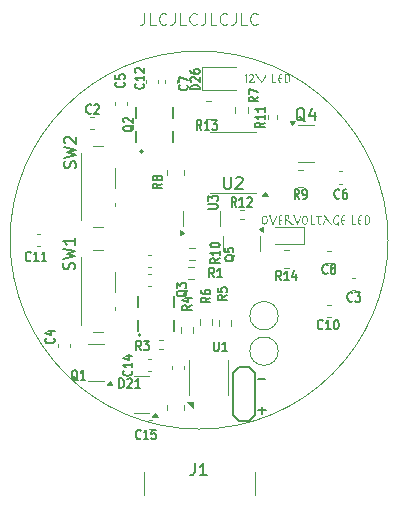
<source format=gbr>
%TF.GenerationSoftware,KiCad,Pcbnew,7.0.11*%
%TF.CreationDate,2024-09-02T12:26:07-05:00*%
%TF.ProjectId,uv_light,75765f6c-6967-4687-942e-6b696361645f,rev?*%
%TF.SameCoordinates,PX5f5e100PY5f5e100*%
%TF.FileFunction,Legend,Top*%
%TF.FilePolarity,Positive*%
%FSLAX46Y46*%
G04 Gerber Fmt 4.6, Leading zero omitted, Abs format (unit mm)*
G04 Created by KiCad (PCBNEW 7.0.11) date 2024-09-02 12:26:07*
%MOMM*%
%LPD*%
G01*
G04 APERTURE LIST*
%ADD10C,0.100000*%
%ADD11C,0.200000*%
%ADD12C,0.150000*%
%ADD13C,0.120000*%
%ADD14C,0.127000*%
G04 APERTURE END LIST*
D10*
X-4619049Y19227581D02*
X-4619049Y18513296D01*
X-4619049Y18513296D02*
X-4666668Y18370439D01*
X-4666668Y18370439D02*
X-4761906Y18275200D01*
X-4761906Y18275200D02*
X-4904763Y18227581D01*
X-4904763Y18227581D02*
X-5000001Y18227581D01*
X-3666668Y18227581D02*
X-4142858Y18227581D01*
X-4142858Y18227581D02*
X-4142858Y19227581D01*
X-2761906Y18322820D02*
X-2809525Y18275200D01*
X-2809525Y18275200D02*
X-2952382Y18227581D01*
X-2952382Y18227581D02*
X-3047620Y18227581D01*
X-3047620Y18227581D02*
X-3190477Y18275200D01*
X-3190477Y18275200D02*
X-3285715Y18370439D01*
X-3285715Y18370439D02*
X-3333334Y18465677D01*
X-3333334Y18465677D02*
X-3380953Y18656153D01*
X-3380953Y18656153D02*
X-3380953Y18799010D01*
X-3380953Y18799010D02*
X-3333334Y18989486D01*
X-3333334Y18989486D02*
X-3285715Y19084724D01*
X-3285715Y19084724D02*
X-3190477Y19179962D01*
X-3190477Y19179962D02*
X-3047620Y19227581D01*
X-3047620Y19227581D02*
X-2952382Y19227581D01*
X-2952382Y19227581D02*
X-2809525Y19179962D01*
X-2809525Y19179962D02*
X-2761906Y19132343D01*
X-2047620Y19227581D02*
X-2047620Y18513296D01*
X-2047620Y18513296D02*
X-2095239Y18370439D01*
X-2095239Y18370439D02*
X-2190477Y18275200D01*
X-2190477Y18275200D02*
X-2333334Y18227581D01*
X-2333334Y18227581D02*
X-2428572Y18227581D01*
X-1095239Y18227581D02*
X-1571429Y18227581D01*
X-1571429Y18227581D02*
X-1571429Y19227581D01*
X-190477Y18322820D02*
X-238096Y18275200D01*
X-238096Y18275200D02*
X-380953Y18227581D01*
X-380953Y18227581D02*
X-476191Y18227581D01*
X-476191Y18227581D02*
X-619048Y18275200D01*
X-619048Y18275200D02*
X-714286Y18370439D01*
X-714286Y18370439D02*
X-761905Y18465677D01*
X-761905Y18465677D02*
X-809524Y18656153D01*
X-809524Y18656153D02*
X-809524Y18799010D01*
X-809524Y18799010D02*
X-761905Y18989486D01*
X-761905Y18989486D02*
X-714286Y19084724D01*
X-714286Y19084724D02*
X-619048Y19179962D01*
X-619048Y19179962D02*
X-476191Y19227581D01*
X-476191Y19227581D02*
X-380953Y19227581D01*
X-380953Y19227581D02*
X-238096Y19179962D01*
X-238096Y19179962D02*
X-190477Y19132343D01*
X523809Y19227581D02*
X523809Y18513296D01*
X523809Y18513296D02*
X476190Y18370439D01*
X476190Y18370439D02*
X380952Y18275200D01*
X380952Y18275200D02*
X238095Y18227581D01*
X238095Y18227581D02*
X142857Y18227581D01*
X1476190Y18227581D02*
X1000000Y18227581D01*
X1000000Y18227581D02*
X1000000Y19227581D01*
X2380952Y18322820D02*
X2333333Y18275200D01*
X2333333Y18275200D02*
X2190476Y18227581D01*
X2190476Y18227581D02*
X2095238Y18227581D01*
X2095238Y18227581D02*
X1952381Y18275200D01*
X1952381Y18275200D02*
X1857143Y18370439D01*
X1857143Y18370439D02*
X1809524Y18465677D01*
X1809524Y18465677D02*
X1761905Y18656153D01*
X1761905Y18656153D02*
X1761905Y18799010D01*
X1761905Y18799010D02*
X1809524Y18989486D01*
X1809524Y18989486D02*
X1857143Y19084724D01*
X1857143Y19084724D02*
X1952381Y19179962D01*
X1952381Y19179962D02*
X2095238Y19227581D01*
X2095238Y19227581D02*
X2190476Y19227581D01*
X2190476Y19227581D02*
X2333333Y19179962D01*
X2333333Y19179962D02*
X2380952Y19132343D01*
X3095238Y19227581D02*
X3095238Y18513296D01*
X3095238Y18513296D02*
X3047619Y18370439D01*
X3047619Y18370439D02*
X2952381Y18275200D01*
X2952381Y18275200D02*
X2809524Y18227581D01*
X2809524Y18227581D02*
X2714286Y18227581D01*
X4047619Y18227581D02*
X3571429Y18227581D01*
X3571429Y18227581D02*
X3571429Y19227581D01*
X4952381Y18322820D02*
X4904762Y18275200D01*
X4904762Y18275200D02*
X4761905Y18227581D01*
X4761905Y18227581D02*
X4666667Y18227581D01*
X4666667Y18227581D02*
X4523810Y18275200D01*
X4523810Y18275200D02*
X4428572Y18370439D01*
X4428572Y18370439D02*
X4380953Y18465677D01*
X4380953Y18465677D02*
X4333334Y18656153D01*
X4333334Y18656153D02*
X4333334Y18799010D01*
X4333334Y18799010D02*
X4380953Y18989486D01*
X4380953Y18989486D02*
X4428572Y19084724D01*
X4428572Y19084724D02*
X4523810Y19179962D01*
X4523810Y19179962D02*
X4666667Y19227581D01*
X4666667Y19227581D02*
X4761905Y19227581D01*
X4761905Y19227581D02*
X4904762Y19179962D01*
X4904762Y19179962D02*
X4952381Y19132343D01*
X16000000Y0D02*
G75*
G03*
X-16000000Y0I-16000000J0D01*
G01*
X-16000000Y0D02*
G75*
G03*
X16000000Y0I16000000J0D01*
G01*
D11*
X5022054Y-14406933D02*
X5631578Y-14406933D01*
X5326816Y-14711695D02*
X5326816Y-14102171D01*
D10*
G36*
X3956510Y13573377D02*
G01*
X3956508Y13564507D01*
X3956496Y13551634D01*
X3956474Y13539278D01*
X3956441Y13527440D01*
X3956398Y13516120D01*
X3956345Y13505317D01*
X3956281Y13495033D01*
X3956207Y13485266D01*
X3956123Y13476017D01*
X3955995Y13464490D01*
X3955924Y13459072D01*
X3955759Y13448781D01*
X3955558Y13439123D01*
X3955320Y13430097D01*
X3954970Y13419703D01*
X3954564Y13410296D01*
X3954001Y13400311D01*
X3953579Y13394445D01*
X3952886Y13385543D01*
X3951967Y13376200D01*
X3950694Y13367421D01*
X3950258Y13365429D01*
X3946922Y13357223D01*
X3945177Y13354878D01*
X3940003Y13347521D01*
X3935148Y13340040D01*
X3931695Y13333775D01*
X3928636Y13325569D01*
X3928374Y13323224D01*
X3930821Y13314855D01*
X3937521Y13309049D01*
X3939511Y13308056D01*
X3948204Y13305612D01*
X3956576Y13304427D01*
X3965126Y13303711D01*
X3972997Y13303316D01*
X3981783Y13303079D01*
X3991486Y13303000D01*
X3999448Y13303107D01*
X4008852Y13303540D01*
X4017644Y13304305D01*
X4025826Y13305403D01*
X4034839Y13307160D01*
X4042972Y13309396D01*
X4044242Y13309815D01*
X4052160Y13313166D01*
X4059483Y13318278D01*
X4064067Y13325754D01*
X4064563Y13329599D01*
X4061820Y13338142D01*
X4060069Y13340150D01*
X4054223Y13346264D01*
X4050495Y13350261D01*
X4045263Y13357389D01*
X4040921Y13365429D01*
X4038011Y13374376D01*
X4036707Y13383646D01*
X4036427Y13391368D01*
X4035992Y13401547D01*
X4035568Y13412135D01*
X4035154Y13423133D01*
X4034750Y13434541D01*
X4034357Y13446359D01*
X4033974Y13458586D01*
X4033602Y13471222D01*
X4033239Y13484268D01*
X4033003Y13493193D01*
X4032772Y13502300D01*
X4032545Y13511589D01*
X4032323Y13521061D01*
X4032134Y13530757D01*
X4031957Y13540724D01*
X4031792Y13550960D01*
X4031639Y13561466D01*
X4031499Y13572241D01*
X4031371Y13583286D01*
X4031255Y13594601D01*
X4031151Y13606185D01*
X4031059Y13618039D01*
X4030980Y13630163D01*
X4030913Y13642556D01*
X4030858Y13655219D01*
X4030815Y13668151D01*
X4030785Y13681353D01*
X4030766Y13694825D01*
X4030760Y13708566D01*
X4030771Y13721202D01*
X4030803Y13733501D01*
X4030856Y13745464D01*
X4030931Y13757091D01*
X4031027Y13768380D01*
X4031145Y13779334D01*
X4031284Y13789950D01*
X4031444Y13800230D01*
X4031626Y13810173D01*
X4031829Y13819780D01*
X4032053Y13829050D01*
X4032299Y13837984D01*
X4032708Y13850753D01*
X4033164Y13862765D01*
X4033496Y13870352D01*
X4034043Y13881280D01*
X4034588Y13891725D01*
X4035129Y13901687D01*
X4035666Y13911166D01*
X4036200Y13920162D01*
X4036907Y13931406D01*
X4037608Y13941790D01*
X4038302Y13951316D01*
X4039162Y13962017D01*
X4040017Y13971648D01*
X4041043Y13981972D01*
X4042069Y13990952D01*
X4043265Y13999729D01*
X4044633Y14007519D01*
X4046302Y14016192D01*
X4047381Y14025036D01*
X4047564Y14029721D01*
X4043484Y14037572D01*
X4036230Y14042189D01*
X4034668Y14042910D01*
X4026990Y14045924D01*
X4018783Y14048067D01*
X4012784Y14048625D01*
X4004869Y14047463D01*
X3999692Y14045328D01*
X3992316Y14041096D01*
X3985053Y14036408D01*
X3982302Y14034557D01*
X3975311Y14029987D01*
X3967877Y14025313D01*
X3960430Y14020749D01*
X3953348Y14016486D01*
X3950844Y14014993D01*
X3942715Y14010379D01*
X3935165Y14006287D01*
X3926908Y14001969D01*
X3917946Y13997425D01*
X3910267Y13993628D01*
X3902137Y13989687D01*
X3895743Y13986636D01*
X3889164Y13981513D01*
X3885741Y13973076D01*
X3885582Y13970370D01*
X3887194Y13961137D01*
X3891249Y13953600D01*
X3897773Y13946567D01*
X3905329Y13940941D01*
X3911374Y13937397D01*
X3918171Y13932554D01*
X3924395Y13925994D01*
X3929508Y13918621D01*
X3931109Y13915855D01*
X3935139Y13906815D01*
X3937937Y13898123D01*
X3940122Y13889629D01*
X3942173Y13879997D01*
X3944091Y13869227D01*
X3945177Y13862219D01*
X3946548Y13852135D01*
X3947827Y13841116D01*
X3948727Y13832239D01*
X3949575Y13822837D01*
X3950371Y13812909D01*
X3951116Y13802456D01*
X3951809Y13791477D01*
X3952451Y13779972D01*
X3953041Y13767943D01*
X3953579Y13755387D01*
X3954103Y13742208D01*
X3954424Y13732976D01*
X3954721Y13723386D01*
X3954996Y13713440D01*
X3955248Y13703136D01*
X3955477Y13692474D01*
X3955683Y13681456D01*
X3955866Y13670080D01*
X3956027Y13658348D01*
X3956164Y13646257D01*
X3956278Y13633810D01*
X3956370Y13621006D01*
X3956439Y13607844D01*
X3956485Y13594325D01*
X3956507Y13580449D01*
X3956510Y13573377D01*
G37*
G36*
X4247062Y13399721D02*
G01*
X4247062Y13330917D01*
X4249006Y13322280D01*
X4253769Y13315212D01*
X4257222Y13311793D01*
X4263792Y13306787D01*
X4271411Y13303310D01*
X4274026Y13303000D01*
X4281734Y13304628D01*
X4286531Y13307617D01*
X4293215Y13312988D01*
X4298841Y13317069D01*
X4307096Y13317069D01*
X4315041Y13317069D01*
X4316231Y13317069D01*
X4324083Y13317069D01*
X4332397Y13317069D01*
X4341214Y13317069D01*
X4346127Y13317069D01*
X4354276Y13317069D01*
X4363483Y13317069D01*
X4371964Y13317069D01*
X4381179Y13317069D01*
X4389080Y13317069D01*
X4397452Y13317069D01*
X4401814Y13317069D01*
X4411080Y13317069D01*
X4421097Y13317069D01*
X4429102Y13317069D01*
X4437531Y13317069D01*
X4446381Y13317069D01*
X4455654Y13317069D01*
X4465350Y13317069D01*
X4475468Y13317069D01*
X4486008Y13317069D01*
X4496971Y13317069D01*
X4507131Y13317069D01*
X4516803Y13317069D01*
X4525987Y13317069D01*
X4534682Y13317069D01*
X4542889Y13317069D01*
X4552460Y13317069D01*
X4561268Y13317069D01*
X4564577Y13317069D01*
X4572741Y13317042D01*
X4581845Y13316939D01*
X4590194Y13316759D01*
X4598979Y13316451D01*
X4607759Y13315970D01*
X4616358Y13315440D01*
X4624426Y13314771D01*
X4632575Y13313772D01*
X4640293Y13312288D01*
X4646643Y13310474D01*
X4654953Y13307934D01*
X4663241Y13305635D01*
X4671671Y13303730D01*
X4678101Y13303000D01*
X4685798Y13305947D01*
X4691287Y13313267D01*
X4692756Y13316409D01*
X4696126Y13325219D01*
X4698865Y13333882D01*
X4701326Y13343241D01*
X4702330Y13347624D01*
X4704150Y13356540D01*
X4705701Y13365264D01*
X4707124Y13374849D01*
X4707997Y13382135D01*
X4708924Y13391568D01*
X4709616Y13400813D01*
X4709755Y13405216D01*
X4708485Y13414339D01*
X4704675Y13421483D01*
X4698436Y13426805D01*
X4693928Y13427857D01*
X4686137Y13425779D01*
X4682595Y13423461D01*
X4675659Y13419065D01*
X4668153Y13415493D01*
X4666182Y13414668D01*
X4658051Y13411646D01*
X4650093Y13409173D01*
X4642033Y13406975D01*
X4637655Y13405876D01*
X4629248Y13404163D01*
X4621179Y13403029D01*
X4612313Y13402205D01*
X4604316Y13401754D01*
X4595765Y13401518D01*
X4590369Y13401479D01*
X4581928Y13401479D01*
X4573504Y13401479D01*
X4565099Y13401479D01*
X4556713Y13401479D01*
X4548344Y13401479D01*
X4539994Y13401479D01*
X4531663Y13401479D01*
X4523349Y13401479D01*
X4515054Y13401479D01*
X4506777Y13401479D01*
X4498519Y13401479D01*
X4490279Y13401479D01*
X4482057Y13401479D01*
X4473853Y13401479D01*
X4465668Y13401479D01*
X4457501Y13401479D01*
X4449335Y13401479D01*
X4441152Y13401479D01*
X4432953Y13401479D01*
X4424736Y13401479D01*
X4416503Y13401479D01*
X4408253Y13401479D01*
X4399986Y13401479D01*
X4391702Y13401479D01*
X4383402Y13401479D01*
X4375085Y13401479D01*
X4366751Y13401479D01*
X4358400Y13401479D01*
X4350032Y13401479D01*
X4341648Y13401479D01*
X4333247Y13401479D01*
X4324829Y13401479D01*
X4317201Y13403760D01*
X4316817Y13405216D01*
X4321332Y13412695D01*
X4323656Y13415328D01*
X4544256Y13647676D01*
X4550326Y13654047D01*
X4556127Y13660522D01*
X4561659Y13667099D01*
X4566922Y13673779D01*
X4571917Y13680563D01*
X4577782Y13689187D01*
X4583228Y13697972D01*
X4585289Y13701532D01*
X4590261Y13710446D01*
X4594918Y13719327D01*
X4599260Y13728177D01*
X4603287Y13736994D01*
X4606999Y13745780D01*
X4610397Y13754533D01*
X4611667Y13758025D01*
X4614704Y13766701D01*
X4617464Y13775280D01*
X4619948Y13783762D01*
X4622563Y13793814D01*
X4624779Y13803726D01*
X4626322Y13811880D01*
X4627849Y13821435D01*
X4629060Y13830479D01*
X4630074Y13840386D01*
X4630658Y13849599D01*
X4630816Y13856943D01*
X4630692Y13866284D01*
X4630321Y13875266D01*
X4629442Y13886683D01*
X4628123Y13897461D01*
X4626365Y13907600D01*
X4624166Y13917101D01*
X4621529Y13925962D01*
X4618451Y13934185D01*
X4616748Y13938056D01*
X4611793Y13947572D01*
X4607026Y13955139D01*
X4601544Y13962664D01*
X4595348Y13970149D01*
X4588437Y13977591D01*
X4580812Y13984993D01*
X4574625Y13990517D01*
X4568035Y13996018D01*
X4565750Y13997847D01*
X4558791Y14003223D01*
X4552080Y14008224D01*
X4544354Y14013729D01*
X4536985Y14018693D01*
X4529974Y14023116D01*
X4525498Y14025764D01*
X4517993Y14029946D01*
X4510694Y14033644D01*
X4502603Y14037278D01*
X4494781Y14040280D01*
X4492868Y14040931D01*
X4484389Y14043480D01*
X4475880Y14045437D01*
X4467339Y14046803D01*
X4462581Y14047306D01*
X4453792Y14047944D01*
X4445616Y14048335D01*
X4437098Y14048562D01*
X4429364Y14048625D01*
X4421330Y14048394D01*
X4413357Y14047827D01*
X4404381Y14046920D01*
X4396135Y14045905D01*
X4387193Y14044653D01*
X4381493Y14043789D01*
X4371855Y14042261D01*
X4362236Y14040560D01*
X4352636Y14038689D01*
X4343055Y14036645D01*
X4333493Y14034430D01*
X4325858Y14032534D01*
X4320139Y14031040D01*
X4310865Y14028412D01*
X4301974Y14025613D01*
X4293463Y14022642D01*
X4285334Y14019499D01*
X4277587Y14016185D01*
X4270222Y14012698D01*
X4267383Y14011256D01*
X4259746Y14006900D01*
X4252834Y14001642D01*
X4247107Y13994604D01*
X4244912Y13986416D01*
X4245353Y13977129D01*
X4246196Y13968108D01*
X4246475Y13965534D01*
X4247784Y13956792D01*
X4249513Y13947879D01*
X4251662Y13938795D01*
X4252142Y13936957D01*
X4254813Y13928255D01*
X4258281Y13919525D01*
X4262302Y13911678D01*
X4267834Y13904704D01*
X4275339Y13901075D01*
X4277543Y13900907D01*
X4285454Y13901062D01*
X4293382Y13901633D01*
X4301513Y13902985D01*
X4307829Y13905303D01*
X4314375Y13910304D01*
X4317990Y13916074D01*
X4321305Y13924328D01*
X4326120Y13933746D01*
X4331678Y13942167D01*
X4337981Y13949589D01*
X4345027Y13956013D01*
X4352818Y13961438D01*
X4357850Y13964215D01*
X4366998Y13968268D01*
X4375003Y13971015D01*
X4383619Y13973323D01*
X4392845Y13975192D01*
X4402682Y13976621D01*
X4413129Y13977610D01*
X4421366Y13978063D01*
X4429945Y13978269D01*
X4432882Y13978283D01*
X4443559Y13977970D01*
X4453684Y13977031D01*
X4463256Y13975466D01*
X4472275Y13973275D01*
X4480741Y13970459D01*
X4488654Y13967016D01*
X4496014Y13962947D01*
X4502821Y13958252D01*
X4509074Y13952931D01*
X4516553Y13944863D01*
X4518269Y13942673D01*
X4524634Y13933612D01*
X4530151Y13924235D01*
X4534819Y13914543D01*
X4538639Y13904534D01*
X4541609Y13894209D01*
X4543731Y13883569D01*
X4545004Y13872612D01*
X4545429Y13861340D01*
X4545247Y13852429D01*
X4544704Y13843282D01*
X4543797Y13833899D01*
X4542528Y13824280D01*
X4540897Y13814424D01*
X4538903Y13804333D01*
X4538004Y13800230D01*
X4535382Y13789706D01*
X4532762Y13780970D01*
X4529679Y13771952D01*
X4526131Y13762653D01*
X4522120Y13753072D01*
X4517644Y13743209D01*
X4512704Y13733065D01*
X4508695Y13725272D01*
X4504426Y13717315D01*
X4499829Y13709187D01*
X4494901Y13700890D01*
X4489644Y13692423D01*
X4484057Y13683785D01*
X4478140Y13674978D01*
X4471893Y13666001D01*
X4465317Y13656853D01*
X4458411Y13647536D01*
X4451175Y13638049D01*
X4446168Y13631629D01*
X4438367Y13621867D01*
X4432923Y13615228D01*
X4427286Y13608484D01*
X4421454Y13601635D01*
X4415429Y13594681D01*
X4409210Y13587623D01*
X4402797Y13580460D01*
X4396190Y13573193D01*
X4389390Y13565820D01*
X4382395Y13558343D01*
X4375207Y13550761D01*
X4367825Y13543074D01*
X4360249Y13535282D01*
X4352479Y13527386D01*
X4344515Y13519385D01*
X4340460Y13515345D01*
X4334465Y13509279D01*
X4326857Y13501551D01*
X4319689Y13494235D01*
X4312960Y13487331D01*
X4306671Y13480840D01*
X4300821Y13474760D01*
X4294127Y13467741D01*
X4289267Y13462589D01*
X4282622Y13455464D01*
X4276609Y13448926D01*
X4270393Y13442040D01*
X4264341Y13435151D01*
X4261130Y13431375D01*
X4255852Y13424724D01*
X4251102Y13417555D01*
X4249211Y13413569D01*
X4247316Y13404729D01*
X4247062Y13399721D01*
G37*
G36*
X4755868Y13988175D02*
G01*
X4757448Y13979560D01*
X4761254Y13971647D01*
X4765443Y13965534D01*
X4770963Y13958664D01*
X4776995Y13951662D01*
X4783058Y13944923D01*
X4788740Y13938788D01*
X4794995Y13932180D01*
X4796315Y13930802D01*
X4803356Y13923573D01*
X4809456Y13917273D01*
X4815971Y13910511D01*
X4822902Y13903290D01*
X4830247Y13895608D01*
X4836029Y13889545D01*
X4842044Y13883223D01*
X4848293Y13876642D01*
X4852588Y13872111D01*
X4859249Y13865074D01*
X4866187Y13857647D01*
X4873404Y13849829D01*
X4880899Y13841621D01*
X4888672Y13833023D01*
X4896724Y13824035D01*
X4905054Y13814656D01*
X4910761Y13808187D01*
X4916593Y13801544D01*
X4922547Y13794728D01*
X4928626Y13787739D01*
X4934828Y13780576D01*
X4937976Y13776929D01*
X4944393Y13769486D01*
X4950945Y13761831D01*
X4957631Y13753962D01*
X4964452Y13745880D01*
X4971407Y13737585D01*
X4978496Y13729078D01*
X4985719Y13720357D01*
X4993077Y13711423D01*
X5000569Y13702277D01*
X5008196Y13692917D01*
X5015956Y13683345D01*
X5023852Y13673560D01*
X5031881Y13663561D01*
X5040045Y13653350D01*
X5048343Y13642926D01*
X5056775Y13632289D01*
X5065376Y13621434D01*
X5074129Y13610303D01*
X5083035Y13598896D01*
X5092093Y13587212D01*
X5101304Y13575252D01*
X5110668Y13563015D01*
X5120184Y13550502D01*
X5129853Y13537712D01*
X5139675Y13524645D01*
X5149649Y13511303D01*
X5154693Y13504528D01*
X5159776Y13497683D01*
X5164896Y13490770D01*
X5170055Y13483788D01*
X5175252Y13476736D01*
X5180488Y13469615D01*
X5185761Y13462425D01*
X5191072Y13455166D01*
X5196422Y13447838D01*
X5201810Y13440441D01*
X5207236Y13432975D01*
X5212700Y13425439D01*
X5217803Y13418167D01*
X5223537Y13410006D01*
X5228845Y13402463D01*
X5233727Y13395539D01*
X5238884Y13388242D01*
X5240251Y13386312D01*
X5245307Y13379085D01*
X5250235Y13371809D01*
X5255168Y13364144D01*
X5256664Y13361692D01*
X5260949Y13354137D01*
X5264480Y13346525D01*
X5266678Y13337704D01*
X5266824Y13334654D01*
X5269567Y13326352D01*
X5271318Y13323883D01*
X5277054Y13317871D01*
X5282456Y13313772D01*
X5289667Y13309411D01*
X5295938Y13306078D01*
X5303571Y13303433D01*
X5307271Y13303000D01*
X5315029Y13306555D01*
X5321305Y13311912D01*
X5327712Y13318430D01*
X5333775Y13325218D01*
X5336385Y13328280D01*
X5341886Y13334843D01*
X5347644Y13341895D01*
X5353659Y13349434D01*
X5359930Y13357461D01*
X5366457Y13365975D01*
X5371521Y13372681D01*
X5376729Y13379661D01*
X5382081Y13386916D01*
X5387578Y13394445D01*
X5393228Y13402263D01*
X5398967Y13410300D01*
X5404796Y13418558D01*
X5410714Y13427037D01*
X5416721Y13435735D01*
X5422818Y13444654D01*
X5429004Y13453793D01*
X5435279Y13463152D01*
X5441643Y13472732D01*
X5448097Y13482531D01*
X5452449Y13489187D01*
X5459010Y13499276D01*
X5465578Y13509432D01*
X5472154Y13519653D01*
X5478736Y13529939D01*
X5485324Y13540291D01*
X5491920Y13550709D01*
X5498523Y13561193D01*
X5505132Y13571742D01*
X5511748Y13582357D01*
X5518372Y13593038D01*
X5522791Y13600195D01*
X5529403Y13610941D01*
X5535978Y13621664D01*
X5542514Y13632363D01*
X5549013Y13643039D01*
X5555475Y13653692D01*
X5561898Y13664322D01*
X5568284Y13674929D01*
X5574631Y13685512D01*
X5580941Y13696073D01*
X5587214Y13706610D01*
X5591374Y13713622D01*
X5597537Y13724088D01*
X5603570Y13734384D01*
X5609471Y13744510D01*
X5615243Y13754467D01*
X5620884Y13764253D01*
X5626394Y13773869D01*
X5631774Y13783315D01*
X5637023Y13792591D01*
X5642142Y13801698D01*
X5647130Y13810634D01*
X5650383Y13816497D01*
X5655162Y13825152D01*
X5659751Y13833560D01*
X5664151Y13841721D01*
X5668363Y13849634D01*
X5672385Y13857300D01*
X5677455Y13867137D01*
X5682188Y13876535D01*
X5686586Y13885492D01*
X5690648Y13894010D01*
X5691612Y13896071D01*
X5695184Y13903905D01*
X5698979Y13912704D01*
X5702551Y13921802D01*
X5705364Y13930405D01*
X5706852Y13938936D01*
X5703819Y13947606D01*
X5698026Y13954325D01*
X5696106Y13956081D01*
X5689751Y13961294D01*
X5682779Y13966298D01*
X5675188Y13971093D01*
X5670704Y13973667D01*
X5663463Y13977665D01*
X5656196Y13981306D01*
X5648906Y13984589D01*
X5641591Y13987516D01*
X5633873Y13990278D01*
X5625867Y13992427D01*
X5618925Y13993231D01*
X5610914Y13991802D01*
X5604856Y13987516D01*
X5601068Y13979636D01*
X5598958Y13970246D01*
X5597627Y13960478D01*
X5596669Y13951678D01*
X5595481Y13942755D01*
X5594063Y13933708D01*
X5592415Y13924537D01*
X5590537Y13915243D01*
X5588429Y13905825D01*
X5586090Y13896284D01*
X5583522Y13886619D01*
X5580723Y13876830D01*
X5577694Y13866918D01*
X5575547Y13860241D01*
X5572221Y13850172D01*
X5568765Y13840081D01*
X5565178Y13829966D01*
X5561461Y13819828D01*
X5557613Y13809667D01*
X5553634Y13799483D01*
X5549525Y13789276D01*
X5545286Y13779045D01*
X5540916Y13768791D01*
X5536415Y13758514D01*
X5533342Y13751650D01*
X5528680Y13741364D01*
X5523924Y13731112D01*
X5519076Y13720895D01*
X5514135Y13710712D01*
X5509102Y13700565D01*
X5503976Y13690452D01*
X5498757Y13680374D01*
X5493445Y13670331D01*
X5488041Y13660323D01*
X5482543Y13650349D01*
X5478827Y13643719D01*
X5473257Y13633864D01*
X5467683Y13624162D01*
X5462105Y13614616D01*
X5456525Y13605224D01*
X5450941Y13595986D01*
X5445353Y13586903D01*
X5439762Y13577975D01*
X5434167Y13569201D01*
X5428569Y13560581D01*
X5422968Y13552117D01*
X5419232Y13546559D01*
X5413657Y13538370D01*
X5408145Y13530369D01*
X5402694Y13522558D01*
X5397305Y13514937D01*
X5391978Y13507504D01*
X5386712Y13500261D01*
X5381509Y13493207D01*
X5376367Y13486343D01*
X5369608Y13477485D01*
X5362958Y13468964D01*
X5356495Y13460895D01*
X5350294Y13453398D01*
X5344356Y13446470D01*
X5338681Y13440112D01*
X5331955Y13432967D01*
X5325640Y13426713D01*
X5318604Y13420384D01*
X5313481Y13428290D01*
X5307686Y13436843D01*
X5301220Y13446041D01*
X5295929Y13453363D01*
X5290261Y13461048D01*
X5284215Y13469097D01*
X5277791Y13477509D01*
X5270989Y13486284D01*
X5263809Y13495422D01*
X5258813Y13501716D01*
X5251144Y13511413D01*
X5245935Y13517980D01*
X5240650Y13524629D01*
X5235289Y13531361D01*
X5229852Y13538175D01*
X5224338Y13545072D01*
X5218748Y13552051D01*
X5213081Y13559113D01*
X5207339Y13566257D01*
X5201520Y13573484D01*
X5195624Y13580793D01*
X5189652Y13588184D01*
X5183604Y13595658D01*
X5177480Y13603214D01*
X5171279Y13610853D01*
X5168150Y13614703D01*
X5161886Y13622439D01*
X5155599Y13630204D01*
X5149289Y13637998D01*
X5142957Y13645821D01*
X5136601Y13653674D01*
X5130222Y13661555D01*
X5123821Y13669466D01*
X5117397Y13677406D01*
X5110949Y13685376D01*
X5104479Y13693374D01*
X5097986Y13701402D01*
X5091470Y13709459D01*
X5084931Y13717545D01*
X5078370Y13725660D01*
X5071785Y13733805D01*
X5065177Y13741978D01*
X5058617Y13750166D01*
X5052126Y13758300D01*
X5045703Y13766378D01*
X5039349Y13774401D01*
X5033063Y13782370D01*
X5026847Y13790283D01*
X5020699Y13798142D01*
X5014619Y13805945D01*
X5008609Y13813694D01*
X5002667Y13821388D01*
X4996793Y13829026D01*
X4990989Y13836610D01*
X4985253Y13844139D01*
X4979586Y13851613D01*
X4973987Y13859032D01*
X4968457Y13866395D01*
X4963047Y13873680D01*
X4957759Y13880862D01*
X4952594Y13887941D01*
X4947550Y13894917D01*
X4942629Y13901790D01*
X4935475Y13911906D01*
X4928597Y13921790D01*
X4921993Y13931442D01*
X4915664Y13940862D01*
X4909610Y13950051D01*
X4903831Y13959008D01*
X4898326Y13967733D01*
X4896552Y13970589D01*
X4891524Y13978897D01*
X4886990Y13986756D01*
X4881714Y13996538D01*
X4877318Y14005523D01*
X4873801Y14013712D01*
X4870641Y14022826D01*
X4868663Y14032121D01*
X4868415Y14036095D01*
X4867742Y14045135D01*
X4864750Y14054278D01*
X4858523Y14060590D01*
X4850445Y14062667D01*
X4849267Y14062693D01*
X4841207Y14060770D01*
X4833738Y14057614D01*
X4828360Y14055000D01*
X4820751Y14051016D01*
X4812972Y14046537D01*
X4806025Y14042212D01*
X4798947Y14037509D01*
X4796901Y14036095D01*
X4789983Y14031086D01*
X4783421Y14025865D01*
X4777214Y14020435D01*
X4770556Y14013971D01*
X4768178Y14011476D01*
X4762793Y14005074D01*
X4758224Y13997612D01*
X4755880Y13988810D01*
X4755868Y13988175D01*
G37*
G36*
X6487062Y13387411D02*
G01*
X6283461Y13382355D01*
X6275445Y13381611D01*
X6269197Y13379717D01*
X6261415Y13377585D01*
X6257473Y13377299D01*
X6249258Y13378721D01*
X6244110Y13385604D01*
X6243991Y13387411D01*
X6244245Y13396910D01*
X6244749Y13406071D01*
X6245410Y13415641D01*
X6246140Y13425000D01*
X6247013Y13435193D01*
X6247729Y13444148D01*
X6248436Y13453521D01*
X6249134Y13463313D01*
X6249822Y13473524D01*
X6250500Y13484153D01*
X6250635Y13486329D01*
X6251218Y13495208D01*
X6251795Y13504258D01*
X6252366Y13513480D01*
X6252930Y13522874D01*
X6253489Y13532440D01*
X6254042Y13542177D01*
X6254588Y13552086D01*
X6255129Y13562167D01*
X6255678Y13572357D01*
X6256154Y13582486D01*
X6256557Y13592553D01*
X6256887Y13602558D01*
X6257144Y13612502D01*
X6257327Y13622383D01*
X6257437Y13632203D01*
X6257473Y13641961D01*
X6257455Y13652127D01*
X6257400Y13661964D01*
X6257308Y13671471D01*
X6257180Y13680649D01*
X6257015Y13689496D01*
X6256758Y13700092D01*
X6256443Y13710173D01*
X6256301Y13714061D01*
X6256020Y13723780D01*
X6255786Y13733703D01*
X6255600Y13743830D01*
X6255461Y13754161D01*
X6255371Y13764696D01*
X6255328Y13775434D01*
X6255324Y13779787D01*
X6255353Y13789700D01*
X6255441Y13799656D01*
X6255587Y13809654D01*
X6255791Y13819694D01*
X6256054Y13829777D01*
X6256375Y13839903D01*
X6256755Y13850071D01*
X6257192Y13860282D01*
X6257689Y13870535D01*
X6258243Y13880831D01*
X6258646Y13887718D01*
X6259239Y13898075D01*
X6259775Y13908455D01*
X6260251Y13918858D01*
X6260670Y13929284D01*
X6261030Y13939734D01*
X6261332Y13950206D01*
X6261575Y13960702D01*
X6261760Y13971221D01*
X6261886Y13981764D01*
X6261954Y13992329D01*
X6261967Y13999386D01*
X6262323Y14009067D01*
X6263389Y14018574D01*
X6265167Y14027908D01*
X6266461Y14033018D01*
X6268634Y14041874D01*
X6270214Y14050736D01*
X6270951Y14060009D01*
X6270956Y14060715D01*
X6269224Y14069561D01*
X6264029Y14077056D01*
X6257203Y14082183D01*
X6256301Y14082697D01*
X6248429Y14086629D01*
X6240552Y14089488D01*
X6232309Y14090822D01*
X6231681Y14090830D01*
X6223914Y14088632D01*
X6216138Y14084571D01*
X6211946Y14082037D01*
X6204912Y14077435D01*
X6197878Y14072420D01*
X6190844Y14066994D01*
X6183810Y14061155D01*
X6176983Y14055165D01*
X6170572Y14049065D01*
X6164576Y14042855D01*
X6158995Y14036535D01*
X6153327Y14029305D01*
X6149098Y14021703D01*
X6148248Y14017631D01*
X6149847Y14008387D01*
X6152902Y14000293D01*
X6153914Y13998067D01*
X6157133Y13989877D01*
X6159678Y13981416D01*
X6161890Y13972706D01*
X6164130Y13962652D01*
X6165638Y13955202D01*
X6167578Y13944995D01*
X6169109Y13935979D01*
X6170622Y13926207D01*
X6172116Y13915680D01*
X6173592Y13904397D01*
X6174687Y13895439D01*
X6175772Y13886056D01*
X6176846Y13876248D01*
X6177557Y13869473D01*
X6178570Y13858884D01*
X6179483Y13847641D01*
X6180296Y13835746D01*
X6181010Y13823198D01*
X6181624Y13809996D01*
X6181978Y13800833D01*
X6182288Y13791379D01*
X6182554Y13781635D01*
X6182775Y13771600D01*
X6182952Y13761276D01*
X6183085Y13750661D01*
X6183174Y13739756D01*
X6183218Y13728560D01*
X6183224Y13722854D01*
X6183224Y13545021D01*
X6183214Y13535397D01*
X6183187Y13526089D01*
X6183141Y13517097D01*
X6183058Y13506301D01*
X6182946Y13495999D01*
X6182806Y13486191D01*
X6182637Y13476877D01*
X6182440Y13468030D01*
X6182165Y13457993D01*
X6181849Y13448591D01*
X6181428Y13438422D01*
X6180951Y13429116D01*
X6180879Y13427857D01*
X6180336Y13417880D01*
X6178710Y13408912D01*
X6175522Y13399899D01*
X6170918Y13392206D01*
X6169546Y13390488D01*
X6164162Y13383313D01*
X6159975Y13375204D01*
X6158408Y13367188D01*
X6160427Y13358182D01*
X6162316Y13352679D01*
X6165751Y13344735D01*
X6169900Y13336729D01*
X6173063Y13331357D01*
X6177811Y13324186D01*
X6183096Y13316896D01*
X6187131Y13311793D01*
X6193382Y13305783D01*
X6201200Y13303000D01*
X6209810Y13303674D01*
X6217859Y13305693D01*
X6225347Y13309059D01*
X6232274Y13313772D01*
X6235980Y13317069D01*
X6244142Y13317069D01*
X6246727Y13317069D01*
X6254787Y13317069D01*
X6263204Y13317069D01*
X6266461Y13317069D01*
X6274803Y13317069D01*
X6283488Y13317069D01*
X6292070Y13317069D01*
X6300156Y13317069D01*
X6303000Y13317069D01*
X6312182Y13317069D01*
X6320652Y13317069D01*
X6329867Y13317069D01*
X6337774Y13317069D01*
X6346158Y13317069D01*
X6355018Y13317069D01*
X6364354Y13317069D01*
X6373186Y13317059D01*
X6381610Y13317028D01*
X6389624Y13316976D01*
X6399066Y13316883D01*
X6407870Y13316757D01*
X6416034Y13316599D01*
X6423558Y13316409D01*
X6431868Y13316245D01*
X6440712Y13316052D01*
X6448639Y13315860D01*
X6456577Y13315640D01*
X6460097Y13315530D01*
X6468443Y13315202D01*
X6476393Y13314709D01*
X6479246Y13314431D01*
X6487062Y13313112D01*
X6495024Y13310735D01*
X6502697Y13308423D01*
X6510812Y13305934D01*
X6512463Y13305419D01*
X6520151Y13303766D01*
X6528513Y13303038D01*
X6531025Y13303000D01*
X6538376Y13307174D01*
X6543138Y13314592D01*
X6543921Y13316190D01*
X6547715Y13324690D01*
X6550933Y13332782D01*
X6553966Y13341290D01*
X6555254Y13345206D01*
X6557926Y13353987D01*
X6560228Y13362524D01*
X6562349Y13371725D01*
X6563070Y13375321D01*
X6564627Y13384048D01*
X6565781Y13392951D01*
X6565806Y13393786D01*
X6563936Y13402480D01*
X6557559Y13408324D01*
X6548976Y13410208D01*
X6546657Y13410272D01*
X6538620Y13409220D01*
X6530799Y13406475D01*
X6523380Y13402604D01*
X6518520Y13399501D01*
X6511672Y13395241D01*
X6503823Y13391480D01*
X6495949Y13388900D01*
X6488051Y13387502D01*
X6487062Y13387411D01*
G37*
G36*
X7009351Y13710984D02*
G01*
X6857334Y13710984D01*
X6849200Y13710599D01*
X6840693Y13709247D01*
X6832865Y13706921D01*
X6828025Y13704829D01*
X6820655Y13700776D01*
X6813935Y13696036D01*
X6807292Y13690029D01*
X6806727Y13689442D01*
X6807328Y13700852D01*
X6808009Y13712004D01*
X6808769Y13722896D01*
X6809609Y13733529D01*
X6810528Y13743902D01*
X6811526Y13754017D01*
X6812604Y13763872D01*
X6813761Y13773467D01*
X6814997Y13782803D01*
X6816313Y13791880D01*
X6817708Y13800698D01*
X6819950Y13813438D01*
X6822370Y13825595D01*
X6824969Y13837168D01*
X6825875Y13840897D01*
X6828676Y13851761D01*
X6831584Y13862182D01*
X6834598Y13872158D01*
X6837718Y13881690D01*
X6840945Y13890778D01*
X6844278Y13899421D01*
X6847718Y13907619D01*
X6852470Y13917860D01*
X6857411Y13927310D01*
X6861242Y13933880D01*
X6866536Y13942006D01*
X6871964Y13949459D01*
X6877527Y13956239D01*
X6883224Y13962346D01*
X6890534Y13969033D01*
X6898054Y13974668D01*
X6905784Y13979251D01*
X6907355Y13980042D01*
X6915331Y13983588D01*
X6923383Y13986533D01*
X6931512Y13988877D01*
X6939717Y13990620D01*
X6947998Y13991762D01*
X6956356Y13992303D01*
X6959720Y13992352D01*
X7026154Y13992352D01*
X7034453Y13993772D01*
X7041442Y13998872D01*
X7045768Y14007682D01*
X7047265Y14016724D01*
X7047452Y14022027D01*
X7046648Y14031441D01*
X7043760Y14040526D01*
X7038771Y14047825D01*
X7031682Y14053337D01*
X7030648Y14053901D01*
X7023275Y14056889D01*
X7015494Y14058907D01*
X7006224Y14060495D01*
X6997737Y14061457D01*
X6988297Y14062144D01*
X6977904Y14062556D01*
X6969485Y14062685D01*
X6966559Y14062693D01*
X6957717Y14062500D01*
X6948923Y14061921D01*
X6940178Y14060955D01*
X6931480Y14059602D01*
X6922830Y14057863D01*
X6914229Y14055738D01*
X6905675Y14053227D01*
X6897170Y14050329D01*
X6888712Y14047044D01*
X6880303Y14043373D01*
X6874724Y14040712D01*
X6866500Y14036323D01*
X6858462Y14031402D01*
X6850609Y14025947D01*
X6842942Y14019959D01*
X6835460Y14013438D01*
X6828164Y14006384D01*
X6821053Y13998796D01*
X6814127Y13990675D01*
X6807387Y13982021D01*
X6800833Y13972834D01*
X6796566Y13966413D01*
X6790341Y13956318D01*
X6784343Y13945650D01*
X6778572Y13934411D01*
X6774850Y13926601D01*
X6771229Y13918536D01*
X6767709Y13910218D01*
X6764290Y13901645D01*
X6760971Y13892817D01*
X6757753Y13883736D01*
X6754636Y13874401D01*
X6751620Y13864811D01*
X6748704Y13854967D01*
X6745889Y13844870D01*
X6743175Y13834517D01*
X6741856Y13829246D01*
X6739348Y13818479D01*
X6737001Y13807391D01*
X6734817Y13795982D01*
X6732794Y13784252D01*
X6730934Y13772201D01*
X6729234Y13759828D01*
X6727697Y13747134D01*
X6726322Y13734120D01*
X6725108Y13720784D01*
X6724057Y13707127D01*
X6723167Y13693148D01*
X6722438Y13678849D01*
X6721872Y13664229D01*
X6721468Y13649287D01*
X6721225Y13634024D01*
X6721144Y13618440D01*
X6721178Y13609586D01*
X6721278Y13600607D01*
X6721446Y13591505D01*
X6721681Y13582280D01*
X6721984Y13572931D01*
X6722353Y13563458D01*
X6722790Y13553862D01*
X6723293Y13544141D01*
X6723983Y13534421D01*
X6724881Y13524715D01*
X6725986Y13515022D01*
X6727299Y13505343D01*
X6728819Y13495678D01*
X6730547Y13486027D01*
X6732483Y13476389D01*
X6734626Y13466765D01*
X6737004Y13457210D01*
X6739645Y13447779D01*
X6742549Y13438471D01*
X6745715Y13429286D01*
X6749143Y13420226D01*
X6752834Y13411289D01*
X6756788Y13402475D01*
X6761004Y13393786D01*
X6765599Y13385281D01*
X6770591Y13377024D01*
X6775980Y13369015D01*
X6781765Y13361252D01*
X6787947Y13353737D01*
X6794527Y13346470D01*
X6801503Y13339449D01*
X6808876Y13332676D01*
X6816722Y13326250D01*
X6825020Y13320160D01*
X6833770Y13314407D01*
X6842972Y13308991D01*
X6850170Y13305149D01*
X6857622Y13301497D01*
X6865329Y13298034D01*
X6873289Y13294761D01*
X6881504Y13291677D01*
X6884298Y13290691D01*
X6892928Y13287862D01*
X6901891Y13285312D01*
X6911186Y13283040D01*
X6920816Y13281046D01*
X6930778Y13279331D01*
X6941073Y13277893D01*
X6951702Y13276734D01*
X6962663Y13275853D01*
X6973958Y13275250D01*
X6985586Y13274926D01*
X6993524Y13274864D01*
X7003815Y13275022D01*
X7013295Y13275496D01*
X7021963Y13276286D01*
X7029818Y13277392D01*
X7038495Y13279218D01*
X7047233Y13282062D01*
X7053119Y13284975D01*
X7060556Y13289935D01*
X7066864Y13296173D01*
X7070102Y13304347D01*
X7070118Y13304979D01*
X7069279Y13313935D01*
X7065677Y13322368D01*
X7061521Y13326081D01*
X7053828Y13328960D01*
X7045826Y13330303D01*
X7037161Y13330960D01*
X7028499Y13331137D01*
X7014238Y13331427D01*
X7000469Y13332295D01*
X6987194Y13333742D01*
X6974412Y13335767D01*
X6962122Y13338372D01*
X6950326Y13341555D01*
X6939023Y13345316D01*
X6928213Y13349657D01*
X6917896Y13354576D01*
X6908072Y13360074D01*
X6898741Y13366151D01*
X6889904Y13372807D01*
X6881559Y13380041D01*
X6873707Y13387854D01*
X6866349Y13396246D01*
X6859483Y13405216D01*
X6853095Y13414788D01*
X6847118Y13424928D01*
X6841554Y13435636D01*
X6836402Y13446913D01*
X6831662Y13458758D01*
X6827335Y13471172D01*
X6823419Y13484154D01*
X6819916Y13497705D01*
X6816825Y13511824D01*
X6814146Y13526511D01*
X6811879Y13541767D01*
X6810024Y13557592D01*
X6808581Y13573984D01*
X6807551Y13590946D01*
X6806933Y13608475D01*
X6806778Y13617453D01*
X6806727Y13626573D01*
X6815324Y13627157D01*
X6824214Y13627700D01*
X6833398Y13628201D01*
X6842875Y13628662D01*
X6852644Y13629081D01*
X6862707Y13629459D01*
X6873063Y13629795D01*
X6881022Y13630021D01*
X6883712Y13630091D01*
X6891909Y13630370D01*
X6900233Y13630796D01*
X6908684Y13631370D01*
X6917262Y13632089D01*
X6925967Y13632956D01*
X6934799Y13633970D01*
X6943759Y13635130D01*
X6952845Y13636438D01*
X6962058Y13637892D01*
X6971399Y13639493D01*
X6977697Y13640642D01*
X6985390Y13643044D01*
X6991765Y13647456D01*
X6998268Y13652938D01*
X7004326Y13658615D01*
X7009351Y13663723D01*
X7015184Y13670143D01*
X7020757Y13676970D01*
X7024396Y13681968D01*
X7029085Y13689551D01*
X7030648Y13694717D01*
X7028569Y13703295D01*
X7022329Y13708696D01*
X7014342Y13710730D01*
X7009351Y13710984D01*
G37*
G36*
X7433813Y14062601D02*
G01*
X7442056Y14061859D01*
X7450665Y14060952D01*
X7458757Y14060056D01*
X7464818Y14059331D01*
X7472814Y14058087D01*
X7481277Y14056467D01*
X7490208Y14054472D01*
X7499607Y14052101D01*
X7507462Y14049934D01*
X7515617Y14047526D01*
X7524001Y14044850D01*
X7532543Y14041879D01*
X7541244Y14038613D01*
X7550104Y14035051D01*
X7559123Y14031194D01*
X7568300Y14027042D01*
X7577636Y14022594D01*
X7587131Y14017850D01*
X7591894Y14015348D01*
X7598947Y14011383D01*
X7605889Y14007162D01*
X7612722Y14002686D01*
X7619445Y13997955D01*
X7626058Y13992969D01*
X7632561Y13987728D01*
X7638954Y13982233D01*
X7645237Y13976482D01*
X7651410Y13970476D01*
X7657473Y13964215D01*
X7661437Y13959889D01*
X7667225Y13953149D01*
X7672824Y13946107D01*
X7678234Y13938764D01*
X7683455Y13931120D01*
X7688488Y13923174D01*
X7693331Y13914927D01*
X7697986Y13906379D01*
X7702451Y13897529D01*
X7706728Y13888378D01*
X7710816Y13878925D01*
X7714657Y13869179D01*
X7718120Y13859067D01*
X7721206Y13848587D01*
X7723913Y13837740D01*
X7726243Y13826526D01*
X7728195Y13814945D01*
X7729770Y13802997D01*
X7730966Y13790682D01*
X7731785Y13777999D01*
X7732225Y13764950D01*
X7732309Y13756047D01*
X7732296Y13747893D01*
X7732223Y13735894D01*
X7732090Y13724173D01*
X7731894Y13712730D01*
X7731636Y13701566D01*
X7731317Y13690680D01*
X7730935Y13680072D01*
X7730492Y13669742D01*
X7729988Y13659690D01*
X7729421Y13649917D01*
X7728792Y13640422D01*
X7728357Y13634227D01*
X7727630Y13625092D01*
X7726814Y13616146D01*
X7725587Y13604513D01*
X7724200Y13593216D01*
X7722656Y13582256D01*
X7720952Y13571633D01*
X7719090Y13561346D01*
X7717069Y13551395D01*
X7714889Y13541723D01*
X7712550Y13532271D01*
X7710053Y13523039D01*
X7707397Y13514026D01*
X7704582Y13505234D01*
X7701608Y13496661D01*
X7698476Y13488308D01*
X7695184Y13480174D01*
X7691707Y13472158D01*
X7688016Y13464155D01*
X7684111Y13456166D01*
X7679993Y13448191D01*
X7675660Y13440229D01*
X7671114Y13432281D01*
X7666355Y13424347D01*
X7661381Y13416427D01*
X7658151Y13411728D01*
X7652733Y13404783D01*
X7646629Y13397962D01*
X7639837Y13391265D01*
X7633653Y13385778D01*
X7626992Y13380377D01*
X7624239Y13378272D01*
X7617202Y13373108D01*
X7609947Y13368084D01*
X7602472Y13363199D01*
X7594777Y13358454D01*
X7586863Y13353848D01*
X7578729Y13349382D01*
X7575425Y13347661D01*
X7567105Y13343439D01*
X7558698Y13339336D01*
X7550206Y13335351D01*
X7541628Y13331483D01*
X7532964Y13327734D01*
X7524214Y13324103D01*
X7520713Y13322715D01*
X7512092Y13319367D01*
X7503661Y13316190D01*
X7495422Y13313184D01*
X7487373Y13310351D01*
X7479516Y13307689D01*
X7471849Y13305199D01*
X7462983Y13302504D01*
X7454556Y13300026D01*
X7446570Y13297764D01*
X7437807Y13295399D01*
X7429644Y13293328D01*
X7421352Y13291405D01*
X7412944Y13289774D01*
X7404829Y13288932D01*
X7399284Y13288932D01*
X7391059Y13288932D01*
X7382944Y13288932D01*
X7379629Y13288932D01*
X7371411Y13288932D01*
X7363210Y13288932D01*
X7300293Y13297725D01*
X7296795Y13298235D01*
X7288375Y13299746D01*
X7280478Y13301709D01*
X7272547Y13304759D01*
X7266245Y13310639D01*
X7264145Y13319487D01*
X7265117Y13327493D01*
X7269225Y13335314D01*
X7274898Y13341883D01*
X7280362Y13348503D01*
X7284213Y13353913D01*
X7288683Y13361991D01*
X7292281Y13370045D01*
X7292972Y13371848D01*
X7295646Y13381068D01*
X7297426Y13390781D01*
X7298523Y13400452D01*
X7299120Y13409613D01*
X7299531Y13419162D01*
X7299932Y13428740D01*
X7300175Y13434672D01*
X7375519Y13434672D01*
X7375528Y13431698D01*
X7375739Y13420492D01*
X7376230Y13410392D01*
X7377003Y13401399D01*
X7378363Y13391712D01*
X7380575Y13382369D01*
X7384508Y13373782D01*
X7389710Y13368300D01*
X7397256Y13364006D01*
X7405469Y13361852D01*
X7413817Y13361252D01*
X7420398Y13361312D01*
X7430130Y13361623D01*
X7439694Y13362200D01*
X7449090Y13363045D01*
X7458317Y13364156D01*
X7467376Y13365533D01*
X7476267Y13367177D01*
X7484989Y13369088D01*
X7493543Y13371265D01*
X7501929Y13373709D01*
X7510146Y13376420D01*
X7515522Y13378415D01*
X7523411Y13381777D01*
X7531090Y13385584D01*
X7538560Y13389835D01*
X7545820Y13394530D01*
X7552871Y13399670D01*
X7559712Y13405254D01*
X7566344Y13411282D01*
X7572766Y13417755D01*
X7578979Y13424672D01*
X7584982Y13432034D01*
X7590757Y13439912D01*
X7596284Y13448296D01*
X7601565Y13457187D01*
X7606598Y13466583D01*
X7611383Y13476486D01*
X7615922Y13486895D01*
X7620213Y13497810D01*
X7624256Y13509232D01*
X7628053Y13521159D01*
X7631602Y13533593D01*
X7633831Y13542163D01*
X7635960Y13551027D01*
X7637952Y13560199D01*
X7639807Y13569677D01*
X7641524Y13579464D01*
X7643104Y13589557D01*
X7644547Y13599958D01*
X7645852Y13610667D01*
X7647020Y13621682D01*
X7648050Y13633006D01*
X7648943Y13644636D01*
X7649699Y13656574D01*
X7650317Y13668820D01*
X7650798Y13681373D01*
X7651141Y13694233D01*
X7651347Y13707401D01*
X7651416Y13720876D01*
X7651392Y13725837D01*
X7651198Y13735603D01*
X7650810Y13745162D01*
X7650229Y13754513D01*
X7649453Y13763656D01*
X7648484Y13772591D01*
X7646666Y13785604D01*
X7644413Y13798150D01*
X7641723Y13810228D01*
X7638597Y13821839D01*
X7635034Y13832982D01*
X7631036Y13843658D01*
X7626601Y13853866D01*
X7623466Y13860433D01*
X7618641Y13869974D01*
X7613668Y13879145D01*
X7608548Y13887945D01*
X7603280Y13896373D01*
X7597864Y13904431D01*
X7592300Y13912118D01*
X7586589Y13919434D01*
X7580730Y13926378D01*
X7574723Y13932952D01*
X7568569Y13939155D01*
X7564419Y13943122D01*
X7558203Y13948803D01*
X7551997Y13954158D01*
X7543739Y13960794D01*
X7535498Y13966853D01*
X7527277Y13972334D01*
X7519073Y13977239D01*
X7510888Y13981567D01*
X7502721Y13985317D01*
X7496752Y13987831D01*
X7487468Y13991472D01*
X7479014Y13994426D01*
X7471390Y13996693D01*
X7463337Y13998506D01*
X7454459Y13999386D01*
X7445913Y13998986D01*
X7437030Y13997787D01*
X7429149Y13996123D01*
X7421020Y13993871D01*
X7412644Y13991033D01*
X7407167Y13988968D01*
X7399478Y13985756D01*
X7391306Y13981833D01*
X7383995Y13977720D01*
X7376692Y13972788D01*
X7376692Y13614483D01*
X7376689Y13608474D01*
X7376677Y13599488D01*
X7376655Y13590537D01*
X7376622Y13581621D01*
X7376580Y13572739D01*
X7376526Y13563893D01*
X7376463Y13555081D01*
X7376362Y13543386D01*
X7376243Y13531753D01*
X7376106Y13520181D01*
X7375968Y13508747D01*
X7375849Y13497526D01*
X7375748Y13486518D01*
X7375666Y13475723D01*
X7375602Y13465141D01*
X7375556Y13454771D01*
X7375529Y13444615D01*
X7375519Y13434672D01*
X7300175Y13434672D01*
X7300325Y13438348D01*
X7300708Y13447985D01*
X7301082Y13457651D01*
X7301447Y13467346D01*
X7301802Y13477070D01*
X7302149Y13486824D01*
X7302486Y13496607D01*
X7302814Y13506419D01*
X7303133Y13516260D01*
X7303443Y13526130D01*
X7303744Y13536030D01*
X7304036Y13545958D01*
X7304318Y13555916D01*
X7304591Y13565904D01*
X7304875Y13575861D01*
X7305141Y13585728D01*
X7305388Y13595507D01*
X7305617Y13605196D01*
X7305828Y13614796D01*
X7306020Y13624307D01*
X7306194Y13633728D01*
X7306350Y13643060D01*
X7306487Y13652302D01*
X7306606Y13661456D01*
X7306707Y13670520D01*
X7306789Y13679495D01*
X7306854Y13688380D01*
X7306915Y13701541D01*
X7306936Y13714501D01*
X7306929Y13718008D01*
X7306852Y13726925D01*
X7306689Y13736057D01*
X7306440Y13745403D01*
X7306105Y13754965D01*
X7305684Y13764741D01*
X7305177Y13774731D01*
X7304977Y13778794D01*
X7304428Y13788922D01*
X7303813Y13799007D01*
X7303131Y13809049D01*
X7302382Y13819049D01*
X7301566Y13829005D01*
X7300683Y13838918D01*
X7300512Y13840906D01*
X7299630Y13850709D01*
X7298710Y13860286D01*
X7297752Y13869638D01*
X7296756Y13878764D01*
X7295722Y13887665D01*
X7294431Y13898049D01*
X7293393Y13906400D01*
X7292147Y13915797D01*
X7290901Y13924514D01*
X7289448Y13933825D01*
X7287787Y13943332D01*
X7284897Y13951482D01*
X7278213Y13956521D01*
X7271392Y13958231D01*
X7263558Y13959818D01*
X7257846Y13961180D01*
X7250076Y13964215D01*
X7248959Y13964926D01*
X7244703Y13972458D01*
X7243824Y13981361D01*
X7244488Y13990524D01*
X7247106Y13999410D01*
X7252226Y14006200D01*
X7258700Y14010400D01*
X7266001Y14014004D01*
X7273837Y14017327D01*
X7281479Y14020261D01*
X7290132Y14023346D01*
X7368876Y14048625D01*
X7376341Y14050917D01*
X7384694Y14053369D01*
X7392387Y14055497D01*
X7400530Y14057569D01*
X7408736Y14059396D01*
X7415049Y14060681D01*
X7423533Y14062062D01*
X7431793Y14062693D01*
X7433813Y14062601D01*
G37*
D11*
X4972054Y-11786933D02*
X5581578Y-11786933D01*
D10*
G36*
X5592871Y2051493D02*
G01*
X5601205Y2051047D01*
X5609460Y2050219D01*
X5617637Y2049009D01*
X5625734Y2047417D01*
X5633752Y2045443D01*
X5641691Y2043086D01*
X5649552Y2040348D01*
X5657333Y2037227D01*
X5665035Y2033725D01*
X5672658Y2029840D01*
X5677698Y2027061D01*
X5685106Y2022545D01*
X5692332Y2017613D01*
X5699376Y2012264D01*
X5706238Y2006499D01*
X5712918Y2000317D01*
X5719415Y1993719D01*
X5725731Y1986704D01*
X5731865Y1979273D01*
X5737817Y1971426D01*
X5743586Y1963162D01*
X5747348Y1957415D01*
X5752807Y1948427D01*
X5758046Y1938997D01*
X5763065Y1929124D01*
X5767864Y1918810D01*
X5772444Y1908053D01*
X5776803Y1896854D01*
X5780943Y1885212D01*
X5784863Y1873129D01*
X5788564Y1860603D01*
X5792044Y1847635D01*
X5794221Y1838742D01*
X5797223Y1825027D01*
X5799909Y1810861D01*
X5801524Y1801167D01*
X5802998Y1791272D01*
X5804333Y1781177D01*
X5805526Y1770882D01*
X5806580Y1760386D01*
X5807493Y1749690D01*
X5808265Y1738793D01*
X5808897Y1727696D01*
X5809388Y1716399D01*
X5809740Y1704902D01*
X5809950Y1693204D01*
X5810020Y1681305D01*
X5809930Y1669907D01*
X5809660Y1658671D01*
X5809210Y1647597D01*
X5808579Y1636685D01*
X5807769Y1625936D01*
X5806778Y1615348D01*
X5805607Y1604923D01*
X5804256Y1594660D01*
X5802725Y1584560D01*
X5801014Y1574621D01*
X5799123Y1564845D01*
X5797051Y1555230D01*
X5794800Y1545778D01*
X5791084Y1531904D01*
X5786964Y1518395D01*
X5784022Y1509601D01*
X5779387Y1496745D01*
X5774483Y1484293D01*
X5769312Y1472245D01*
X5763872Y1460600D01*
X5758165Y1449358D01*
X5752190Y1438520D01*
X5745947Y1428086D01*
X5739436Y1418056D01*
X5732657Y1408428D01*
X5725610Y1399205D01*
X5720781Y1393310D01*
X5713380Y1384800D01*
X5705790Y1376689D01*
X5698011Y1368977D01*
X5690043Y1361665D01*
X5681886Y1354752D01*
X5673541Y1348238D01*
X5665006Y1342124D01*
X5656283Y1336409D01*
X5647370Y1331093D01*
X5638269Y1326176D01*
X5632147Y1323160D01*
X5622904Y1318999D01*
X5613588Y1315277D01*
X5604201Y1311993D01*
X5594741Y1309146D01*
X5585209Y1306738D01*
X5575605Y1304767D01*
X5565929Y1303234D01*
X5556181Y1302139D01*
X5546361Y1301483D01*
X5536468Y1301264D01*
X5531261Y1301350D01*
X5523434Y1301806D01*
X5515586Y1302653D01*
X5507717Y1303890D01*
X5499827Y1305518D01*
X5491917Y1307536D01*
X5483987Y1309946D01*
X5476036Y1312746D01*
X5468064Y1315936D01*
X5460071Y1319518D01*
X5452058Y1323490D01*
X5446744Y1326352D01*
X5438905Y1330960D01*
X5431224Y1335946D01*
X5423701Y1341310D01*
X5416336Y1347051D01*
X5409129Y1353171D01*
X5402080Y1359668D01*
X5395189Y1366543D01*
X5388456Y1373796D01*
X5381881Y1381427D01*
X5375464Y1389435D01*
X5371310Y1395015D01*
X5365257Y1403699D01*
X5359417Y1412760D01*
X5353790Y1422200D01*
X5348376Y1432017D01*
X5343174Y1442213D01*
X5338186Y1452786D01*
X5333411Y1463737D01*
X5328848Y1475065D01*
X5324499Y1486772D01*
X5320362Y1498856D01*
X5316556Y1511314D01*
X5313124Y1524141D01*
X5310067Y1537337D01*
X5307384Y1550903D01*
X5305075Y1564837D01*
X5303141Y1579141D01*
X5302059Y1588882D01*
X5301144Y1598788D01*
X5300396Y1608857D01*
X5299813Y1619090D01*
X5299397Y1629488D01*
X5299148Y1640049D01*
X5299064Y1650775D01*
X5299125Y1659304D01*
X5299446Y1672136D01*
X5299655Y1676665D01*
X5380153Y1676665D01*
X5380275Y1670086D01*
X5380916Y1658900D01*
X5381870Y1648372D01*
X5383206Y1636746D01*
X5384549Y1626656D01*
X5386137Y1615864D01*
X5387969Y1604369D01*
X5389020Y1598479D01*
X5391419Y1586718D01*
X5394216Y1574979D01*
X5397410Y1563263D01*
X5401000Y1551570D01*
X5404987Y1539899D01*
X5409371Y1528252D01*
X5412920Y1519532D01*
X5416692Y1510824D01*
X5419364Y1505069D01*
X5423593Y1496608D01*
X5428086Y1488354D01*
X5432843Y1480305D01*
X5437865Y1472463D01*
X5443152Y1464826D01*
X5448703Y1457396D01*
X5454518Y1450172D01*
X5460598Y1443153D01*
X5466943Y1436341D01*
X5473551Y1429735D01*
X5478125Y1425535D01*
X5485283Y1419744D01*
X5492798Y1414562D01*
X5500670Y1409989D01*
X5508900Y1406027D01*
X5517486Y1402674D01*
X5526430Y1399930D01*
X5535731Y1397796D01*
X5545389Y1396272D01*
X5555405Y1395358D01*
X5565778Y1395053D01*
X5567261Y1395064D01*
X5576392Y1395579D01*
X5584306Y1396598D01*
X5592497Y1398155D01*
X5600965Y1400248D01*
X5609709Y1402877D01*
X5618729Y1406044D01*
X5624199Y1408320D01*
X5633201Y1412867D01*
X5640299Y1417184D01*
X5647306Y1422103D01*
X5654221Y1427625D01*
X5661045Y1433750D01*
X5667776Y1440478D01*
X5674417Y1447809D01*
X5680871Y1455797D01*
X5687044Y1464494D01*
X5692937Y1473901D01*
X5698548Y1484018D01*
X5703879Y1494845D01*
X5707692Y1503431D01*
X5711348Y1512416D01*
X5714845Y1521801D01*
X5718185Y1531585D01*
X5720315Y1538387D01*
X5723251Y1549027D01*
X5725879Y1560192D01*
X5728197Y1571879D01*
X5730206Y1584091D01*
X5731907Y1596827D01*
X5733298Y1610086D01*
X5734380Y1623869D01*
X5735152Y1638176D01*
X5735496Y1648004D01*
X5735702Y1658066D01*
X5735771Y1668361D01*
X5735713Y1678999D01*
X5735542Y1689419D01*
X5735255Y1699622D01*
X5734855Y1709607D01*
X5734039Y1724177D01*
X5732966Y1738258D01*
X5731635Y1751849D01*
X5730046Y1764951D01*
X5728200Y1777563D01*
X5726096Y1789686D01*
X5723735Y1801320D01*
X5721116Y1812464D01*
X5720191Y1816090D01*
X5717312Y1826695D01*
X5714275Y1836892D01*
X5711079Y1846682D01*
X5707726Y1856063D01*
X5704214Y1865037D01*
X5699287Y1876368D01*
X5694078Y1886973D01*
X5688589Y1896854D01*
X5682819Y1906009D01*
X5676801Y1914557D01*
X5670570Y1922495D01*
X5664125Y1929823D01*
X5657466Y1936539D01*
X5650594Y1942645D01*
X5643508Y1948141D01*
X5636208Y1953026D01*
X5628695Y1957300D01*
X5621086Y1961078D01*
X5613405Y1964352D01*
X5605650Y1967123D01*
X5597822Y1969390D01*
X5589921Y1971153D01*
X5581946Y1972412D01*
X5573899Y1973168D01*
X5565778Y1973420D01*
X5560341Y1973324D01*
X5552315Y1972824D01*
X5544443Y1971893D01*
X5534188Y1969985D01*
X5524207Y1967314D01*
X5514502Y1963879D01*
X5505071Y1959681D01*
X5495915Y1954720D01*
X5487034Y1948996D01*
X5478513Y1942699D01*
X5470340Y1935898D01*
X5462515Y1928594D01*
X5455038Y1920786D01*
X5447909Y1912474D01*
X5441128Y1903658D01*
X5434696Y1894339D01*
X5428611Y1884516D01*
X5425699Y1879453D01*
X5420136Y1868997D01*
X5414922Y1858097D01*
X5410055Y1846755D01*
X5406634Y1837958D01*
X5403408Y1828912D01*
X5400378Y1819617D01*
X5397544Y1810073D01*
X5394905Y1800280D01*
X5392463Y1790238D01*
X5390972Y1783469D01*
X5388917Y1773233D01*
X5387077Y1762898D01*
X5385454Y1752464D01*
X5384048Y1741932D01*
X5382858Y1731301D01*
X5381884Y1720571D01*
X5381127Y1709743D01*
X5380586Y1698816D01*
X5380261Y1687790D01*
X5380153Y1676665D01*
X5299655Y1676665D01*
X5300041Y1685015D01*
X5300911Y1697941D01*
X5302056Y1710915D01*
X5303476Y1723936D01*
X5305170Y1737004D01*
X5307140Y1750120D01*
X5309384Y1763282D01*
X5311902Y1776492D01*
X5314696Y1789749D01*
X5316748Y1798584D01*
X5320105Y1811650D01*
X5323794Y1824493D01*
X5327817Y1837112D01*
X5332172Y1849509D01*
X5336861Y1861682D01*
X5341883Y1873631D01*
X5347238Y1885358D01*
X5352927Y1896861D01*
X5358948Y1908141D01*
X5365303Y1919198D01*
X5369751Y1926440D01*
X5376710Y1936985D01*
X5384012Y1947149D01*
X5391658Y1956929D01*
X5399647Y1966328D01*
X5407979Y1975345D01*
X5416655Y1983980D01*
X5425675Y1992232D01*
X5435037Y2000102D01*
X5444744Y2007591D01*
X5454794Y2014697D01*
X5461723Y2019163D01*
X5468831Y2023341D01*
X5476121Y2027231D01*
X5483590Y2030832D01*
X5491239Y2034146D01*
X5499069Y2037171D01*
X5507078Y2039908D01*
X5515268Y2042357D01*
X5523638Y2044518D01*
X5532188Y2046391D01*
X5540918Y2047976D01*
X5549829Y2049273D01*
X5558919Y2050281D01*
X5568189Y2051001D01*
X5577640Y2051434D01*
X5587271Y2051578D01*
X5592871Y2051493D01*
G37*
G36*
X5910648Y2065744D02*
G01*
X5912193Y2056138D01*
X5916120Y2049379D01*
X5922323Y2043212D01*
X5929115Y2037763D01*
X5929602Y2037412D01*
X5936686Y2032309D01*
X5943399Y2027236D01*
X5946015Y2025199D01*
X5952619Y2018942D01*
X5957726Y2011281D01*
X5958911Y2008835D01*
X5963211Y1999396D01*
X5967514Y1989883D01*
X5971821Y1980299D01*
X5976130Y1970642D01*
X5980442Y1960912D01*
X5984758Y1951110D01*
X5989076Y1941235D01*
X5993398Y1931288D01*
X5997723Y1921268D01*
X6002050Y1911176D01*
X6006381Y1901011D01*
X6010715Y1890774D01*
X6015052Y1880465D01*
X6019392Y1870082D01*
X6023734Y1859628D01*
X6028080Y1849100D01*
X6032429Y1838501D01*
X6036782Y1827828D01*
X6041137Y1817083D01*
X6045495Y1806266D01*
X6049856Y1795376D01*
X6054221Y1784414D01*
X6058588Y1773379D01*
X6062958Y1762272D01*
X6067332Y1751092D01*
X6071708Y1739840D01*
X6076088Y1728515D01*
X6080471Y1717118D01*
X6084856Y1705648D01*
X6089245Y1694105D01*
X6093637Y1682490D01*
X6098032Y1670803D01*
X6102415Y1659067D01*
X6106774Y1647305D01*
X6111107Y1635518D01*
X6115416Y1623706D01*
X6119699Y1611869D01*
X6123956Y1600006D01*
X6128189Y1588118D01*
X6132397Y1576205D01*
X6136579Y1564266D01*
X6140736Y1552302D01*
X6144868Y1540313D01*
X6148975Y1528299D01*
X6153056Y1516259D01*
X6157112Y1504194D01*
X6161144Y1492104D01*
X6165150Y1479988D01*
X6169130Y1467847D01*
X6173086Y1455681D01*
X6177016Y1443490D01*
X6180922Y1431273D01*
X6184802Y1419031D01*
X6188656Y1406764D01*
X6192486Y1394472D01*
X6196290Y1382154D01*
X6200070Y1369811D01*
X6203824Y1357442D01*
X6207553Y1345049D01*
X6211256Y1332630D01*
X6214935Y1320185D01*
X6218588Y1307716D01*
X6222216Y1295221D01*
X6225819Y1282701D01*
X6230743Y1274016D01*
X6237559Y1267939D01*
X6244908Y1263454D01*
X6245945Y1262917D01*
X6253803Y1259587D01*
X6262502Y1257074D01*
X6270629Y1255571D01*
X6279374Y1254669D01*
X6288736Y1254369D01*
X6295411Y1260138D01*
X6298136Y1269726D01*
X6298311Y1270733D01*
X6300346Y1281445D01*
X6302463Y1291860D01*
X6304650Y1302239D01*
X6306734Y1311911D01*
X6309057Y1322513D01*
X6311748Y1334115D01*
X6314258Y1344059D01*
X6317085Y1354590D01*
X6320229Y1365709D01*
X6323691Y1377415D01*
X6326496Y1386581D01*
X6329480Y1396077D01*
X6332642Y1405904D01*
X6334849Y1412638D01*
X6338390Y1423083D01*
X6342271Y1433902D01*
X6346491Y1445094D01*
X6351052Y1456659D01*
X6355953Y1468598D01*
X6361193Y1480911D01*
X6366774Y1493597D01*
X6370684Y1502262D01*
X6374744Y1511093D01*
X6378956Y1520090D01*
X6383319Y1529253D01*
X6387832Y1538582D01*
X6390146Y1543308D01*
X6395516Y1554299D01*
X6399604Y1562703D01*
X6403744Y1571244D01*
X6407934Y1579922D01*
X6412177Y1588737D01*
X6416471Y1597690D01*
X6420816Y1606781D01*
X6425213Y1616009D01*
X6429661Y1625374D01*
X6434161Y1634876D01*
X6435673Y1638074D01*
X6440214Y1647748D01*
X6444752Y1657443D01*
X6449286Y1667160D01*
X6453817Y1676898D01*
X6458345Y1686657D01*
X6462869Y1696438D01*
X6467389Y1706240D01*
X6471906Y1716064D01*
X6476420Y1725910D01*
X6480930Y1735776D01*
X6483935Y1742366D01*
X6488463Y1752226D01*
X6492959Y1762021D01*
X6497425Y1771752D01*
X6501860Y1781418D01*
X6506263Y1791020D01*
X6510636Y1800558D01*
X6514978Y1810031D01*
X6519289Y1819440D01*
X6523570Y1828784D01*
X6527819Y1838065D01*
X6530635Y1844215D01*
X6534838Y1853385D01*
X6538949Y1862391D01*
X6542967Y1871233D01*
X6546892Y1879913D01*
X6550724Y1888430D01*
X6555690Y1899531D01*
X6560491Y1910343D01*
X6565127Y1920864D01*
X6569598Y1931096D01*
X6570690Y1933608D01*
X6574925Y1943401D01*
X6578934Y1952751D01*
X6582716Y1961658D01*
X6587127Y1972170D01*
X6591185Y1981989D01*
X6594889Y1991117D01*
X6598241Y1999554D01*
X6601694Y2008633D01*
X6605187Y2018494D01*
X6607915Y2027866D01*
X6608401Y2031305D01*
X6606000Y2040982D01*
X6603321Y2044006D01*
X6596197Y2048074D01*
X6587971Y2050989D01*
X6582414Y2052555D01*
X6574733Y2054539D01*
X6566412Y2056553D01*
X6558432Y2058334D01*
X6553300Y2059393D01*
X6545198Y2060939D01*
X6537035Y2061978D01*
X6529658Y2062324D01*
X6521559Y2061436D01*
X6513843Y2057936D01*
X6508164Y2051089D01*
X6505049Y2040883D01*
X6503596Y2030342D01*
X6502885Y2018965D01*
X6502693Y2007614D01*
X6501917Y1997221D01*
X6500084Y1986396D01*
X6497842Y1976319D01*
X6494909Y1964983D01*
X6492257Y1955654D01*
X6489217Y1945617D01*
X6485788Y1934872D01*
X6481972Y1923418D01*
X6480614Y1919442D01*
X6476400Y1907270D01*
X6471967Y1894750D01*
X6467315Y1881882D01*
X6462442Y1868666D01*
X6459071Y1859663D01*
X6455603Y1850505D01*
X6452037Y1841192D01*
X6448374Y1831725D01*
X6444612Y1822103D01*
X6440753Y1812326D01*
X6436796Y1802396D01*
X6432742Y1792310D01*
X6428590Y1782070D01*
X6424340Y1771675D01*
X6420036Y1761198D01*
X6415672Y1750648D01*
X6411249Y1740025D01*
X6406767Y1729330D01*
X6402225Y1718562D01*
X6397623Y1707722D01*
X6392962Y1696809D01*
X6388241Y1685824D01*
X6383461Y1674766D01*
X6378621Y1663636D01*
X6373721Y1652433D01*
X6368763Y1641158D01*
X6363744Y1629810D01*
X6358666Y1618390D01*
X6353529Y1606897D01*
X6348332Y1595332D01*
X6343138Y1583779D01*
X6337964Y1572324D01*
X6332807Y1560965D01*
X6327669Y1549704D01*
X6322549Y1538541D01*
X6317447Y1527474D01*
X6312364Y1516505D01*
X6307299Y1505634D01*
X6302252Y1494859D01*
X6297224Y1484182D01*
X6292214Y1473603D01*
X6287222Y1463120D01*
X6282249Y1452735D01*
X6277294Y1442447D01*
X6272357Y1432257D01*
X6267438Y1422164D01*
X6264463Y1431839D01*
X6261153Y1442242D01*
X6257509Y1453373D01*
X6254354Y1462801D01*
X6250985Y1472695D01*
X6247402Y1483054D01*
X6243606Y1493879D01*
X6242623Y1496658D01*
X6238596Y1508046D01*
X6234429Y1519739D01*
X6231211Y1528709D01*
X6227915Y1537851D01*
X6224539Y1547165D01*
X6221084Y1556650D01*
X6217551Y1566307D01*
X6213938Y1576136D01*
X6210246Y1586137D01*
X6206475Y1596309D01*
X6202685Y1606629D01*
X6198860Y1617074D01*
X6195000Y1627644D01*
X6191106Y1638338D01*
X6187178Y1649156D01*
X6183216Y1660099D01*
X6179219Y1671167D01*
X6175188Y1682359D01*
X6171122Y1693675D01*
X6167023Y1705116D01*
X6164270Y1712813D01*
X6160170Y1724423D01*
X6156077Y1736080D01*
X6151991Y1747784D01*
X6147912Y1759536D01*
X6143840Y1771334D01*
X6139774Y1783180D01*
X6135716Y1795074D01*
X6131664Y1807014D01*
X6127619Y1819002D01*
X6123581Y1831037D01*
X6120893Y1839086D01*
X6116918Y1851216D01*
X6112982Y1863332D01*
X6109083Y1875436D01*
X6105221Y1887527D01*
X6101398Y1899604D01*
X6097613Y1911669D01*
X6093865Y1923721D01*
X6090155Y1935761D01*
X6086483Y1947787D01*
X6082848Y1959800D01*
X6080446Y1967802D01*
X6076940Y1979749D01*
X6073531Y1991593D01*
X6070218Y2003334D01*
X6067001Y2014972D01*
X6063880Y2026506D01*
X6060855Y2037938D01*
X6057926Y2049267D01*
X6055094Y2060492D01*
X6052357Y2071615D01*
X6049717Y2082635D01*
X6048011Y2089924D01*
X6045015Y2099314D01*
X6039987Y2106914D01*
X6036092Y2109707D01*
X6027812Y2112386D01*
X6019005Y2113584D01*
X6010617Y2114035D01*
X6005219Y2114104D01*
X5995368Y2113973D01*
X5986111Y2113580D01*
X5977448Y2112925D01*
X5969380Y2112009D01*
X5959546Y2110379D01*
X5950768Y2108284D01*
X5943047Y2105723D01*
X5934881Y2101868D01*
X5930774Y2099205D01*
X5923935Y2093489D01*
X5917744Y2086495D01*
X5913027Y2078072D01*
X5910727Y2068050D01*
X5910648Y2065744D01*
G37*
G36*
X7019706Y1723315D02*
G01*
X6867690Y1723315D01*
X6859556Y1722888D01*
X6851049Y1721385D01*
X6843221Y1718801D01*
X6838381Y1716476D01*
X6831011Y1711973D01*
X6824291Y1706707D01*
X6817648Y1700032D01*
X6817083Y1699379D01*
X6817684Y1712058D01*
X6818365Y1724449D01*
X6819125Y1736551D01*
X6819965Y1748365D01*
X6820884Y1759892D01*
X6821882Y1771130D01*
X6822960Y1782079D01*
X6824117Y1792741D01*
X6825353Y1803115D01*
X6826669Y1813200D01*
X6828064Y1822998D01*
X6830306Y1837154D01*
X6832726Y1850661D01*
X6835325Y1863520D01*
X6836231Y1867663D01*
X6839032Y1879735D01*
X6841940Y1891313D01*
X6844954Y1902398D01*
X6848074Y1912989D01*
X6851301Y1923086D01*
X6854634Y1932690D01*
X6858074Y1941799D01*
X6862826Y1953178D01*
X6867767Y1963678D01*
X6871598Y1970977D01*
X6876892Y1980007D01*
X6882320Y1988288D01*
X6887882Y1995822D01*
X6893579Y2002607D01*
X6900890Y2010037D01*
X6908410Y2016298D01*
X6916139Y2021390D01*
X6917711Y2022268D01*
X6925687Y2026209D01*
X6933739Y2029481D01*
X6941868Y2032086D01*
X6950073Y2034023D01*
X6958354Y2035292D01*
X6966712Y2035893D01*
X6970076Y2035946D01*
X7036510Y2035946D01*
X7044809Y2037524D01*
X7051797Y2043191D01*
X7056124Y2052980D01*
X7057621Y2063026D01*
X7057808Y2068919D01*
X7057004Y2079379D01*
X7054116Y2089473D01*
X7049127Y2097583D01*
X7042038Y2103708D01*
X7041004Y2104334D01*
X7033631Y2107654D01*
X7025850Y2109896D01*
X7016580Y2111661D01*
X7008093Y2112730D01*
X6998653Y2113493D01*
X6988260Y2113951D01*
X6979841Y2114094D01*
X6976915Y2114104D01*
X6968073Y2113889D01*
X6959279Y2113245D01*
X6950533Y2112172D01*
X6941836Y2110669D01*
X6933186Y2108737D01*
X6924585Y2106376D01*
X6916031Y2103585D01*
X6907526Y2100365D01*
X6899068Y2096716D01*
X6890659Y2092637D01*
X6885080Y2089679D01*
X6876856Y2084804D01*
X6868818Y2079335D01*
X6860965Y2073275D01*
X6853298Y2066621D01*
X6845816Y2059376D01*
X6838519Y2051538D01*
X6831409Y2043107D01*
X6824483Y2034084D01*
X6817743Y2024468D01*
X6811189Y2014260D01*
X6806922Y2007125D01*
X6800697Y1995908D01*
X6794699Y1984056D01*
X6788928Y1971568D01*
X6785206Y1962890D01*
X6781585Y1953929D01*
X6778065Y1944686D01*
X6774646Y1935161D01*
X6771327Y1925353D01*
X6768109Y1915262D01*
X6764992Y1904890D01*
X6761976Y1894235D01*
X6759060Y1883297D01*
X6756245Y1872077D01*
X6753531Y1860575D01*
X6752212Y1854718D01*
X6749704Y1842755D01*
X6747357Y1830435D01*
X6745173Y1817758D01*
X6743150Y1804724D01*
X6741289Y1791334D01*
X6739590Y1777587D01*
X6738053Y1763483D01*
X6736678Y1749022D01*
X6735464Y1734204D01*
X6734412Y1719030D01*
X6733522Y1703498D01*
X6732794Y1687610D01*
X6732228Y1671365D01*
X6731823Y1654763D01*
X6731581Y1637804D01*
X6731500Y1620489D01*
X6731533Y1610651D01*
X6731634Y1600675D01*
X6731802Y1590562D01*
X6732037Y1580311D01*
X6732339Y1569923D01*
X6732709Y1559398D01*
X6733145Y1548735D01*
X6733649Y1537935D01*
X6734339Y1527135D01*
X6735237Y1516350D01*
X6736342Y1505580D01*
X6737655Y1494826D01*
X6739175Y1484087D01*
X6740903Y1473363D01*
X6742839Y1462655D01*
X6744982Y1451961D01*
X6747360Y1441344D01*
X6750001Y1430865D01*
X6752905Y1420523D01*
X6756071Y1410318D01*
X6759499Y1400251D01*
X6763190Y1390321D01*
X6767144Y1380528D01*
X6771360Y1370873D01*
X6775955Y1361424D01*
X6780947Y1352249D01*
X6786335Y1343350D01*
X6792121Y1334725D01*
X6798303Y1326375D01*
X6804883Y1318300D01*
X6811859Y1310499D01*
X6819232Y1302973D01*
X6827078Y1295833D01*
X6835376Y1289067D01*
X6844126Y1282674D01*
X6853328Y1276656D01*
X6860526Y1272388D01*
X6867978Y1268330D01*
X6875684Y1264482D01*
X6883645Y1260845D01*
X6891859Y1257418D01*
X6894654Y1256323D01*
X6903284Y1253180D01*
X6912246Y1250347D01*
X6921542Y1247822D01*
X6931171Y1245607D01*
X6941134Y1243701D01*
X6951429Y1242103D01*
X6962058Y1240815D01*
X6973019Y1239837D01*
X6984314Y1239167D01*
X6995942Y1238806D01*
X7003879Y1238737D01*
X7014171Y1238913D01*
X7023651Y1239440D01*
X7032318Y1240317D01*
X7040174Y1241546D01*
X7048851Y1243576D01*
X7057589Y1246736D01*
X7063475Y1249973D01*
X7070912Y1255483D01*
X7077220Y1262415D01*
X7080457Y1271497D01*
X7080474Y1272199D01*
X7079634Y1282150D01*
X7076033Y1291520D01*
X7071877Y1295646D01*
X7064184Y1298844D01*
X7056182Y1300336D01*
X7047517Y1301066D01*
X7038855Y1301264D01*
X7024594Y1301585D01*
X7010825Y1302550D01*
X6997550Y1304157D01*
X6984767Y1306408D01*
X6972478Y1309302D01*
X6960682Y1312838D01*
X6949379Y1317018D01*
X6938569Y1321841D01*
X6928252Y1327307D01*
X6918428Y1333416D01*
X6909097Y1340168D01*
X6900259Y1347563D01*
X6891915Y1355601D01*
X6884063Y1364282D01*
X6876705Y1373606D01*
X6869839Y1383573D01*
X6863451Y1394208D01*
X6857474Y1405475D01*
X6851910Y1417373D01*
X6846758Y1429903D01*
X6842018Y1443065D01*
X6837691Y1456858D01*
X6833775Y1471282D01*
X6830272Y1486339D01*
X6827180Y1502026D01*
X6824501Y1518346D01*
X6822235Y1535297D01*
X6820380Y1552880D01*
X6818937Y1571094D01*
X6817907Y1589940D01*
X6817289Y1609417D01*
X6817134Y1619393D01*
X6817083Y1629526D01*
X6825680Y1630175D01*
X6834570Y1630778D01*
X6843754Y1631335D01*
X6853230Y1631846D01*
X6863000Y1632312D01*
X6873063Y1632732D01*
X6883419Y1633106D01*
X6891378Y1633356D01*
X6894068Y1633434D01*
X6902265Y1633744D01*
X6910589Y1634218D01*
X6919040Y1634855D01*
X6927618Y1635655D01*
X6936323Y1636618D01*
X6945155Y1637744D01*
X6954114Y1639034D01*
X6963201Y1640486D01*
X6972414Y1642102D01*
X6981755Y1643881D01*
X6988053Y1645158D01*
X6995746Y1647827D01*
X7002121Y1652729D01*
X7008624Y1658820D01*
X7014681Y1665127D01*
X7019706Y1670803D01*
X7025539Y1677937D01*
X7031113Y1685522D01*
X7034752Y1691075D01*
X7039441Y1699502D01*
X7041004Y1705241D01*
X7038925Y1714772D01*
X7032685Y1720774D01*
X7024698Y1723033D01*
X7019706Y1723315D01*
G37*
G36*
X7445990Y2145352D02*
G01*
X7453921Y2145123D01*
X7464326Y2144390D01*
X7474535Y2143169D01*
X7484549Y2141459D01*
X7494368Y2139261D01*
X7503991Y2136574D01*
X7513419Y2133399D01*
X7522651Y2129735D01*
X7531636Y2125671D01*
X7540322Y2121294D01*
X7548709Y2116603D01*
X7556796Y2111600D01*
X7564585Y2106284D01*
X7572074Y2100655D01*
X7579264Y2094713D01*
X7586154Y2088458D01*
X7587841Y2086864D01*
X7594360Y2080359D01*
X7600520Y2073648D01*
X7606319Y2066731D01*
X7611758Y2059608D01*
X7618050Y2050415D01*
X7623779Y2040899D01*
X7628946Y2031061D01*
X7630862Y2027088D01*
X7635113Y2017123D01*
X7638590Y2007110D01*
X7641295Y1997049D01*
X7643227Y1986941D01*
X7644386Y1976785D01*
X7644773Y1966581D01*
X7644562Y1954052D01*
X7643930Y1941989D01*
X7642877Y1930391D01*
X7641402Y1919259D01*
X7639506Y1908593D01*
X7637189Y1898392D01*
X7634450Y1888656D01*
X7631290Y1879386D01*
X7629576Y1874915D01*
X7625037Y1864144D01*
X7620135Y1853958D01*
X7614870Y1844357D01*
X7609243Y1835340D01*
X7603253Y1826907D01*
X7596901Y1819058D01*
X7594301Y1816072D01*
X7587699Y1808924D01*
X7580955Y1802229D01*
X7574068Y1795987D01*
X7567037Y1790198D01*
X7559863Y1784862D01*
X7552547Y1779980D01*
X7548143Y1777242D01*
X7540933Y1772927D01*
X7532495Y1768159D01*
X7524291Y1763837D01*
X7516320Y1759961D01*
X7508583Y1756532D01*
X7506918Y1755837D01*
X7499220Y1752585D01*
X7491355Y1749171D01*
X7483197Y1745446D01*
X7475952Y1741633D01*
X7475603Y1741419D01*
X7470286Y1733818D01*
X7472533Y1729238D01*
X7479274Y1723804D01*
X7481899Y1722109D01*
X7489129Y1716980D01*
X7496282Y1711611D01*
X7503377Y1706139D01*
X7511502Y1699761D01*
X7518743Y1694006D01*
X7522597Y1690974D01*
X7530566Y1684670D01*
X7538882Y1678044D01*
X7547546Y1671099D01*
X7554273Y1665679D01*
X7561196Y1660079D01*
X7568314Y1654299D01*
X7575628Y1648338D01*
X7583138Y1642197D01*
X7590844Y1635876D01*
X7596072Y1631605D01*
X7604012Y1625094D01*
X7612069Y1618459D01*
X7620242Y1611699D01*
X7628532Y1604815D01*
X7636939Y1597806D01*
X7645463Y1590672D01*
X7654103Y1583414D01*
X7662860Y1576032D01*
X7671734Y1568525D01*
X7680725Y1560894D01*
X7685245Y1557171D01*
X7692031Y1551594D01*
X7698824Y1546025D01*
X7705623Y1540466D01*
X7712429Y1534914D01*
X7719243Y1529372D01*
X7726063Y1523838D01*
X7732890Y1518312D01*
X7739724Y1512795D01*
X7746564Y1507287D01*
X7753412Y1501787D01*
X7760234Y1496357D01*
X7766997Y1490965D01*
X7773702Y1485612D01*
X7780349Y1480297D01*
X7789120Y1473272D01*
X7797788Y1466315D01*
X7806352Y1459426D01*
X7814812Y1452606D01*
X7823168Y1445855D01*
X7831393Y1439223D01*
X7839459Y1432758D01*
X7847366Y1426461D01*
X7855115Y1420332D01*
X7862704Y1414371D01*
X7870136Y1408578D01*
X7877408Y1402953D01*
X7884521Y1397495D01*
X7886270Y1396174D01*
X7893066Y1391028D01*
X7901115Y1384906D01*
X7908667Y1379131D01*
X7915724Y1373701D01*
X7923536Y1367641D01*
X7930635Y1362080D01*
X7936399Y1358146D01*
X7945050Y1352722D01*
X7953703Y1347868D01*
X7962360Y1343586D01*
X7971021Y1339874D01*
X7979685Y1336733D01*
X7988352Y1334164D01*
X7997023Y1332165D01*
X8005697Y1330738D01*
X8014375Y1329881D01*
X8023056Y1329596D01*
X8024994Y1329315D01*
X8031458Y1323734D01*
X8034129Y1318024D01*
X8035366Y1308347D01*
X8034609Y1303783D01*
X8030841Y1295144D01*
X8025792Y1286853D01*
X8020785Y1279770D01*
X8015338Y1272687D01*
X8009452Y1265604D01*
X8003126Y1258521D01*
X7997484Y1252499D01*
X7991036Y1246045D01*
X7984588Y1240050D01*
X7977334Y1233853D01*
X7972711Y1230200D01*
X7965341Y1225467D01*
X7957599Y1223106D01*
X7953118Y1223863D01*
X7944712Y1227468D01*
X7937185Y1231860D01*
X7930250Y1236465D01*
X7922503Y1242038D01*
X7913944Y1248581D01*
X7906992Y1254125D01*
X7899687Y1260032D01*
X7892136Y1266215D01*
X7884337Y1272672D01*
X7876290Y1279404D01*
X7867997Y1286411D01*
X7859456Y1293692D01*
X7850668Y1301248D01*
X7841632Y1309079D01*
X7832350Y1317185D01*
X7822820Y1325566D01*
X7816329Y1331305D01*
X7809772Y1337144D01*
X7803143Y1343060D01*
X7796442Y1349051D01*
X7789670Y1355119D01*
X7782826Y1361263D01*
X7775910Y1367484D01*
X7768922Y1373781D01*
X7761863Y1380154D01*
X7754732Y1386604D01*
X7747529Y1393129D01*
X7740254Y1399732D01*
X7732908Y1406410D01*
X7725490Y1413165D01*
X7718000Y1419996D01*
X7710438Y1426904D01*
X7702805Y1433887D01*
X7695142Y1440882D01*
X7687491Y1447821D01*
X7679852Y1454704D01*
X7672226Y1461533D01*
X7664611Y1468306D01*
X7657009Y1475023D01*
X7649419Y1481686D01*
X7641842Y1488293D01*
X7634276Y1494844D01*
X7626723Y1501340D01*
X7619182Y1507781D01*
X7611653Y1514167D01*
X7604137Y1520497D01*
X7596632Y1526772D01*
X7589140Y1532992D01*
X7581660Y1539156D01*
X7577943Y1542227D01*
X7570550Y1548295D01*
X7563213Y1554264D01*
X7555933Y1560133D01*
X7548710Y1565904D01*
X7541543Y1571575D01*
X7534432Y1577146D01*
X7527378Y1582619D01*
X7520381Y1587992D01*
X7513440Y1593266D01*
X7506555Y1598441D01*
X7499727Y1603517D01*
X7489591Y1610944D01*
X7479582Y1618149D01*
X7469699Y1625130D01*
X7463250Y1629598D01*
X7453845Y1635887D01*
X7444762Y1641677D01*
X7436003Y1646969D01*
X7427566Y1651764D01*
X7419452Y1656060D01*
X7411661Y1659858D01*
X7401775Y1664147D01*
X7392464Y1667552D01*
X7383726Y1670070D01*
X7383078Y1661138D01*
X7382364Y1650009D01*
X7381718Y1638435D01*
X7381232Y1628448D01*
X7380794Y1618151D01*
X7380404Y1607544D01*
X7380262Y1603242D01*
X7379947Y1592512D01*
X7379690Y1581818D01*
X7379489Y1571160D01*
X7379346Y1560538D01*
X7379261Y1549951D01*
X7379232Y1539400D01*
X7379232Y1501298D01*
X7379233Y1497731D01*
X7379256Y1487274D01*
X7379307Y1477181D01*
X7379417Y1464291D01*
X7379575Y1452050D01*
X7379783Y1440458D01*
X7380039Y1429515D01*
X7380345Y1419221D01*
X7380795Y1407265D01*
X7381123Y1400514D01*
X7381662Y1389786D01*
X7382192Y1379715D01*
X7382814Y1368495D01*
X7383424Y1358220D01*
X7384117Y1347425D01*
X7384666Y1340395D01*
X7385546Y1330064D01*
X7386535Y1319793D01*
X7387634Y1310056D01*
X7388140Y1305771D01*
X7389056Y1295244D01*
X7389392Y1284899D01*
X7389386Y1284037D01*
X7388019Y1273672D01*
X7383140Y1265360D01*
X7377131Y1261937D01*
X7369306Y1260187D01*
X7361256Y1259742D01*
X7355798Y1260076D01*
X7347738Y1261359D01*
X7339762Y1263162D01*
X7338079Y1263595D01*
X7329733Y1265932D01*
X7321501Y1268556D01*
X7313384Y1271466D01*
X7306424Y1274544D01*
X7298714Y1278831D01*
X7291304Y1284167D01*
X7285160Y1291146D01*
X7282316Y1300531D01*
X7282583Y1304829D01*
X7285052Y1314453D01*
X7285236Y1314900D01*
X7288658Y1323967D01*
X7291891Y1333504D01*
X7292403Y1335023D01*
X7295192Y1344235D01*
X7297688Y1353862D01*
X7299902Y1363546D01*
X7300836Y1368259D01*
X7302448Y1378486D01*
X7303578Y1388312D01*
X7304446Y1398956D01*
X7304982Y1408730D01*
X7304986Y1410258D01*
X7305097Y1420178D01*
X7305291Y1431339D01*
X7305487Y1441158D01*
X7305730Y1452515D01*
X7305959Y1462708D01*
X7306261Y1473684D01*
X7306582Y1485117D01*
X7306921Y1497009D01*
X7307278Y1509358D01*
X7307653Y1522166D01*
X7307947Y1532072D01*
X7308251Y1542236D01*
X7308565Y1552657D01*
X7308890Y1563336D01*
X7309107Y1570565D01*
X7309420Y1581498D01*
X7309720Y1592538D01*
X7310007Y1603686D01*
X7310279Y1614941D01*
X7310538Y1626303D01*
X7310783Y1637773D01*
X7311014Y1649350D01*
X7311232Y1661034D01*
X7311435Y1672826D01*
X7311625Y1684725D01*
X7311767Y1692683D01*
X7311963Y1704466D01*
X7312138Y1716064D01*
X7312293Y1727478D01*
X7312427Y1738707D01*
X7312540Y1749752D01*
X7312633Y1760612D01*
X7312705Y1771287D01*
X7312737Y1777781D01*
X7382554Y1777781D01*
X7382798Y1772683D01*
X7386461Y1763615D01*
X7387199Y1763135D01*
X7394863Y1760929D01*
X7397222Y1761178D01*
X7405162Y1763979D01*
X7412840Y1768012D01*
X7416229Y1769935D01*
X7423423Y1774036D01*
X7430869Y1778295D01*
X7437977Y1782369D01*
X7445905Y1786919D01*
X7454654Y1791947D01*
X7461824Y1795983D01*
X7469364Y1800364D01*
X7476538Y1804648D01*
X7479524Y1806472D01*
X7487042Y1811500D01*
X7493874Y1816596D01*
X7500767Y1822234D01*
X7504561Y1825617D01*
X7511127Y1832218D01*
X7517352Y1839476D01*
X7523237Y1847391D01*
X7528098Y1855222D01*
X7532519Y1863816D01*
X7536500Y1873173D01*
X7540041Y1883294D01*
X7542972Y1894919D01*
X7545512Y1906589D01*
X7547662Y1918305D01*
X7549420Y1930067D01*
X7550788Y1941874D01*
X7551765Y1953728D01*
X7552351Y1965627D01*
X7552547Y1977572D01*
X7552527Y1980017D01*
X7551946Y1990336D01*
X7550359Y2000488D01*
X7547466Y2010056D01*
X7544816Y2016315D01*
X7540429Y2025360D01*
X7535547Y2033992D01*
X7532244Y2038207D01*
X7525387Y2043762D01*
X7522901Y2045499D01*
X7515486Y2050174D01*
X7507997Y2054264D01*
X7505033Y2055737D01*
X7497597Y2059064D01*
X7490020Y2061836D01*
X7485151Y2063381D01*
X7477124Y2064767D01*
X7476211Y2064747D01*
X7468377Y2063908D01*
X7460125Y2062569D01*
X7458584Y2062316D01*
X7450810Y2060794D01*
X7442922Y2058843D01*
X7434919Y2056462D01*
X7427126Y2053700D01*
X7419171Y2050276D01*
X7411863Y2046449D01*
X7405506Y2042064D01*
X7400530Y2033992D01*
X7399831Y2029913D01*
X7398163Y2019546D01*
X7396610Y2008942D01*
X7395171Y1998099D01*
X7393847Y1987017D01*
X7392637Y1975697D01*
X7391542Y1964139D01*
X7391130Y1959503D01*
X7390135Y1947955D01*
X7389188Y1936467D01*
X7388288Y1925038D01*
X7387436Y1913669D01*
X7386632Y1902360D01*
X7385875Y1891110D01*
X7385742Y1888872D01*
X7385124Y1877844D01*
X7384582Y1867090D01*
X7384117Y1856611D01*
X7383727Y1846406D01*
X7383415Y1836475D01*
X7383140Y1824920D01*
X7383069Y1821187D01*
X7382883Y1810617D01*
X7382719Y1799479D01*
X7382600Y1788324D01*
X7382554Y1777781D01*
X7312737Y1777781D01*
X7312757Y1781778D01*
X7312788Y1792084D01*
X7312798Y1802206D01*
X7312784Y1809990D01*
X7312729Y1820133D01*
X7312632Y1831153D01*
X7312521Y1841005D01*
X7312381Y1851465D01*
X7312212Y1862534D01*
X7312134Y1867110D01*
X7311899Y1878527D01*
X7311607Y1889908D01*
X7311258Y1901253D01*
X7310852Y1912562D01*
X7310388Y1923836D01*
X7309867Y1935074D01*
X7309345Y1946085D01*
X7308756Y1956679D01*
X7308101Y1966855D01*
X7307379Y1976614D01*
X7306424Y1987774D01*
X7305373Y1998333D01*
X7305200Y2000020D01*
X7303895Y2010560D01*
X7301970Y2020849D01*
X7298143Y2029840D01*
X7296689Y2030902D01*
X7290108Y2036460D01*
X7283736Y2043682D01*
X7279026Y2051504D01*
X7275632Y2061390D01*
X7274501Y2072094D01*
X7276278Y2081509D01*
X7281610Y2089147D01*
X7289334Y2094444D01*
X7296971Y2097495D01*
X7394863Y2129735D01*
X7399944Y2132804D01*
X7407564Y2137005D01*
X7415184Y2140726D01*
X7418550Y2142063D01*
X7426427Y2144057D01*
X7434822Y2145077D01*
X7443321Y2145367D01*
X7445990Y2145352D01*
G37*
G36*
X7973230Y2065744D02*
G01*
X7974775Y2056138D01*
X7978702Y2049379D01*
X7984905Y2043212D01*
X7991697Y2037763D01*
X7992184Y2037412D01*
X7999268Y2032309D01*
X8005981Y2027236D01*
X8008597Y2025199D01*
X8015201Y2018942D01*
X8020308Y2011281D01*
X8021493Y2008835D01*
X8025793Y1999396D01*
X8030096Y1989883D01*
X8034403Y1980299D01*
X8038712Y1970642D01*
X8043024Y1960912D01*
X8047340Y1951110D01*
X8051658Y1941235D01*
X8055980Y1931288D01*
X8060305Y1921268D01*
X8064632Y1911176D01*
X8068963Y1901011D01*
X8073297Y1890774D01*
X8077634Y1880465D01*
X8081974Y1870082D01*
X8086316Y1859628D01*
X8090662Y1849100D01*
X8095011Y1838501D01*
X8099364Y1827828D01*
X8103719Y1817083D01*
X8108077Y1806266D01*
X8112438Y1795376D01*
X8116803Y1784414D01*
X8121170Y1773379D01*
X8125540Y1762272D01*
X8129914Y1751092D01*
X8134290Y1739840D01*
X8138670Y1728515D01*
X8143053Y1717118D01*
X8147438Y1705648D01*
X8151827Y1694105D01*
X8156219Y1682490D01*
X8160614Y1670803D01*
X8164997Y1659067D01*
X8169356Y1647305D01*
X8173689Y1635518D01*
X8177998Y1623706D01*
X8182281Y1611869D01*
X8186538Y1600006D01*
X8190771Y1588118D01*
X8194979Y1576205D01*
X8199161Y1564266D01*
X8203318Y1552302D01*
X8207450Y1540313D01*
X8211557Y1528299D01*
X8215638Y1516259D01*
X8219694Y1504194D01*
X8223726Y1492104D01*
X8227732Y1479988D01*
X8231712Y1467847D01*
X8235668Y1455681D01*
X8239598Y1443490D01*
X8243504Y1431273D01*
X8247384Y1419031D01*
X8251238Y1406764D01*
X8255068Y1394472D01*
X8258872Y1382154D01*
X8262652Y1369811D01*
X8266406Y1357442D01*
X8270135Y1345049D01*
X8273838Y1332630D01*
X8277517Y1320185D01*
X8281170Y1307716D01*
X8284798Y1295221D01*
X8288401Y1282701D01*
X8293325Y1274016D01*
X8300141Y1267939D01*
X8307490Y1263454D01*
X8308527Y1262917D01*
X8316385Y1259587D01*
X8325084Y1257074D01*
X8333211Y1255571D01*
X8341956Y1254669D01*
X8351318Y1254369D01*
X8357993Y1260138D01*
X8360718Y1269726D01*
X8360893Y1270733D01*
X8362928Y1281445D01*
X8365045Y1291860D01*
X8367232Y1302239D01*
X8369316Y1311911D01*
X8371639Y1322513D01*
X8374330Y1334115D01*
X8376839Y1344059D01*
X8379667Y1354590D01*
X8382811Y1365709D01*
X8386273Y1377415D01*
X8389078Y1386581D01*
X8392062Y1396077D01*
X8395224Y1405904D01*
X8397431Y1412638D01*
X8400972Y1423083D01*
X8404853Y1433902D01*
X8409073Y1445094D01*
X8413634Y1456659D01*
X8418535Y1468598D01*
X8423775Y1480911D01*
X8429356Y1493597D01*
X8433266Y1502262D01*
X8437326Y1511093D01*
X8441538Y1520090D01*
X8445900Y1529253D01*
X8450414Y1538582D01*
X8452728Y1543308D01*
X8458098Y1554299D01*
X8462186Y1562703D01*
X8466325Y1571244D01*
X8470516Y1579922D01*
X8474759Y1588737D01*
X8479053Y1597690D01*
X8483398Y1606781D01*
X8487795Y1616009D01*
X8492243Y1625374D01*
X8496743Y1634876D01*
X8498255Y1638074D01*
X8502796Y1647748D01*
X8507334Y1657443D01*
X8511868Y1667160D01*
X8516399Y1676898D01*
X8520927Y1686657D01*
X8525451Y1696438D01*
X8529971Y1706240D01*
X8534488Y1716064D01*
X8539002Y1725910D01*
X8543512Y1735776D01*
X8546517Y1742366D01*
X8551045Y1752226D01*
X8555541Y1762021D01*
X8560007Y1771752D01*
X8564442Y1781418D01*
X8568845Y1791020D01*
X8573218Y1800558D01*
X8577560Y1810031D01*
X8581871Y1819440D01*
X8586152Y1828784D01*
X8590401Y1838065D01*
X8593217Y1844215D01*
X8597420Y1853385D01*
X8601531Y1862391D01*
X8605549Y1871233D01*
X8609474Y1879913D01*
X8613306Y1888430D01*
X8618272Y1899531D01*
X8623073Y1910343D01*
X8627709Y1920864D01*
X8632180Y1931096D01*
X8633272Y1933608D01*
X8637507Y1943401D01*
X8641516Y1952751D01*
X8645298Y1961658D01*
X8649709Y1972170D01*
X8653767Y1981989D01*
X8657471Y1991117D01*
X8660823Y1999554D01*
X8664276Y2008633D01*
X8667769Y2018494D01*
X8670497Y2027866D01*
X8670983Y2031305D01*
X8668582Y2040982D01*
X8665903Y2044006D01*
X8658779Y2048074D01*
X8650553Y2050989D01*
X8644996Y2052555D01*
X8637315Y2054539D01*
X8628994Y2056553D01*
X8621014Y2058334D01*
X8615882Y2059393D01*
X8607780Y2060939D01*
X8599617Y2061978D01*
X8592240Y2062324D01*
X8584141Y2061436D01*
X8576425Y2057936D01*
X8570746Y2051089D01*
X8567631Y2040883D01*
X8566178Y2030342D01*
X8565467Y2018965D01*
X8565275Y2007614D01*
X8564499Y1997221D01*
X8562666Y1986396D01*
X8560424Y1976319D01*
X8557491Y1964983D01*
X8554839Y1955654D01*
X8551799Y1945617D01*
X8548370Y1934872D01*
X8544554Y1923418D01*
X8543196Y1919442D01*
X8538982Y1907270D01*
X8534549Y1894750D01*
X8529897Y1881882D01*
X8525024Y1868666D01*
X8521653Y1859663D01*
X8518185Y1850505D01*
X8514619Y1841192D01*
X8510956Y1831725D01*
X8507194Y1822103D01*
X8503335Y1812326D01*
X8499378Y1802396D01*
X8495324Y1792310D01*
X8491172Y1782070D01*
X8486922Y1771675D01*
X8482618Y1761198D01*
X8478254Y1750648D01*
X8473831Y1740025D01*
X8469349Y1729330D01*
X8464807Y1718562D01*
X8460205Y1707722D01*
X8455544Y1696809D01*
X8450823Y1685824D01*
X8446043Y1674766D01*
X8441203Y1663636D01*
X8436303Y1652433D01*
X8431345Y1641158D01*
X8426326Y1629810D01*
X8421248Y1618390D01*
X8416111Y1606897D01*
X8410914Y1595332D01*
X8405720Y1583779D01*
X8400546Y1572324D01*
X8395389Y1560965D01*
X8390251Y1549704D01*
X8385131Y1538541D01*
X8380029Y1527474D01*
X8374946Y1516505D01*
X8369881Y1505634D01*
X8364834Y1494859D01*
X8359806Y1484182D01*
X8354796Y1473603D01*
X8349804Y1463120D01*
X8344831Y1452735D01*
X8339876Y1442447D01*
X8334939Y1432257D01*
X8330020Y1422164D01*
X8327045Y1431839D01*
X8323735Y1442242D01*
X8320091Y1453373D01*
X8316936Y1462801D01*
X8313567Y1472695D01*
X8309984Y1483054D01*
X8306188Y1493879D01*
X8305205Y1496658D01*
X8301178Y1508046D01*
X8297011Y1519739D01*
X8293793Y1528709D01*
X8290497Y1537851D01*
X8287121Y1547165D01*
X8283666Y1556650D01*
X8280132Y1566307D01*
X8276520Y1576136D01*
X8272828Y1586137D01*
X8269057Y1596309D01*
X8265267Y1606629D01*
X8261442Y1617074D01*
X8257582Y1627644D01*
X8253688Y1638338D01*
X8249760Y1649156D01*
X8245798Y1660099D01*
X8241801Y1671167D01*
X8237770Y1682359D01*
X8233704Y1693675D01*
X8229605Y1705116D01*
X8226852Y1712813D01*
X8222752Y1724423D01*
X8218659Y1736080D01*
X8214573Y1747784D01*
X8210494Y1759536D01*
X8206422Y1771334D01*
X8202356Y1783180D01*
X8198298Y1795074D01*
X8194246Y1807014D01*
X8190201Y1819002D01*
X8186163Y1831037D01*
X8183475Y1839086D01*
X8179500Y1851216D01*
X8175564Y1863332D01*
X8171665Y1875436D01*
X8167803Y1887527D01*
X8163980Y1899604D01*
X8160195Y1911669D01*
X8156447Y1923721D01*
X8152737Y1935761D01*
X8149065Y1947787D01*
X8145430Y1959800D01*
X8143028Y1967802D01*
X8139522Y1979749D01*
X8136113Y1991593D01*
X8132800Y2003334D01*
X8129583Y2014972D01*
X8126462Y2026506D01*
X8123437Y2037938D01*
X8120508Y2049267D01*
X8117676Y2060492D01*
X8114939Y2071615D01*
X8112299Y2082635D01*
X8110593Y2089924D01*
X8107597Y2099314D01*
X8102569Y2106914D01*
X8098674Y2109707D01*
X8090394Y2112386D01*
X8081587Y2113584D01*
X8073199Y2114035D01*
X8067801Y2114104D01*
X8057950Y2113973D01*
X8048693Y2113580D01*
X8040030Y2112925D01*
X8031962Y2112009D01*
X8022128Y2110379D01*
X8013350Y2108284D01*
X8005629Y2105723D01*
X7997463Y2101868D01*
X7993356Y2099205D01*
X7986517Y2093489D01*
X7980326Y2086495D01*
X7975609Y2078072D01*
X7973309Y2068050D01*
X7973230Y2065744D01*
G37*
G36*
X8993513Y2051493D02*
G01*
X9001847Y2051047D01*
X9010102Y2050219D01*
X9018279Y2049009D01*
X9026376Y2047417D01*
X9034394Y2045443D01*
X9042333Y2043086D01*
X9050194Y2040348D01*
X9057975Y2037227D01*
X9065677Y2033725D01*
X9073300Y2029840D01*
X9078340Y2027061D01*
X9085748Y2022545D01*
X9092974Y2017613D01*
X9100018Y2012264D01*
X9106880Y2006499D01*
X9113560Y2000317D01*
X9120058Y1993719D01*
X9126373Y1986704D01*
X9132507Y1979273D01*
X9138459Y1971426D01*
X9144228Y1963162D01*
X9147990Y1957415D01*
X9153449Y1948427D01*
X9158688Y1938997D01*
X9163707Y1929124D01*
X9168506Y1918810D01*
X9173086Y1908053D01*
X9177445Y1896854D01*
X9181585Y1885212D01*
X9185505Y1873129D01*
X9189206Y1860603D01*
X9192686Y1847635D01*
X9194863Y1838742D01*
X9197865Y1825027D01*
X9200551Y1810861D01*
X9202166Y1801167D01*
X9203640Y1791272D01*
X9204975Y1781177D01*
X9206168Y1770882D01*
X9207222Y1760386D01*
X9208135Y1749690D01*
X9208907Y1738793D01*
X9209539Y1727696D01*
X9210030Y1716399D01*
X9210382Y1704902D01*
X9210592Y1693204D01*
X9210662Y1681305D01*
X9210572Y1669907D01*
X9210302Y1658671D01*
X9209852Y1647597D01*
X9209221Y1636685D01*
X9208411Y1625936D01*
X9207420Y1615348D01*
X9206249Y1604923D01*
X9204898Y1594660D01*
X9203367Y1584560D01*
X9201656Y1574621D01*
X9199765Y1564845D01*
X9197693Y1555230D01*
X9195442Y1545778D01*
X9191726Y1531904D01*
X9187606Y1518395D01*
X9184664Y1509601D01*
X9180029Y1496745D01*
X9175125Y1484293D01*
X9169954Y1472245D01*
X9164514Y1460600D01*
X9158807Y1449358D01*
X9152832Y1438520D01*
X9146589Y1428086D01*
X9140078Y1418056D01*
X9133299Y1408428D01*
X9126252Y1399205D01*
X9121423Y1393310D01*
X9114022Y1384800D01*
X9106432Y1376689D01*
X9098653Y1368977D01*
X9090685Y1361665D01*
X9082528Y1354752D01*
X9074183Y1348238D01*
X9065648Y1342124D01*
X9056925Y1336409D01*
X9048012Y1331093D01*
X9038911Y1326176D01*
X9032789Y1323160D01*
X9023546Y1318999D01*
X9014230Y1315277D01*
X9004843Y1311993D01*
X8995383Y1309146D01*
X8985851Y1306738D01*
X8976247Y1304767D01*
X8966571Y1303234D01*
X8956823Y1302139D01*
X8947003Y1301483D01*
X8937110Y1301264D01*
X8931904Y1301350D01*
X8924076Y1301806D01*
X8916228Y1302653D01*
X8908359Y1303890D01*
X8900469Y1305518D01*
X8892559Y1307536D01*
X8884629Y1309946D01*
X8876678Y1312746D01*
X8868706Y1315936D01*
X8860713Y1319518D01*
X8852700Y1323490D01*
X8847386Y1326352D01*
X8839547Y1330960D01*
X8831866Y1335946D01*
X8824343Y1341310D01*
X8816978Y1347051D01*
X8809771Y1353171D01*
X8802722Y1359668D01*
X8795831Y1366543D01*
X8789098Y1373796D01*
X8782523Y1381427D01*
X8776106Y1389435D01*
X8771952Y1395015D01*
X8765899Y1403699D01*
X8760059Y1412760D01*
X8754432Y1422200D01*
X8749018Y1432017D01*
X8743816Y1442213D01*
X8738828Y1452786D01*
X8734053Y1463737D01*
X8729490Y1475065D01*
X8725141Y1486772D01*
X8721004Y1498856D01*
X8717198Y1511314D01*
X8713766Y1524141D01*
X8710709Y1537337D01*
X8708026Y1550903D01*
X8705717Y1564837D01*
X8703783Y1579141D01*
X8702701Y1588882D01*
X8701786Y1598788D01*
X8701038Y1608857D01*
X8700455Y1619090D01*
X8700039Y1629488D01*
X8699790Y1640049D01*
X8699706Y1650775D01*
X8699767Y1659304D01*
X8700088Y1672136D01*
X8700297Y1676665D01*
X8780795Y1676665D01*
X8780917Y1670086D01*
X8781558Y1658900D01*
X8782512Y1648372D01*
X8783848Y1636746D01*
X8785191Y1626656D01*
X8786779Y1615864D01*
X8788611Y1604369D01*
X8789662Y1598479D01*
X8792061Y1586718D01*
X8794858Y1574979D01*
X8798052Y1563263D01*
X8801642Y1551570D01*
X8805629Y1539899D01*
X8810013Y1528252D01*
X8813562Y1519532D01*
X8817334Y1510824D01*
X8820006Y1505069D01*
X8824235Y1496608D01*
X8828728Y1488354D01*
X8833485Y1480305D01*
X8838507Y1472463D01*
X8843794Y1464826D01*
X8849345Y1457396D01*
X8855160Y1450172D01*
X8861240Y1443153D01*
X8867585Y1436341D01*
X8874193Y1429735D01*
X8878767Y1425535D01*
X8885925Y1419744D01*
X8893440Y1414562D01*
X8901312Y1409989D01*
X8909542Y1406027D01*
X8918128Y1402674D01*
X8927072Y1399930D01*
X8936373Y1397796D01*
X8946031Y1396272D01*
X8956047Y1395358D01*
X8966420Y1395053D01*
X8967903Y1395064D01*
X8977034Y1395579D01*
X8984948Y1396598D01*
X8993139Y1398155D01*
X9001607Y1400248D01*
X9010351Y1402877D01*
X9019371Y1406044D01*
X9024841Y1408320D01*
X9033843Y1412867D01*
X9040941Y1417184D01*
X9047948Y1422103D01*
X9054863Y1427625D01*
X9061687Y1433750D01*
X9068418Y1440478D01*
X9075059Y1447809D01*
X9081513Y1455797D01*
X9087686Y1464494D01*
X9093579Y1473901D01*
X9099190Y1484018D01*
X9104521Y1494845D01*
X9108334Y1503431D01*
X9111990Y1512416D01*
X9115487Y1521801D01*
X9118827Y1531585D01*
X9120957Y1538387D01*
X9123893Y1549027D01*
X9126521Y1560192D01*
X9128839Y1571879D01*
X9130848Y1584091D01*
X9132549Y1596827D01*
X9133940Y1610086D01*
X9135022Y1623869D01*
X9135794Y1638176D01*
X9136138Y1648004D01*
X9136344Y1658066D01*
X9136413Y1668361D01*
X9136355Y1678999D01*
X9136184Y1689419D01*
X9135897Y1699622D01*
X9135497Y1709607D01*
X9134681Y1724177D01*
X9133608Y1738258D01*
X9132277Y1751849D01*
X9130688Y1764951D01*
X9128842Y1777563D01*
X9126738Y1789686D01*
X9124377Y1801320D01*
X9121758Y1812464D01*
X9120833Y1816090D01*
X9117954Y1826695D01*
X9114917Y1836892D01*
X9111721Y1846682D01*
X9108368Y1856063D01*
X9104856Y1865037D01*
X9099929Y1876368D01*
X9094720Y1886973D01*
X9089231Y1896854D01*
X9083461Y1906009D01*
X9077443Y1914557D01*
X9071212Y1922495D01*
X9064767Y1929823D01*
X9058108Y1936539D01*
X9051236Y1942645D01*
X9044150Y1948141D01*
X9036850Y1953026D01*
X9029337Y1957300D01*
X9021728Y1961078D01*
X9014047Y1964352D01*
X9006292Y1967123D01*
X8998464Y1969390D01*
X8990563Y1971153D01*
X8982588Y1972412D01*
X8974541Y1973168D01*
X8966420Y1973420D01*
X8960983Y1973324D01*
X8952957Y1972824D01*
X8945085Y1971893D01*
X8934830Y1969985D01*
X8924849Y1967314D01*
X8915144Y1963879D01*
X8905713Y1959681D01*
X8896557Y1954720D01*
X8887676Y1948996D01*
X8879155Y1942699D01*
X8870982Y1935898D01*
X8863157Y1928594D01*
X8855680Y1920786D01*
X8848551Y1912474D01*
X8841770Y1903658D01*
X8835338Y1894339D01*
X8829253Y1884516D01*
X8826341Y1879453D01*
X8820778Y1868997D01*
X8815564Y1858097D01*
X8810697Y1846755D01*
X8807276Y1837958D01*
X8804050Y1828912D01*
X8801020Y1819617D01*
X8798186Y1810073D01*
X8795547Y1800280D01*
X8793105Y1790238D01*
X8791614Y1783469D01*
X8789559Y1773233D01*
X8787719Y1762898D01*
X8786096Y1752464D01*
X8784690Y1741932D01*
X8783500Y1731301D01*
X8782526Y1720571D01*
X8781769Y1709743D01*
X8781228Y1698816D01*
X8780903Y1687790D01*
X8780795Y1676665D01*
X8700297Y1676665D01*
X8700683Y1685015D01*
X8701553Y1697941D01*
X8702698Y1710915D01*
X8704118Y1723936D01*
X8705812Y1737004D01*
X8707782Y1750120D01*
X8710026Y1763282D01*
X8712544Y1776492D01*
X8715338Y1789749D01*
X8717390Y1798584D01*
X8720747Y1811650D01*
X8724436Y1824493D01*
X8728459Y1837112D01*
X8732814Y1849509D01*
X8737503Y1861682D01*
X8742525Y1873631D01*
X8747880Y1885358D01*
X8753569Y1896861D01*
X8759590Y1908141D01*
X8765945Y1919198D01*
X8770393Y1926440D01*
X8777352Y1936985D01*
X8784654Y1947149D01*
X8792300Y1956929D01*
X8800289Y1966328D01*
X8808621Y1975345D01*
X8817297Y1983980D01*
X8826317Y1992232D01*
X8835679Y2000102D01*
X8845386Y2007591D01*
X8855436Y2014697D01*
X8862365Y2019163D01*
X8869474Y2023341D01*
X8876763Y2027231D01*
X8884232Y2030832D01*
X8891881Y2034146D01*
X8899711Y2037171D01*
X8907720Y2039908D01*
X8915910Y2042357D01*
X8924280Y2044518D01*
X8932830Y2046391D01*
X8941560Y2047976D01*
X8950471Y2049273D01*
X8959561Y2050281D01*
X8968831Y2051001D01*
X8978282Y2051434D01*
X8987913Y2051578D01*
X8993513Y2051493D01*
G37*
G36*
X9773789Y1363790D02*
G01*
X9570188Y1358172D01*
X9562172Y1357345D01*
X9555924Y1355241D01*
X9548142Y1352872D01*
X9544200Y1352555D01*
X9535985Y1354135D01*
X9530837Y1361782D01*
X9530718Y1363790D01*
X9530972Y1374345D01*
X9531476Y1384523D01*
X9532137Y1395157D01*
X9532868Y1405555D01*
X9533740Y1416881D01*
X9534457Y1426831D01*
X9535163Y1437246D01*
X9535861Y1448126D01*
X9536549Y1459471D01*
X9537227Y1471281D01*
X9537362Y1473699D01*
X9537945Y1483564D01*
X9538522Y1493620D01*
X9539093Y1503867D01*
X9539658Y1514304D01*
X9540216Y1524933D01*
X9540769Y1535752D01*
X9541315Y1546762D01*
X9541856Y1557963D01*
X9542405Y1569286D01*
X9542882Y1580540D01*
X9543285Y1591726D01*
X9543614Y1602842D01*
X9543871Y1613891D01*
X9544054Y1624870D01*
X9544164Y1635781D01*
X9544200Y1646623D01*
X9544182Y1657919D01*
X9544127Y1668849D01*
X9544036Y1679413D01*
X9543907Y1689610D01*
X9543743Y1699440D01*
X9543485Y1711214D01*
X9543170Y1722415D01*
X9543028Y1726735D01*
X9542747Y1737534D01*
X9542513Y1748559D01*
X9542327Y1759811D01*
X9542189Y1771290D01*
X9542098Y1782995D01*
X9542055Y1794927D01*
X9542051Y1799763D01*
X9542080Y1810778D01*
X9542168Y1821840D01*
X9542314Y1832949D01*
X9542518Y1844105D01*
X9542781Y1855308D01*
X9543102Y1866559D01*
X9543482Y1877857D01*
X9543920Y1889202D01*
X9544416Y1900594D01*
X9544971Y1912034D01*
X9545373Y1919686D01*
X9545966Y1931194D01*
X9546502Y1942727D01*
X9546979Y1954286D01*
X9547397Y1965871D01*
X9547757Y1977482D01*
X9548059Y1989118D01*
X9548302Y2000780D01*
X9548487Y2012468D01*
X9548613Y2024182D01*
X9548682Y2035921D01*
X9548695Y2043762D01*
X9549050Y2054519D01*
X9550116Y2065083D01*
X9551894Y2075453D01*
X9553189Y2081131D01*
X9555361Y2090971D01*
X9556941Y2100817D01*
X9557678Y2111121D01*
X9557683Y2111906D01*
X9555951Y2121734D01*
X9550756Y2130062D01*
X9543930Y2135759D01*
X9543028Y2136330D01*
X9535156Y2140698D01*
X9527279Y2143875D01*
X9519036Y2145358D01*
X9518408Y2145367D01*
X9510642Y2142924D01*
X9502865Y2138412D01*
X9498674Y2135597D01*
X9491639Y2130483D01*
X9484605Y2124912D01*
X9477571Y2118882D01*
X9470537Y2112394D01*
X9463710Y2105738D01*
X9457299Y2098961D01*
X9451303Y2092061D01*
X9445722Y2085039D01*
X9440055Y2077006D01*
X9435825Y2068559D01*
X9434975Y2064034D01*
X9436574Y2053763D01*
X9439629Y2044770D01*
X9440642Y2042296D01*
X9443860Y2033197D01*
X9446406Y2023795D01*
X9448618Y2014118D01*
X9450857Y2002947D01*
X9452365Y1994669D01*
X9454305Y1983327D01*
X9455836Y1973310D01*
X9457349Y1962452D01*
X9458843Y1950755D01*
X9460319Y1938219D01*
X9461414Y1928266D01*
X9462499Y1917840D01*
X9463574Y1906942D01*
X9464284Y1899414D01*
X9465297Y1887648D01*
X9466210Y1875157D01*
X9467023Y1861940D01*
X9467737Y1847997D01*
X9468351Y1833329D01*
X9468706Y1823147D01*
X9469015Y1812643D01*
X9469281Y1801816D01*
X9469502Y1790667D01*
X9469680Y1779195D01*
X9469812Y1767401D01*
X9469901Y1755284D01*
X9469945Y1742845D01*
X9469951Y1736504D01*
X9469951Y1538912D01*
X9469941Y1528219D01*
X9469914Y1517876D01*
X9469868Y1507885D01*
X9469785Y1495890D01*
X9469674Y1484444D01*
X9469533Y1473546D01*
X9469364Y1463197D01*
X9469167Y1453366D01*
X9468892Y1442215D01*
X9468576Y1431768D01*
X9468155Y1420469D01*
X9467679Y1410129D01*
X9467606Y1408730D01*
X9467064Y1397644D01*
X9465437Y1387680D01*
X9462249Y1377666D01*
X9457645Y1369117D01*
X9456273Y1367209D01*
X9450889Y1359236D01*
X9446702Y1350227D01*
X9445136Y1341319D01*
X9447154Y1331313D01*
X9449043Y1325199D01*
X9452478Y1316372D01*
X9456627Y1307477D01*
X9459790Y1301508D01*
X9464538Y1293540D01*
X9469823Y1285440D01*
X9473859Y1279770D01*
X9480110Y1273092D01*
X9487927Y1270000D01*
X9496537Y1270748D01*
X9504586Y1272992D01*
X9512074Y1276732D01*
X9519001Y1281968D01*
X9522707Y1285632D01*
X9530869Y1285632D01*
X9533454Y1285632D01*
X9541514Y1285632D01*
X9549931Y1285632D01*
X9553189Y1285632D01*
X9561530Y1285632D01*
X9570216Y1285632D01*
X9578797Y1285632D01*
X9586883Y1285632D01*
X9589727Y1285632D01*
X9598909Y1285632D01*
X9607380Y1285632D01*
X9616594Y1285632D01*
X9624501Y1285632D01*
X9632885Y1285632D01*
X9641745Y1285632D01*
X9651081Y1285632D01*
X9659914Y1285621D01*
X9668337Y1285586D01*
X9676351Y1285529D01*
X9685794Y1285425D01*
X9694597Y1285286D01*
X9702761Y1285110D01*
X9710286Y1284899D01*
X9718595Y1284716D01*
X9727439Y1284502D01*
X9735366Y1284289D01*
X9743304Y1284044D01*
X9746824Y1283922D01*
X9755170Y1283558D01*
X9763120Y1283010D01*
X9765973Y1282701D01*
X9773789Y1281236D01*
X9781751Y1278595D01*
X9789424Y1276025D01*
X9797539Y1273260D01*
X9799190Y1272687D01*
X9806878Y1270851D01*
X9815240Y1270042D01*
X9817752Y1270000D01*
X9825103Y1274637D01*
X9829865Y1282880D01*
X9830648Y1284655D01*
X9834442Y1294100D01*
X9837660Y1303091D01*
X9840693Y1312545D01*
X9841981Y1316895D01*
X9844654Y1326652D01*
X9846955Y1336138D01*
X9849077Y1346361D01*
X9849797Y1350356D01*
X9851355Y1360054D01*
X9852509Y1369945D01*
X9852533Y1370873D01*
X9850663Y1380533D01*
X9844286Y1387026D01*
X9835703Y1389119D01*
X9833384Y1389191D01*
X9825347Y1388022D01*
X9817526Y1384972D01*
X9810107Y1380671D01*
X9805247Y1377223D01*
X9798399Y1372490D01*
X9790550Y1368311D01*
X9782676Y1365445D01*
X9774778Y1363892D01*
X9773789Y1363790D01*
G37*
G36*
X9975240Y1973420D02*
G01*
X10103614Y1973420D01*
X10104636Y1961674D01*
X10105574Y1949975D01*
X10106431Y1938324D01*
X10107205Y1926720D01*
X10107896Y1915163D01*
X10108505Y1903653D01*
X10109032Y1892191D01*
X10109476Y1880776D01*
X10109838Y1869408D01*
X10110117Y1858087D01*
X10110258Y1850566D01*
X10110467Y1839276D01*
X10110656Y1827940D01*
X10110824Y1816556D01*
X10110972Y1805125D01*
X10111099Y1793647D01*
X10111206Y1782121D01*
X10111292Y1770549D01*
X10111357Y1758929D01*
X10111401Y1747262D01*
X10111425Y1735547D01*
X10111430Y1727712D01*
X10111404Y1714018D01*
X10111327Y1700689D01*
X10111198Y1687726D01*
X10111018Y1675127D01*
X10110786Y1662893D01*
X10110503Y1651024D01*
X10110168Y1639520D01*
X10109781Y1628381D01*
X10109344Y1617607D01*
X10108854Y1607198D01*
X10108499Y1600461D01*
X10107986Y1590669D01*
X10107302Y1578068D01*
X10106618Y1565986D01*
X10105935Y1554422D01*
X10105251Y1543378D01*
X10104567Y1532853D01*
X10103883Y1522846D01*
X10103028Y1511068D01*
X10102168Y1500106D01*
X10101299Y1489811D01*
X10100244Y1478340D01*
X10099174Y1467830D01*
X10097910Y1456783D01*
X10097362Y1452450D01*
X10096165Y1441856D01*
X10095227Y1431178D01*
X10094693Y1420855D01*
X10094626Y1416302D01*
X10095112Y1405132D01*
X10096303Y1395298D01*
X10098208Y1385223D01*
X10100828Y1374907D01*
X10104162Y1364351D01*
X10104787Y1362569D01*
X10108176Y1353740D01*
X10111996Y1345114D01*
X10116244Y1336690D01*
X10120922Y1328470D01*
X10126029Y1320452D01*
X10131566Y1312637D01*
X10133900Y1309568D01*
X10140061Y1302156D01*
X10146574Y1295185D01*
X10153441Y1288656D01*
X10160660Y1282568D01*
X10168233Y1276921D01*
X10176158Y1271715D01*
X10179427Y1269756D01*
X10187908Y1265323D01*
X10196742Y1261642D01*
X10205929Y1258712D01*
X10215468Y1256533D01*
X10223354Y1255331D01*
X10231466Y1254609D01*
X10239804Y1254369D01*
X10248524Y1254995D01*
X10256674Y1256569D01*
X10265311Y1259102D01*
X10273101Y1262036D01*
X10278492Y1264383D01*
X10286429Y1268107D01*
X10293678Y1271951D01*
X10301267Y1276587D01*
X10308796Y1282086D01*
X10312882Y1285632D01*
X10318240Y1293761D01*
X10321613Y1303798D01*
X10322953Y1314462D01*
X10323042Y1318361D01*
X10322486Y1328596D01*
X10321284Y1337412D01*
X10317485Y1346101D01*
X10311709Y1348158D01*
X10303418Y1348158D01*
X10295046Y1348158D01*
X10294319Y1348158D01*
X10286048Y1348158D01*
X10277719Y1348158D01*
X10274584Y1348158D01*
X10265673Y1348427D01*
X10257258Y1349232D01*
X10249339Y1350573D01*
X10240492Y1352892D01*
X10232359Y1355983D01*
X10226127Y1359149D01*
X10218227Y1364250D01*
X10211113Y1369935D01*
X10204785Y1376204D01*
X10198514Y1384085D01*
X10196427Y1387237D01*
X10191444Y1396045D01*
X10187243Y1405372D01*
X10183824Y1415218D01*
X10181186Y1425583D01*
X10179220Y1436254D01*
X10177815Y1447016D01*
X10176973Y1457869D01*
X10176692Y1468814D01*
X10176698Y1480912D01*
X10176716Y1492842D01*
X10176747Y1504603D01*
X10176789Y1516197D01*
X10176844Y1527623D01*
X10176912Y1538881D01*
X10176991Y1549971D01*
X10177083Y1560894D01*
X10177186Y1571648D01*
X10177302Y1582234D01*
X10177431Y1592653D01*
X10177571Y1602904D01*
X10177724Y1612986D01*
X10177889Y1622901D01*
X10178159Y1637458D01*
X10178255Y1642227D01*
X10178593Y1656375D01*
X10178949Y1670245D01*
X10179321Y1683835D01*
X10179711Y1697147D01*
X10180118Y1710179D01*
X10180542Y1722933D01*
X10180984Y1735407D01*
X10181442Y1747602D01*
X10181918Y1759518D01*
X10182411Y1771155D01*
X10182749Y1778758D01*
X10183307Y1789954D01*
X10183882Y1800918D01*
X10184475Y1811650D01*
X10185085Y1822150D01*
X10185711Y1832418D01*
X10186355Y1842454D01*
X10187017Y1852259D01*
X10187925Y1864971D01*
X10188864Y1877271D01*
X10189588Y1886225D01*
X10190592Y1897953D01*
X10191652Y1909444D01*
X10192766Y1920698D01*
X10193935Y1931715D01*
X10195160Y1942496D01*
X10196439Y1953041D01*
X10197773Y1963349D01*
X10199162Y1973420D01*
X10207356Y1973420D01*
X10216113Y1973420D01*
X10224235Y1973420D01*
X10232787Y1973420D01*
X10235310Y1973420D01*
X10243338Y1973471D01*
X10251448Y1973626D01*
X10259641Y1973884D01*
X10267916Y1974244D01*
X10276274Y1974708D01*
X10279078Y1974885D01*
X10287484Y1975435D01*
X10295849Y1975984D01*
X10304172Y1976534D01*
X10312454Y1977084D01*
X10320695Y1977633D01*
X10323433Y1977816D01*
X10331527Y1978500D01*
X10340502Y1979407D01*
X10348971Y1980430D01*
X10356936Y1981571D01*
X10362316Y1982457D01*
X10370041Y1985172D01*
X10377084Y1989696D01*
X10379316Y1991494D01*
X10385809Y1997585D01*
X10391809Y2004500D01*
X10395533Y2009568D01*
X10400772Y2017490D01*
X10405704Y2025763D01*
X10408039Y2030084D01*
X10411849Y2039060D01*
X10413119Y2045960D01*
X10411774Y2056232D01*
X10406478Y2064221D01*
X10398178Y2067126D01*
X10396120Y2067209D01*
X10384506Y2067140D01*
X10372892Y2066934D01*
X10361278Y2066591D01*
X10349665Y2066110D01*
X10338051Y2065492D01*
X10326437Y2064736D01*
X10314823Y2063843D01*
X10303210Y2062813D01*
X10291596Y2061645D01*
X10279982Y2060340D01*
X10272240Y2059393D01*
X10260661Y2057997D01*
X10249078Y2056737D01*
X10237493Y2055615D01*
X10225904Y2054631D01*
X10214311Y2053783D01*
X10202715Y2053074D01*
X10191116Y2052501D01*
X10179513Y2052066D01*
X10167906Y2051768D01*
X10156297Y2051608D01*
X10148555Y2051578D01*
X10139807Y2051603D01*
X10131297Y2051681D01*
X10123023Y2051809D01*
X10114987Y2051990D01*
X10104640Y2052310D01*
X10094715Y2052722D01*
X10085211Y2053226D01*
X10076128Y2053822D01*
X10067466Y2054509D01*
X10059211Y2055241D01*
X10051249Y2055974D01*
X10041708Y2056890D01*
X10032625Y2057806D01*
X10024000Y2058722D01*
X10015833Y2059638D01*
X10009630Y2060370D01*
X10000798Y2061435D01*
X9992475Y2062431D01*
X9984660Y2063359D01*
X9976185Y2064354D01*
X9968401Y2065255D01*
X9960280Y2066110D01*
X9951816Y2066780D01*
X9943244Y2067161D01*
X9939288Y2067209D01*
X9931420Y2065080D01*
X9924486Y2060052D01*
X9917951Y2052998D01*
X9917208Y2052066D01*
X9911541Y2043877D01*
X9907419Y2035548D01*
X9905484Y2025932D01*
X9906010Y2015823D01*
X9907587Y2005831D01*
X9910214Y1995954D01*
X9912128Y1990517D01*
X9916500Y1982252D01*
X9923271Y1975824D01*
X9931613Y1973437D01*
X9932449Y1973420D01*
X9940839Y1973420D01*
X9949009Y1973420D01*
X9954333Y1973420D01*
X9962311Y1973420D01*
X9970767Y1973420D01*
X9975240Y1973420D01*
G37*
G36*
X10635437Y2145251D02*
G01*
X10643459Y2144850D01*
X10651891Y2143901D01*
X10659716Y2141723D01*
X10667131Y2137307D01*
X10673113Y2130669D01*
X10677292Y2122408D01*
X10680470Y2114016D01*
X10683818Y2104453D01*
X10686866Y2095297D01*
X10687553Y2092981D01*
X10691409Y2083879D01*
X10696068Y2074934D01*
X10700739Y2066721D01*
X10703725Y2061771D01*
X10708980Y2053091D01*
X10714272Y2044387D01*
X10719601Y2035660D01*
X10724968Y2026909D01*
X10730647Y2018205D01*
X10736277Y2009588D01*
X10741859Y2001057D01*
X10747393Y1992612D01*
X10752878Y1984254D01*
X10758314Y1975982D01*
X10763702Y1967796D01*
X10769042Y1959697D01*
X10774333Y1951683D01*
X10779575Y1943757D01*
X10784770Y1935916D01*
X10789915Y1928162D01*
X10795013Y1920495D01*
X10800061Y1912914D01*
X10810013Y1898010D01*
X10819772Y1883452D01*
X10829336Y1869239D01*
X10838707Y1855371D01*
X10847883Y1841849D01*
X10856866Y1828673D01*
X10865655Y1815841D01*
X10874250Y1803355D01*
X10882651Y1791215D01*
X10890909Y1779339D01*
X10899074Y1767649D01*
X10907145Y1756144D01*
X10915123Y1744824D01*
X10923009Y1733689D01*
X10930801Y1722739D01*
X10938500Y1711974D01*
X10946106Y1701394D01*
X10953618Y1691000D01*
X10961038Y1680790D01*
X10968364Y1670766D01*
X10975598Y1660926D01*
X10982738Y1651272D01*
X10989785Y1641803D01*
X10996739Y1632519D01*
X11003600Y1623420D01*
X11010397Y1614466D01*
X11017159Y1605617D01*
X11023885Y1596873D01*
X11030577Y1588234D01*
X11037233Y1579699D01*
X11043855Y1571270D01*
X11050441Y1562946D01*
X11056992Y1554727D01*
X11063508Y1546612D01*
X11069989Y1538603D01*
X11076434Y1530698D01*
X11082845Y1522899D01*
X11089220Y1515204D01*
X11095561Y1507614D01*
X11101866Y1500130D01*
X11108136Y1492750D01*
X11114450Y1485419D01*
X11120837Y1478019D01*
X11127297Y1470551D01*
X11133831Y1463013D01*
X11140437Y1455408D01*
X11147117Y1447733D01*
X11153871Y1439990D01*
X11160697Y1432178D01*
X11167597Y1424297D01*
X11174570Y1416348D01*
X11181617Y1408330D01*
X11188736Y1400243D01*
X11195929Y1392088D01*
X11203196Y1383863D01*
X11210535Y1375571D01*
X11217948Y1367209D01*
X11219360Y1365624D01*
X11225601Y1359320D01*
X11232317Y1353901D01*
X11239441Y1349868D01*
X11241321Y1349100D01*
X11248869Y1346021D01*
X11256831Y1342785D01*
X11261988Y1340426D01*
X11268750Y1334969D01*
X11272384Y1326923D01*
X11273244Y1317139D01*
X11271266Y1309197D01*
X11266992Y1300775D01*
X11262817Y1294058D01*
X11257607Y1286670D01*
X11251751Y1279282D01*
X11246695Y1273527D01*
X11240516Y1267279D01*
X11233775Y1261452D01*
X11233215Y1261016D01*
X11225821Y1256368D01*
X11217948Y1254369D01*
X11184340Y1254369D01*
X11177018Y1256516D01*
X11171835Y1264139D01*
X11171410Y1265355D01*
X11167644Y1274174D01*
X11162847Y1282457D01*
X11157907Y1290676D01*
X11152369Y1299520D01*
X11146232Y1308987D01*
X11139497Y1319078D01*
X11132164Y1329793D01*
X11124232Y1341132D01*
X11115702Y1353096D01*
X11106573Y1365683D01*
X11096846Y1378894D01*
X11086521Y1392729D01*
X11081134Y1399880D01*
X11075597Y1407188D01*
X11069911Y1414651D01*
X11064075Y1422271D01*
X11058089Y1430046D01*
X11051954Y1437978D01*
X11045670Y1446065D01*
X11039235Y1454308D01*
X11032651Y1462708D01*
X11025918Y1471263D01*
X11019035Y1479975D01*
X11012002Y1488842D01*
X10713831Y1488842D01*
X10711177Y1488829D01*
X10700978Y1488526D01*
X10691445Y1487818D01*
X10682578Y1486706D01*
X10674376Y1485189D01*
X10665059Y1482724D01*
X10656783Y1479626D01*
X10649546Y1475897D01*
X10641752Y1470296D01*
X10634342Y1463200D01*
X10628461Y1456146D01*
X10622847Y1448054D01*
X10617500Y1438925D01*
X10612421Y1428758D01*
X10556147Y1309568D01*
X10553681Y1303370D01*
X10550988Y1293730D01*
X10549504Y1283678D01*
X10547701Y1277066D01*
X10541058Y1271336D01*
X10532700Y1270000D01*
X10523114Y1270209D01*
X10514138Y1270835D01*
X10505772Y1271879D01*
X10498018Y1273340D01*
X10489518Y1275644D01*
X10481898Y1278549D01*
X10478476Y1280214D01*
X10470996Y1285263D01*
X10465012Y1292819D01*
X10462749Y1302729D01*
X10462760Y1303524D01*
X10464619Y1313290D01*
X10468604Y1321743D01*
X10474082Y1329596D01*
X10478442Y1335260D01*
X10483806Y1342758D01*
X10489469Y1351215D01*
X10494562Y1359226D01*
X10499874Y1367942D01*
X10502432Y1372053D01*
X10507652Y1380579D01*
X10513013Y1389509D01*
X10518515Y1398843D01*
X10524157Y1408583D01*
X10529939Y1418726D01*
X10535862Y1429275D01*
X10540397Y1437451D01*
X10545010Y1445855D01*
X10548111Y1451550D01*
X10552760Y1460153D01*
X10557405Y1468829D01*
X10562047Y1477579D01*
X10566686Y1486401D01*
X10571321Y1495296D01*
X10575952Y1504264D01*
X10580581Y1513305D01*
X10585205Y1522419D01*
X10589827Y1531606D01*
X10594445Y1540866D01*
X10597542Y1547096D01*
X10602171Y1556448D01*
X10606779Y1565809D01*
X10608319Y1568954D01*
X10681200Y1568954D01*
X10681202Y1568590D01*
X10683935Y1559428D01*
X10689829Y1556002D01*
X10698004Y1554299D01*
X10698723Y1554208D01*
X10707111Y1553378D01*
X10715388Y1552817D01*
X10723772Y1552402D01*
X10731807Y1552101D01*
X10740872Y1551852D01*
X10749402Y1551684D01*
X10758820Y1551551D01*
X10766993Y1551471D01*
X10775734Y1551414D01*
X10785043Y1551380D01*
X10794919Y1551368D01*
X10802999Y1551375D01*
X10813376Y1551403D01*
X10823301Y1551455D01*
X10832775Y1551529D01*
X10841797Y1551627D01*
X10850367Y1551747D01*
X10858485Y1551890D01*
X10867997Y1552101D01*
X10873393Y1552245D01*
X10881943Y1552513D01*
X10889940Y1552817D01*
X10898806Y1553229D01*
X10906875Y1553693D01*
X10915282Y1554299D01*
X10917494Y1554485D01*
X10925640Y1555287D01*
X10934241Y1556417D01*
X10942247Y1557963D01*
X10948356Y1559714D01*
X10955729Y1563092D01*
X10779092Y1798298D01*
X10704842Y1630747D01*
X10701338Y1622683D01*
X10697403Y1613623D01*
X10693336Y1604247D01*
X10689495Y1595369D01*
X10685694Y1586539D01*
X10682784Y1578688D01*
X10681200Y1568954D01*
X10608319Y1568954D01*
X10611367Y1575179D01*
X10615934Y1584557D01*
X10620480Y1593943D01*
X10625006Y1603339D01*
X10629511Y1612742D01*
X10633995Y1622155D01*
X10638459Y1631576D01*
X10642903Y1641005D01*
X10645836Y1647264D01*
X10650153Y1656538D01*
X10654370Y1665674D01*
X10658487Y1674673D01*
X10662505Y1683534D01*
X10666424Y1692258D01*
X10670242Y1700845D01*
X10675179Y1712080D01*
X10679939Y1723071D01*
X10684521Y1733818D01*
X10686742Y1739118D01*
X10691022Y1749460D01*
X10695089Y1759458D01*
X10698942Y1769114D01*
X10702581Y1778425D01*
X10706006Y1787394D01*
X10709988Y1798121D01*
X10713635Y1808312D01*
X10715008Y1812236D01*
X10718593Y1823104D01*
X10721382Y1832615D01*
X10723861Y1843186D01*
X10724968Y1853008D01*
X10724819Y1856657D01*
X10723145Y1866445D01*
X10719610Y1877188D01*
X10715443Y1886469D01*
X10710085Y1896361D01*
X10705285Y1904181D01*
X10699815Y1912344D01*
X10693675Y1920850D01*
X10686866Y1929700D01*
X10594445Y2047425D01*
X10592508Y2050032D01*
X10586898Y2057256D01*
X10580735Y2064556D01*
X10574195Y2071410D01*
X10567480Y2077223D01*
X10564215Y2079960D01*
X10558638Y2087064D01*
X10556147Y2097007D01*
X10558519Y2103786D01*
X10564549Y2110684D01*
X10570171Y2115569D01*
X10576927Y2120943D01*
X10584284Y2126316D01*
X10585702Y2127284D01*
X10592839Y2131869D01*
X10600052Y2136024D01*
X10607341Y2139749D01*
X10610965Y2141368D01*
X10618847Y2144133D01*
X10627076Y2145367D01*
X10635437Y2145251D01*
G37*
G36*
X11761339Y1545262D02*
G01*
X11752351Y1460754D01*
X11750368Y1451274D01*
X11747055Y1441795D01*
X11742994Y1433368D01*
X11739260Y1427049D01*
X11733483Y1418790D01*
X11727608Y1411840D01*
X11720965Y1405146D01*
X11713556Y1398710D01*
X11710146Y1396030D01*
X11702945Y1390972D01*
X11695262Y1386241D01*
X11687099Y1381836D01*
X11678456Y1377757D01*
X11670885Y1374608D01*
X11666182Y1372827D01*
X11658177Y1370223D01*
X11649913Y1368061D01*
X11641393Y1366340D01*
X11632614Y1365061D01*
X11623578Y1364222D01*
X11614285Y1363825D01*
X11610495Y1363790D01*
X11601821Y1363942D01*
X11593288Y1364400D01*
X11584895Y1365164D01*
X11576643Y1366232D01*
X11568531Y1367606D01*
X11560560Y1369285D01*
X11552728Y1371270D01*
X11545038Y1373559D01*
X11535750Y1377076D01*
X11526815Y1381369D01*
X11518233Y1386436D01*
X11510004Y1392278D01*
X11502128Y1398896D01*
X11494606Y1406289D01*
X11491695Y1409463D01*
X11486090Y1416336D01*
X11480802Y1423889D01*
X11475832Y1432121D01*
X11471179Y1441032D01*
X11466844Y1450622D01*
X11462826Y1460892D01*
X11459125Y1471840D01*
X11455743Y1483469D01*
X11452720Y1495933D01*
X11450718Y1505852D01*
X11448942Y1516260D01*
X11447393Y1527158D01*
X11446071Y1538546D01*
X11444975Y1550422D01*
X11444106Y1562789D01*
X11443464Y1575644D01*
X11443048Y1588989D01*
X11442859Y1602824D01*
X11442847Y1607544D01*
X11443034Y1620296D01*
X11443595Y1633181D01*
X11444531Y1646199D01*
X11445842Y1659350D01*
X11447526Y1672635D01*
X11449585Y1686052D01*
X11452019Y1699602D01*
X11454827Y1713286D01*
X11458009Y1727103D01*
X11461566Y1741052D01*
X11464145Y1750426D01*
X11466892Y1759813D01*
X11469762Y1769107D01*
X11472754Y1778307D01*
X11475868Y1787414D01*
X11479105Y1796427D01*
X11482463Y1805346D01*
X11485943Y1814173D01*
X11489546Y1822905D01*
X11493271Y1831544D01*
X11497117Y1840090D01*
X11501086Y1848542D01*
X11505177Y1856901D01*
X11509391Y1865166D01*
X11513726Y1873338D01*
X11518183Y1881416D01*
X11522763Y1889400D01*
X11527449Y1897252D01*
X11534651Y1908708D01*
X11542058Y1919778D01*
X11549672Y1930461D01*
X11557491Y1940758D01*
X11565517Y1950669D01*
X11573749Y1960193D01*
X11582186Y1969330D01*
X11590830Y1978082D01*
X11599680Y1986446D01*
X11608736Y1994425D01*
X11617985Y2001845D01*
X11627341Y2008536D01*
X11636803Y2014496D01*
X11646371Y2019727D01*
X11656046Y2024228D01*
X11665827Y2027999D01*
X11675715Y2031040D01*
X11685710Y2033351D01*
X11695810Y2034932D01*
X11706018Y2035784D01*
X11712882Y2035946D01*
X11720769Y2035656D01*
X11728700Y2034654D01*
X11736409Y2032726D01*
X11737697Y2032282D01*
X11745454Y2028447D01*
X11752129Y2023309D01*
X11758299Y2017176D01*
X11758995Y2016407D01*
X11764942Y2009633D01*
X11771655Y2002035D01*
X11777566Y1995403D01*
X11783602Y1988719D01*
X11789855Y1981972D01*
X11792212Y1979526D01*
X11798974Y1974149D01*
X11806616Y1971351D01*
X11808625Y1971222D01*
X11816525Y1972944D01*
X11823279Y1976107D01*
X11830582Y1980677D01*
X11837885Y1986054D01*
X11841256Y1988807D01*
X11847667Y1995047D01*
X11853419Y2002042D01*
X11856887Y2007125D01*
X11861315Y2015578D01*
X11863619Y2025131D01*
X11863726Y2027642D01*
X11862901Y2038678D01*
X11860425Y2048736D01*
X11856298Y2057817D01*
X11850522Y2065919D01*
X11843094Y2073044D01*
X11835964Y2078039D01*
X11829923Y2081375D01*
X11820999Y2085382D01*
X11811128Y2088855D01*
X11803104Y2091109D01*
X11794548Y2093063D01*
X11785459Y2094716D01*
X11775838Y2096068D01*
X11765685Y2097120D01*
X11754999Y2097871D01*
X11743781Y2098322D01*
X11732030Y2098472D01*
X11720045Y2098309D01*
X11708268Y2097820D01*
X11696701Y2097004D01*
X11685343Y2095862D01*
X11674194Y2094394D01*
X11663254Y2092599D01*
X11652524Y2090478D01*
X11642002Y2088031D01*
X11631690Y2085257D01*
X11621587Y2082158D01*
X11611693Y2078732D01*
X11602008Y2074979D01*
X11592532Y2070900D01*
X11583265Y2066496D01*
X11574207Y2061764D01*
X11565359Y2056707D01*
X11556734Y2051418D01*
X11548299Y2045933D01*
X11540052Y2040252D01*
X11531995Y2034374D01*
X11524128Y2028299D01*
X11516449Y2022028D01*
X11508960Y2015560D01*
X11501660Y2008896D01*
X11494550Y2002035D01*
X11487629Y1994978D01*
X11480897Y1987724D01*
X11474354Y1980274D01*
X11468001Y1972627D01*
X11461837Y1964784D01*
X11455862Y1956744D01*
X11450076Y1948507D01*
X11444479Y1940131D01*
X11439070Y1931612D01*
X11433849Y1922950D01*
X11428815Y1914145D01*
X11423969Y1905197D01*
X11419311Y1896106D01*
X11414840Y1886871D01*
X11410558Y1877494D01*
X11406463Y1867973D01*
X11402556Y1858309D01*
X11398836Y1848502D01*
X11395305Y1838552D01*
X11391961Y1828459D01*
X11388805Y1818223D01*
X11385837Y1807843D01*
X11383056Y1797321D01*
X11380477Y1786715D01*
X11378064Y1776087D01*
X11375818Y1765436D01*
X11373738Y1754761D01*
X11371825Y1744064D01*
X11370078Y1733344D01*
X11368497Y1722602D01*
X11367083Y1711836D01*
X11365835Y1701047D01*
X11364753Y1690236D01*
X11363838Y1679401D01*
X11363089Y1668544D01*
X11362507Y1657664D01*
X11362091Y1646760D01*
X11361841Y1635834D01*
X11361758Y1624885D01*
X11361941Y1613730D01*
X11362491Y1602125D01*
X11363407Y1590069D01*
X11364689Y1577563D01*
X11365891Y1567888D01*
X11367299Y1557960D01*
X11368914Y1547778D01*
X11370734Y1537343D01*
X11372760Y1526655D01*
X11373482Y1523036D01*
X11375869Y1512225D01*
X11378563Y1501501D01*
X11381562Y1490862D01*
X11384866Y1480309D01*
X11388477Y1469842D01*
X11392393Y1459460D01*
X11396615Y1449165D01*
X11401142Y1438955D01*
X11405975Y1428832D01*
X11411114Y1418794D01*
X11414710Y1412150D01*
X11420387Y1402354D01*
X11426429Y1392841D01*
X11432835Y1383612D01*
X11439604Y1374666D01*
X11446738Y1366004D01*
X11454236Y1357625D01*
X11462098Y1349529D01*
X11470324Y1341716D01*
X11478914Y1334187D01*
X11487868Y1326942D01*
X11494040Y1322268D01*
X11503663Y1315721D01*
X11513773Y1309818D01*
X11524372Y1304558D01*
X11535457Y1299943D01*
X11543119Y1297224D01*
X11550997Y1294791D01*
X11559093Y1292644D01*
X11567404Y1290784D01*
X11575933Y1289210D01*
X11584678Y1287922D01*
X11593641Y1286920D01*
X11602820Y1286204D01*
X11612215Y1285775D01*
X11621828Y1285632D01*
X11629790Y1285800D01*
X11638046Y1286304D01*
X11646594Y1287143D01*
X11655436Y1288319D01*
X11663264Y1289589D01*
X11671913Y1291013D01*
X11680245Y1292406D01*
X11688259Y1293768D01*
X11689239Y1293936D01*
X11697817Y1295566D01*
X11705746Y1297156D01*
X11713794Y1298878D01*
X11716789Y1299554D01*
X11724685Y1301340D01*
X11732612Y1302473D01*
X11733203Y1302485D01*
X11741756Y1301638D01*
X11750420Y1298387D01*
X11757340Y1292696D01*
X11762515Y1284568D01*
X11765945Y1274000D01*
X11767006Y1267802D01*
X11768396Y1257228D01*
X11769757Y1247333D01*
X11771353Y1236356D01*
X11772908Y1226358D01*
X11774670Y1215931D01*
X11775408Y1211871D01*
X11777398Y1201979D01*
X11779725Y1192310D01*
X11782695Y1182592D01*
X11783810Y1179631D01*
X11788023Y1170708D01*
X11792798Y1164488D01*
X11800469Y1160889D01*
X11804131Y1160580D01*
X11812272Y1160977D01*
X11820788Y1162656D01*
X11828216Y1166492D01*
X11830509Y1168884D01*
X11834557Y1177445D01*
X11836371Y1187523D01*
X11836762Y1196483D01*
X11836682Y1206768D01*
X11836444Y1217595D01*
X11836047Y1228964D01*
X11835491Y1240875D01*
X11834777Y1253327D01*
X11833904Y1266322D01*
X11833145Y1276423D01*
X11832296Y1286829D01*
X11831681Y1293936D01*
X11830773Y1305020D01*
X11829955Y1316748D01*
X11829226Y1329120D01*
X11828586Y1342136D01*
X11828035Y1355796D01*
X11827573Y1370100D01*
X11827315Y1379994D01*
X11827097Y1390174D01*
X11826919Y1400640D01*
X11826780Y1411392D01*
X11826680Y1422431D01*
X11826621Y1433756D01*
X11826601Y1445367D01*
X11826592Y1456285D01*
X11826564Y1466570D01*
X11826504Y1478535D01*
X11826416Y1489511D01*
X11826298Y1499496D01*
X11826120Y1510173D01*
X11826015Y1514976D01*
X11825646Y1525161D01*
X11824950Y1535312D01*
X11823668Y1545769D01*
X11822498Y1551613D01*
X11819547Y1560793D01*
X11815268Y1566267D01*
X11807698Y1568966D01*
X11804131Y1569198D01*
X11795416Y1569000D01*
X11786742Y1568271D01*
X11778798Y1566779D01*
X11771304Y1563580D01*
X11765222Y1556758D01*
X11761792Y1547581D01*
X11761339Y1545262D01*
G37*
G36*
X12328960Y1723315D02*
G01*
X12176943Y1723315D01*
X12168810Y1722888D01*
X12160302Y1721385D01*
X12152474Y1718801D01*
X12147634Y1716476D01*
X12140265Y1711973D01*
X12133544Y1706707D01*
X12126901Y1700032D01*
X12126336Y1699379D01*
X12126937Y1712058D01*
X12127618Y1724449D01*
X12128378Y1736551D01*
X12129218Y1748365D01*
X12130137Y1759892D01*
X12131135Y1771130D01*
X12132213Y1782079D01*
X12133370Y1792741D01*
X12134607Y1803115D01*
X12135922Y1813200D01*
X12137318Y1822998D01*
X12139559Y1837154D01*
X12141980Y1850661D01*
X12144579Y1863520D01*
X12145484Y1867663D01*
X12148285Y1879735D01*
X12151193Y1891313D01*
X12154207Y1902398D01*
X12157327Y1912989D01*
X12160554Y1923086D01*
X12163887Y1932690D01*
X12167327Y1941799D01*
X12172079Y1953178D01*
X12177021Y1963678D01*
X12180851Y1970977D01*
X12186145Y1980007D01*
X12191573Y1988288D01*
X12197136Y1995822D01*
X12202833Y2002607D01*
X12210143Y2010037D01*
X12217663Y2016298D01*
X12225393Y2021390D01*
X12226964Y2022268D01*
X12234940Y2026209D01*
X12242992Y2029481D01*
X12251121Y2032086D01*
X12259326Y2034023D01*
X12267607Y2035292D01*
X12275965Y2035893D01*
X12279330Y2035946D01*
X12345764Y2035946D01*
X12354062Y2037524D01*
X12361051Y2043191D01*
X12365377Y2052980D01*
X12366874Y2063026D01*
X12367062Y2068919D01*
X12366258Y2079379D01*
X12363369Y2089473D01*
X12358381Y2097583D01*
X12351292Y2103708D01*
X12350258Y2104334D01*
X12342885Y2107654D01*
X12335103Y2109896D01*
X12325833Y2111661D01*
X12317346Y2112730D01*
X12307906Y2113493D01*
X12297513Y2113951D01*
X12289094Y2114094D01*
X12286168Y2114104D01*
X12277326Y2113889D01*
X12268533Y2113245D01*
X12259787Y2112172D01*
X12251089Y2110669D01*
X12242439Y2108737D01*
X12233838Y2106376D01*
X12225284Y2103585D01*
X12216779Y2100365D01*
X12208322Y2096716D01*
X12199912Y2092637D01*
X12194333Y2089679D01*
X12186109Y2084804D01*
X12178071Y2079335D01*
X12170218Y2073275D01*
X12162551Y2066621D01*
X12155069Y2059376D01*
X12147773Y2051538D01*
X12140662Y2043107D01*
X12133736Y2034084D01*
X12126996Y2024468D01*
X12120442Y2014260D01*
X12116175Y2007125D01*
X12109951Y1995908D01*
X12103953Y1984056D01*
X12098181Y1971568D01*
X12094459Y1962890D01*
X12090839Y1953929D01*
X12087318Y1944686D01*
X12083899Y1935161D01*
X12080580Y1925353D01*
X12077362Y1915262D01*
X12074245Y1904890D01*
X12071229Y1894235D01*
X12068313Y1883297D01*
X12065498Y1872077D01*
X12062784Y1860575D01*
X12061465Y1854718D01*
X12058957Y1842755D01*
X12056611Y1830435D01*
X12054426Y1817758D01*
X12052404Y1804724D01*
X12050543Y1791334D01*
X12048844Y1777587D01*
X12047307Y1763483D01*
X12045931Y1749022D01*
X12044718Y1734204D01*
X12043666Y1719030D01*
X12042776Y1703498D01*
X12042048Y1687610D01*
X12041481Y1671365D01*
X12041077Y1654763D01*
X12040834Y1637804D01*
X12040753Y1620489D01*
X12040787Y1610651D01*
X12040887Y1600675D01*
X12041055Y1590562D01*
X12041290Y1580311D01*
X12041593Y1569923D01*
X12041962Y1559398D01*
X12042399Y1548735D01*
X12042903Y1537935D01*
X12043592Y1527135D01*
X12044490Y1516350D01*
X12045595Y1505580D01*
X12046908Y1494826D01*
X12048428Y1484087D01*
X12050157Y1473363D01*
X12052092Y1462655D01*
X12054235Y1451961D01*
X12056614Y1441344D01*
X12059255Y1430865D01*
X12062158Y1420523D01*
X12065324Y1410318D01*
X12068753Y1400251D01*
X12072444Y1390321D01*
X12076397Y1380528D01*
X12080614Y1370873D01*
X12085208Y1361424D01*
X12090200Y1352249D01*
X12095589Y1343350D01*
X12101374Y1334725D01*
X12107557Y1326375D01*
X12114136Y1318300D01*
X12121112Y1310499D01*
X12128485Y1302973D01*
X12136331Y1295833D01*
X12144630Y1289067D01*
X12153380Y1282674D01*
X12162581Y1276656D01*
X12169779Y1272388D01*
X12177231Y1268330D01*
X12184938Y1264482D01*
X12192898Y1260845D01*
X12201113Y1257418D01*
X12203907Y1256323D01*
X12212537Y1253180D01*
X12221500Y1250347D01*
X12230796Y1247822D01*
X12240425Y1245607D01*
X12250387Y1243701D01*
X12260682Y1242103D01*
X12271311Y1240815D01*
X12282273Y1239837D01*
X12293568Y1239167D01*
X12305196Y1238806D01*
X12313133Y1238737D01*
X12323425Y1238913D01*
X12332904Y1239440D01*
X12341572Y1240317D01*
X12349427Y1241546D01*
X12358105Y1243576D01*
X12366842Y1246736D01*
X12372728Y1249973D01*
X12380165Y1255483D01*
X12386474Y1262415D01*
X12389711Y1271497D01*
X12389727Y1272199D01*
X12388888Y1282150D01*
X12385286Y1291520D01*
X12381130Y1295646D01*
X12373437Y1298844D01*
X12365435Y1300336D01*
X12356771Y1301066D01*
X12348108Y1301264D01*
X12333847Y1301585D01*
X12320078Y1302550D01*
X12306803Y1304157D01*
X12294021Y1306408D01*
X12281732Y1309302D01*
X12269935Y1312838D01*
X12258632Y1317018D01*
X12247822Y1321841D01*
X12237505Y1327307D01*
X12227681Y1333416D01*
X12218351Y1340168D01*
X12209513Y1347563D01*
X12201168Y1355601D01*
X12193316Y1364282D01*
X12185958Y1373606D01*
X12179092Y1383573D01*
X12172704Y1394208D01*
X12166728Y1405475D01*
X12161163Y1417373D01*
X12156011Y1429903D01*
X12151272Y1443065D01*
X12146944Y1456858D01*
X12143028Y1471282D01*
X12139525Y1486339D01*
X12136434Y1502026D01*
X12133755Y1518346D01*
X12131488Y1535297D01*
X12129633Y1552880D01*
X12128191Y1571094D01*
X12127160Y1589940D01*
X12126542Y1609417D01*
X12126387Y1619393D01*
X12126336Y1629526D01*
X12134933Y1630175D01*
X12143824Y1630778D01*
X12153007Y1631335D01*
X12162484Y1631846D01*
X12172254Y1632312D01*
X12182316Y1632732D01*
X12192672Y1633106D01*
X12200631Y1633356D01*
X12203321Y1633434D01*
X12211518Y1633744D01*
X12219842Y1634218D01*
X12228293Y1634855D01*
X12236871Y1635655D01*
X12245576Y1636618D01*
X12254408Y1637744D01*
X12263368Y1639034D01*
X12272454Y1640486D01*
X12281668Y1642102D01*
X12291008Y1643881D01*
X12297306Y1645158D01*
X12304999Y1647827D01*
X12311374Y1652729D01*
X12317877Y1658820D01*
X12323935Y1665127D01*
X12328960Y1670803D01*
X12334793Y1677937D01*
X12340366Y1685522D01*
X12344005Y1691075D01*
X12348695Y1699502D01*
X12350258Y1705241D01*
X12348178Y1714772D01*
X12341938Y1720774D01*
X12333951Y1723033D01*
X12328960Y1723315D01*
G37*
G36*
X13236957Y1363790D02*
G01*
X13033356Y1358172D01*
X13025341Y1357345D01*
X13019092Y1355241D01*
X13011311Y1352872D01*
X13007369Y1352555D01*
X12999153Y1354135D01*
X12994005Y1361782D01*
X12993886Y1363790D01*
X12994140Y1374345D01*
X12994644Y1384523D01*
X12995305Y1395157D01*
X12996036Y1405555D01*
X12996908Y1416881D01*
X12997625Y1426831D01*
X12998332Y1437246D01*
X12999029Y1448126D01*
X12999717Y1459471D01*
X13000395Y1471281D01*
X13000530Y1473699D01*
X13001113Y1483564D01*
X13001690Y1493620D01*
X13002261Y1503867D01*
X13002826Y1514304D01*
X13003384Y1524933D01*
X13003937Y1535752D01*
X13004484Y1546762D01*
X13005024Y1557963D01*
X13005573Y1569286D01*
X13006050Y1580540D01*
X13006453Y1591726D01*
X13006782Y1602842D01*
X13007039Y1613891D01*
X13007222Y1624870D01*
X13007332Y1635781D01*
X13007369Y1646623D01*
X13007350Y1657919D01*
X13007295Y1668849D01*
X13007204Y1679413D01*
X13007076Y1689610D01*
X13006911Y1699440D01*
X13006653Y1711214D01*
X13006338Y1722415D01*
X13006196Y1726735D01*
X13005915Y1737534D01*
X13005681Y1748559D01*
X13005495Y1759811D01*
X13005357Y1771290D01*
X13005266Y1782995D01*
X13005223Y1794927D01*
X13005219Y1799763D01*
X13005249Y1810778D01*
X13005336Y1821840D01*
X13005482Y1832949D01*
X13005686Y1844105D01*
X13005949Y1855308D01*
X13006270Y1866559D01*
X13006650Y1877857D01*
X13007088Y1889202D01*
X13007584Y1900594D01*
X13008139Y1912034D01*
X13008541Y1919686D01*
X13009135Y1931194D01*
X13009670Y1942727D01*
X13010147Y1954286D01*
X13010565Y1965871D01*
X13010925Y1977482D01*
X13011227Y1989118D01*
X13011470Y2000780D01*
X13011655Y2012468D01*
X13011782Y2024182D01*
X13011850Y2035921D01*
X13011863Y2043762D01*
X13012218Y2054519D01*
X13013285Y2065083D01*
X13015062Y2075453D01*
X13016357Y2081131D01*
X13018529Y2090971D01*
X13020109Y2100817D01*
X13020846Y2111121D01*
X13020851Y2111906D01*
X13019119Y2121734D01*
X13013924Y2130062D01*
X13007098Y2135759D01*
X13006196Y2136330D01*
X12998324Y2140698D01*
X12990447Y2143875D01*
X12982204Y2145358D01*
X12981577Y2145367D01*
X12973810Y2142924D01*
X12966033Y2138412D01*
X12961842Y2135597D01*
X12954808Y2130483D01*
X12947773Y2124912D01*
X12940739Y2118882D01*
X12933705Y2112394D01*
X12926878Y2105738D01*
X12920467Y2098961D01*
X12914471Y2092061D01*
X12908890Y2085039D01*
X12903223Y2077006D01*
X12898993Y2068559D01*
X12898143Y2064034D01*
X12899742Y2053763D01*
X12902797Y2044770D01*
X12903810Y2042296D01*
X12907028Y2033197D01*
X12909574Y2023795D01*
X12911786Y2014118D01*
X12914025Y2002947D01*
X12915533Y1994669D01*
X12917473Y1983327D01*
X12919004Y1973310D01*
X12920517Y1962452D01*
X12922011Y1950755D01*
X12923487Y1938219D01*
X12924583Y1928266D01*
X12925667Y1917840D01*
X12926742Y1906942D01*
X12927452Y1899414D01*
X12928465Y1887648D01*
X12929378Y1875157D01*
X12930192Y1861940D01*
X12930905Y1847997D01*
X12931520Y1833329D01*
X12931874Y1823147D01*
X12932184Y1812643D01*
X12932449Y1801816D01*
X12932671Y1790667D01*
X12932848Y1779195D01*
X12932980Y1767401D01*
X12933069Y1755284D01*
X12933113Y1742845D01*
X12933119Y1736504D01*
X12933119Y1538912D01*
X12933110Y1528219D01*
X12933082Y1517876D01*
X12933036Y1507885D01*
X12932953Y1495890D01*
X12932842Y1484444D01*
X12932702Y1473546D01*
X12932533Y1463197D01*
X12932335Y1453366D01*
X12932060Y1442215D01*
X12931744Y1431768D01*
X12931324Y1420469D01*
X12930847Y1410129D01*
X12930774Y1408730D01*
X12930232Y1397644D01*
X12928605Y1387680D01*
X12925418Y1377666D01*
X12920814Y1369117D01*
X12919441Y1367209D01*
X12914057Y1359236D01*
X12909870Y1350227D01*
X12908304Y1341319D01*
X12910323Y1331313D01*
X12912212Y1325199D01*
X12915646Y1316372D01*
X12919795Y1307477D01*
X12922958Y1301508D01*
X12927706Y1293540D01*
X12932991Y1285440D01*
X12937027Y1279770D01*
X12943278Y1273092D01*
X12951095Y1270000D01*
X12959705Y1270748D01*
X12967754Y1272992D01*
X12975242Y1276732D01*
X12982169Y1281968D01*
X12985875Y1285632D01*
X12994037Y1285632D01*
X12996622Y1285632D01*
X13004682Y1285632D01*
X13013099Y1285632D01*
X13016357Y1285632D01*
X13024698Y1285632D01*
X13033384Y1285632D01*
X13041966Y1285632D01*
X13050051Y1285632D01*
X13052896Y1285632D01*
X13062078Y1285632D01*
X13070548Y1285632D01*
X13079762Y1285632D01*
X13087670Y1285632D01*
X13096053Y1285632D01*
X13104913Y1285632D01*
X13114249Y1285632D01*
X13123082Y1285621D01*
X13131505Y1285586D01*
X13139519Y1285529D01*
X13148962Y1285425D01*
X13157765Y1285286D01*
X13165929Y1285110D01*
X13173454Y1284899D01*
X13181763Y1284716D01*
X13190607Y1284502D01*
X13198534Y1284289D01*
X13206472Y1284044D01*
X13209993Y1283922D01*
X13218338Y1283558D01*
X13226288Y1283010D01*
X13229141Y1282701D01*
X13236957Y1281236D01*
X13244919Y1278595D01*
X13252592Y1276025D01*
X13260707Y1273260D01*
X13262358Y1272687D01*
X13270046Y1270851D01*
X13278408Y1270042D01*
X13280921Y1270000D01*
X13288271Y1274637D01*
X13293034Y1282880D01*
X13293817Y1284655D01*
X13297610Y1294100D01*
X13300828Y1303091D01*
X13303861Y1312545D01*
X13305150Y1316895D01*
X13307822Y1326652D01*
X13310123Y1336138D01*
X13312245Y1346361D01*
X13312965Y1350356D01*
X13314523Y1360054D01*
X13315677Y1369945D01*
X13315701Y1370873D01*
X13313831Y1380533D01*
X13307454Y1387026D01*
X13298871Y1389119D01*
X13296552Y1389191D01*
X13288515Y1388022D01*
X13280694Y1384972D01*
X13273275Y1380671D01*
X13268415Y1377223D01*
X13261567Y1372490D01*
X13253718Y1368311D01*
X13245844Y1365445D01*
X13237946Y1363892D01*
X13236957Y1363790D01*
G37*
G36*
X13759246Y1723315D02*
G01*
X13607229Y1723315D01*
X13599096Y1722888D01*
X13590588Y1721385D01*
X13582761Y1718801D01*
X13577920Y1716476D01*
X13570551Y1711973D01*
X13563830Y1706707D01*
X13557187Y1700032D01*
X13556622Y1699379D01*
X13557223Y1712058D01*
X13557904Y1724449D01*
X13558664Y1736551D01*
X13559504Y1748365D01*
X13560423Y1759892D01*
X13561421Y1771130D01*
X13562499Y1782079D01*
X13563656Y1792741D01*
X13564893Y1803115D01*
X13566209Y1813200D01*
X13567604Y1822998D01*
X13569845Y1837154D01*
X13572266Y1850661D01*
X13574865Y1863520D01*
X13575771Y1867663D01*
X13578572Y1879735D01*
X13581479Y1891313D01*
X13584493Y1902398D01*
X13587613Y1912989D01*
X13590840Y1923086D01*
X13594174Y1932690D01*
X13597613Y1941799D01*
X13602365Y1953178D01*
X13607307Y1963678D01*
X13611137Y1970977D01*
X13616431Y1980007D01*
X13621859Y1988288D01*
X13627422Y1995822D01*
X13633119Y2002607D01*
X13640429Y2010037D01*
X13647949Y2016298D01*
X13655679Y2021390D01*
X13657250Y2022268D01*
X13665226Y2026209D01*
X13673278Y2029481D01*
X13681407Y2032086D01*
X13689612Y2034023D01*
X13697894Y2035292D01*
X13706251Y2035893D01*
X13709616Y2035946D01*
X13776050Y2035946D01*
X13784348Y2037524D01*
X13791337Y2043191D01*
X13795663Y2052980D01*
X13797161Y2063026D01*
X13797348Y2068919D01*
X13796544Y2079379D01*
X13793655Y2089473D01*
X13788667Y2097583D01*
X13781578Y2103708D01*
X13780544Y2104334D01*
X13773171Y2107654D01*
X13765389Y2109896D01*
X13756120Y2111661D01*
X13747632Y2112730D01*
X13738192Y2113493D01*
X13727800Y2113951D01*
X13719380Y2114094D01*
X13716454Y2114104D01*
X13707613Y2113889D01*
X13698819Y2113245D01*
X13690073Y2112172D01*
X13681375Y2110669D01*
X13672725Y2108737D01*
X13664124Y2106376D01*
X13655570Y2103585D01*
X13647065Y2100365D01*
X13638608Y2096716D01*
X13630199Y2092637D01*
X13624619Y2089679D01*
X13616395Y2084804D01*
X13608357Y2079335D01*
X13600504Y2073275D01*
X13592837Y2066621D01*
X13585355Y2059376D01*
X13578059Y2051538D01*
X13570948Y2043107D01*
X13564023Y2034084D01*
X13557283Y2024468D01*
X13550728Y2014260D01*
X13546461Y2007125D01*
X13540237Y1995908D01*
X13534239Y1984056D01*
X13528467Y1971568D01*
X13524746Y1962890D01*
X13521125Y1953929D01*
X13517605Y1944686D01*
X13514185Y1935161D01*
X13510867Y1925353D01*
X13507649Y1915262D01*
X13504531Y1904890D01*
X13501515Y1894235D01*
X13498599Y1883297D01*
X13495785Y1872077D01*
X13493070Y1860575D01*
X13491751Y1854718D01*
X13489243Y1842755D01*
X13486897Y1830435D01*
X13484712Y1817758D01*
X13482690Y1804724D01*
X13480829Y1791334D01*
X13479130Y1777587D01*
X13477593Y1763483D01*
X13476217Y1749022D01*
X13475004Y1734204D01*
X13473952Y1719030D01*
X13473062Y1703498D01*
X13472334Y1687610D01*
X13471767Y1671365D01*
X13471363Y1654763D01*
X13471120Y1637804D01*
X13471039Y1620489D01*
X13471073Y1610651D01*
X13471174Y1600675D01*
X13471342Y1590562D01*
X13471577Y1580311D01*
X13471879Y1569923D01*
X13472248Y1559398D01*
X13472685Y1548735D01*
X13473189Y1537935D01*
X13473879Y1527135D01*
X13474776Y1516350D01*
X13475881Y1505580D01*
X13477194Y1494826D01*
X13478715Y1484087D01*
X13480443Y1473363D01*
X13482378Y1462655D01*
X13484521Y1451961D01*
X13486900Y1441344D01*
X13489541Y1430865D01*
X13492444Y1420523D01*
X13495610Y1410318D01*
X13499039Y1400251D01*
X13502730Y1390321D01*
X13506683Y1380528D01*
X13510900Y1370873D01*
X13515495Y1361424D01*
X13520486Y1352249D01*
X13525875Y1343350D01*
X13531660Y1334725D01*
X13537843Y1326375D01*
X13544422Y1318300D01*
X13551398Y1310499D01*
X13558771Y1302973D01*
X13566618Y1295833D01*
X13574916Y1289067D01*
X13583666Y1282674D01*
X13592868Y1276656D01*
X13600066Y1272388D01*
X13607518Y1268330D01*
X13615224Y1264482D01*
X13623184Y1260845D01*
X13631399Y1257418D01*
X13634193Y1256323D01*
X13642823Y1253180D01*
X13651786Y1250347D01*
X13661082Y1247822D01*
X13670711Y1245607D01*
X13680673Y1243701D01*
X13690969Y1242103D01*
X13701597Y1240815D01*
X13712559Y1239837D01*
X13723854Y1239167D01*
X13735482Y1238806D01*
X13743419Y1238737D01*
X13753711Y1238913D01*
X13763190Y1239440D01*
X13771858Y1240317D01*
X13779713Y1241546D01*
X13788391Y1243576D01*
X13797128Y1246736D01*
X13803014Y1249973D01*
X13810451Y1255483D01*
X13816760Y1262415D01*
X13819997Y1271497D01*
X13820013Y1272199D01*
X13819174Y1282150D01*
X13815572Y1291520D01*
X13811416Y1295646D01*
X13803723Y1298844D01*
X13795721Y1300336D01*
X13787057Y1301066D01*
X13778394Y1301264D01*
X13764133Y1301585D01*
X13750365Y1302550D01*
X13737089Y1304157D01*
X13724307Y1306408D01*
X13712018Y1309302D01*
X13700221Y1312838D01*
X13688918Y1317018D01*
X13678108Y1321841D01*
X13667791Y1327307D01*
X13657967Y1333416D01*
X13648637Y1340168D01*
X13639799Y1347563D01*
X13631454Y1355601D01*
X13623603Y1364282D01*
X13616244Y1373606D01*
X13609378Y1383573D01*
X13602990Y1394208D01*
X13597014Y1405475D01*
X13591449Y1417373D01*
X13586297Y1429903D01*
X13581558Y1443065D01*
X13577230Y1456858D01*
X13573314Y1471282D01*
X13569811Y1486339D01*
X13566720Y1502026D01*
X13564041Y1518346D01*
X13561774Y1535297D01*
X13559919Y1552880D01*
X13558477Y1571094D01*
X13557446Y1589940D01*
X13556828Y1609417D01*
X13556673Y1619393D01*
X13556622Y1629526D01*
X13565219Y1630175D01*
X13574110Y1630778D01*
X13583293Y1631335D01*
X13592770Y1631846D01*
X13602540Y1632312D01*
X13612602Y1632732D01*
X13622958Y1633106D01*
X13630918Y1633356D01*
X13633607Y1633434D01*
X13641804Y1633744D01*
X13650128Y1634218D01*
X13658579Y1634855D01*
X13667157Y1635655D01*
X13675862Y1636618D01*
X13684695Y1637744D01*
X13693654Y1639034D01*
X13702740Y1640486D01*
X13711954Y1642102D01*
X13721294Y1643881D01*
X13727592Y1645158D01*
X13735285Y1647827D01*
X13741660Y1652729D01*
X13748163Y1658820D01*
X13754221Y1665127D01*
X13759246Y1670803D01*
X13765079Y1677937D01*
X13770652Y1685522D01*
X13774291Y1691075D01*
X13778981Y1699502D01*
X13780544Y1705241D01*
X13778464Y1714772D01*
X13772224Y1720774D01*
X13764238Y1723033D01*
X13759246Y1723315D01*
G37*
G36*
X14183708Y2114001D02*
G01*
X14191951Y2113176D01*
X14200561Y2112169D01*
X14208653Y2111173D01*
X14214713Y2110368D01*
X14222709Y2108985D01*
X14231173Y2107186D01*
X14240104Y2104969D01*
X14249502Y2102334D01*
X14257358Y2099926D01*
X14265512Y2097251D01*
X14273896Y2094278D01*
X14282438Y2090977D01*
X14291140Y2087348D01*
X14300000Y2083390D01*
X14309018Y2079105D01*
X14318196Y2074491D01*
X14327532Y2069549D01*
X14337027Y2064278D01*
X14341789Y2061498D01*
X14348842Y2057092D01*
X14355785Y2052402D01*
X14362617Y2047429D01*
X14369340Y2042172D01*
X14375953Y2036633D01*
X14382456Y2030809D01*
X14388849Y2024703D01*
X14395132Y2018313D01*
X14401305Y2011640D01*
X14407369Y2004683D01*
X14411332Y1999876D01*
X14417120Y1992387D01*
X14422719Y1984563D01*
X14428129Y1976405D01*
X14433351Y1967911D01*
X14438383Y1959083D01*
X14443227Y1949919D01*
X14447881Y1940421D01*
X14452347Y1930588D01*
X14456623Y1920420D01*
X14460711Y1909917D01*
X14464552Y1899088D01*
X14468016Y1887852D01*
X14471101Y1876208D01*
X14473809Y1864156D01*
X14476139Y1851696D01*
X14478091Y1838828D01*
X14479665Y1825552D01*
X14480861Y1811869D01*
X14481680Y1797777D01*
X14482121Y1783278D01*
X14482205Y1773385D01*
X14482191Y1764325D01*
X14482119Y1750993D01*
X14481985Y1737970D01*
X14481789Y1725256D01*
X14481531Y1712851D01*
X14481212Y1700755D01*
X14480831Y1688969D01*
X14480388Y1677491D01*
X14479883Y1666323D01*
X14479316Y1655463D01*
X14478688Y1644913D01*
X14478253Y1638030D01*
X14477526Y1627879D01*
X14476709Y1617940D01*
X14475482Y1605014D01*
X14474096Y1592462D01*
X14472551Y1580284D01*
X14470847Y1568481D01*
X14468985Y1557051D01*
X14466964Y1545995D01*
X14464784Y1535248D01*
X14462445Y1524746D01*
X14459948Y1514488D01*
X14457292Y1504474D01*
X14454477Y1494704D01*
X14451503Y1485178D01*
X14448371Y1475897D01*
X14445080Y1466860D01*
X14441602Y1457953D01*
X14437911Y1449061D01*
X14434006Y1440184D01*
X14429888Y1431323D01*
X14425556Y1422477D01*
X14421010Y1413646D01*
X14416250Y1404830D01*
X14411277Y1396030D01*
X14408046Y1390809D01*
X14402629Y1383093D01*
X14396524Y1375513D01*
X14389733Y1368072D01*
X14383548Y1361975D01*
X14376887Y1355974D01*
X14374134Y1353636D01*
X14367098Y1347898D01*
X14359842Y1342315D01*
X14352367Y1336888D01*
X14344672Y1331616D01*
X14336758Y1326498D01*
X14328625Y1321536D01*
X14325321Y1319623D01*
X14317000Y1314932D01*
X14308594Y1310373D01*
X14300102Y1305945D01*
X14291524Y1301648D01*
X14282860Y1297482D01*
X14274110Y1293448D01*
X14270608Y1291906D01*
X14261987Y1288185D01*
X14253557Y1284655D01*
X14245317Y1281316D01*
X14237269Y1278167D01*
X14229411Y1275210D01*
X14221744Y1272443D01*
X14212878Y1269449D01*
X14204452Y1266696D01*
X14196465Y1264183D01*
X14187703Y1261555D01*
X14179539Y1259254D01*
X14171247Y1257117D01*
X14162840Y1255304D01*
X14154724Y1254369D01*
X14149180Y1254369D01*
X14140955Y1254369D01*
X14132840Y1254369D01*
X14129524Y1254369D01*
X14121306Y1254369D01*
X14113105Y1254369D01*
X14050188Y1264139D01*
X14046690Y1264705D01*
X14038270Y1266385D01*
X14030374Y1268566D01*
X14022442Y1271954D01*
X14016140Y1278488D01*
X14014040Y1288319D01*
X14015012Y1297214D01*
X14019120Y1305904D01*
X14024794Y1313203D01*
X14030258Y1320559D01*
X14034108Y1326569D01*
X14038578Y1335545D01*
X14042177Y1344495D01*
X14042867Y1346498D01*
X14045541Y1356742D01*
X14047321Y1367534D01*
X14048418Y1378280D01*
X14049016Y1388458D01*
X14049426Y1399069D01*
X14049828Y1409711D01*
X14050070Y1416302D01*
X14125415Y1416302D01*
X14125423Y1412997D01*
X14125634Y1400547D01*
X14126126Y1389325D01*
X14126898Y1379332D01*
X14128259Y1368569D01*
X14130471Y1358187D01*
X14134403Y1348647D01*
X14139605Y1342556D01*
X14147151Y1337784D01*
X14155364Y1335391D01*
X14163712Y1334725D01*
X14170294Y1334791D01*
X14180026Y1335136D01*
X14189590Y1335778D01*
X14198985Y1336716D01*
X14208212Y1337951D01*
X14217271Y1339481D01*
X14226162Y1341308D01*
X14234884Y1343431D01*
X14243438Y1345850D01*
X14251824Y1348566D01*
X14260041Y1351578D01*
X14265417Y1353794D01*
X14273306Y1357530D01*
X14280985Y1361759D01*
X14288455Y1366483D01*
X14295715Y1371700D01*
X14302766Y1377411D01*
X14309607Y1383615D01*
X14316239Y1390314D01*
X14322661Y1397506D01*
X14328874Y1405192D01*
X14334877Y1413371D01*
X14340652Y1422124D01*
X14346180Y1431440D01*
X14351460Y1441318D01*
X14356493Y1451759D01*
X14361279Y1462762D01*
X14365817Y1474328D01*
X14370108Y1486456D01*
X14374152Y1499146D01*
X14377948Y1512399D01*
X14381497Y1526214D01*
X14383726Y1535737D01*
X14385855Y1545586D01*
X14387848Y1555776D01*
X14389702Y1566308D01*
X14391420Y1577182D01*
X14393000Y1588397D01*
X14394442Y1599954D01*
X14395747Y1611852D01*
X14396915Y1624092D01*
X14397945Y1636673D01*
X14398838Y1649596D01*
X14399594Y1662860D01*
X14400212Y1676466D01*
X14400693Y1690414D01*
X14401037Y1704703D01*
X14401243Y1719334D01*
X14401311Y1734306D01*
X14401287Y1739819D01*
X14401093Y1750670D01*
X14400706Y1761291D01*
X14400124Y1771681D01*
X14399349Y1781840D01*
X14398379Y1791768D01*
X14396562Y1806227D01*
X14394308Y1820167D01*
X14391618Y1833587D01*
X14388492Y1846488D01*
X14384930Y1858869D01*
X14380931Y1870731D01*
X14376496Y1882073D01*
X14373362Y1889370D01*
X14368537Y1899971D01*
X14363564Y1910161D01*
X14358443Y1919938D01*
X14353175Y1929304D01*
X14347759Y1938257D01*
X14342196Y1946797D01*
X14336484Y1954926D01*
X14330625Y1962643D01*
X14324619Y1969947D01*
X14318464Y1976839D01*
X14314314Y1981247D01*
X14308098Y1987558D01*
X14301892Y1993509D01*
X14293634Y2000882D01*
X14285394Y2007614D01*
X14277172Y2013705D01*
X14268968Y2019154D01*
X14260783Y2023963D01*
X14252616Y2028130D01*
X14246648Y2030924D01*
X14237363Y2034969D01*
X14228909Y2038251D01*
X14221285Y2040770D01*
X14213232Y2042785D01*
X14204354Y2043762D01*
X14195808Y2043318D01*
X14186926Y2041985D01*
X14179044Y2040136D01*
X14170916Y2037635D01*
X14162540Y2034481D01*
X14157062Y2032187D01*
X14149373Y2028618D01*
X14141202Y2024258D01*
X14133890Y2019689D01*
X14126587Y2014208D01*
X14126587Y1616093D01*
X14126585Y1609415D01*
X14126573Y1599431D01*
X14126550Y1589485D01*
X14126518Y1579579D01*
X14126475Y1569710D01*
X14126422Y1559881D01*
X14126358Y1550090D01*
X14126257Y1537095D01*
X14126138Y1524170D01*
X14126001Y1511312D01*
X14125864Y1498608D01*
X14125744Y1486140D01*
X14125644Y1473909D01*
X14125561Y1461914D01*
X14125497Y1450156D01*
X14125451Y1438635D01*
X14125424Y1427350D01*
X14125415Y1416302D01*
X14050070Y1416302D01*
X14050220Y1420386D01*
X14050603Y1431094D01*
X14050977Y1441834D01*
X14051342Y1452606D01*
X14051698Y1463411D01*
X14052044Y1474249D01*
X14052382Y1485118D01*
X14052710Y1496021D01*
X14053029Y1506955D01*
X14053339Y1517922D01*
X14053639Y1528922D01*
X14053931Y1539954D01*
X14054213Y1551018D01*
X14054487Y1562115D01*
X14054771Y1573178D01*
X14055036Y1584143D01*
X14055283Y1595008D01*
X14055512Y1605773D01*
X14055723Y1616440D01*
X14055915Y1627007D01*
X14056089Y1637475D01*
X14056245Y1647844D01*
X14056383Y1658114D01*
X14056502Y1668284D01*
X14056602Y1678355D01*
X14056685Y1688327D01*
X14056749Y1698200D01*
X14056811Y1712823D01*
X14056831Y1727223D01*
X14056824Y1731120D01*
X14056747Y1741028D01*
X14056584Y1751174D01*
X14056335Y1761559D01*
X14056000Y1772183D01*
X14055579Y1783045D01*
X14055073Y1794146D01*
X14054872Y1798660D01*
X14054323Y1809914D01*
X14053708Y1821119D01*
X14053026Y1832277D01*
X14052277Y1843387D01*
X14051461Y1854450D01*
X14050579Y1865465D01*
X14050407Y1867673D01*
X14049525Y1878565D01*
X14048606Y1889206D01*
X14047648Y1899597D01*
X14046652Y1909738D01*
X14045618Y1919628D01*
X14044326Y1931166D01*
X14043288Y1940444D01*
X14042042Y1950886D01*
X14040797Y1960571D01*
X14039344Y1970916D01*
X14037683Y1981480D01*
X14034792Y1990536D01*
X14028108Y1996134D01*
X14021288Y1998034D01*
X14013454Y1999798D01*
X14007741Y2001311D01*
X13999972Y2004683D01*
X13998854Y2005473D01*
X13994598Y2013842D01*
X13993719Y2023734D01*
X13994384Y2033916D01*
X13997001Y2043789D01*
X14002121Y2051333D01*
X14008595Y2056000D01*
X14015896Y2060004D01*
X14023732Y2063696D01*
X14031374Y2066957D01*
X14040027Y2070384D01*
X14118771Y2098472D01*
X14126236Y2101018D01*
X14134589Y2103743D01*
X14142283Y2106107D01*
X14150425Y2108410D01*
X14158632Y2110440D01*
X14164944Y2111868D01*
X14173428Y2113403D01*
X14181688Y2114104D01*
X14183708Y2114001D01*
G37*
D12*
X-353334Y-18904819D02*
X-353334Y-19619104D01*
X-353334Y-19619104D02*
X-400953Y-19761961D01*
X-400953Y-19761961D02*
X-496191Y-19857200D01*
X-496191Y-19857200D02*
X-639048Y-19904819D01*
X-639048Y-19904819D02*
X-734286Y-19904819D01*
X646666Y-19904819D02*
X75238Y-19904819D01*
X360952Y-19904819D02*
X360952Y-18904819D01*
X360952Y-18904819D02*
X265714Y-19047676D01*
X265714Y-19047676D02*
X170476Y-19142914D01*
X170476Y-19142914D02*
X75238Y-19190533D01*
X10883333Y-2786104D02*
X10850000Y-2824200D01*
X10850000Y-2824200D02*
X10750000Y-2862295D01*
X10750000Y-2862295D02*
X10683333Y-2862295D01*
X10683333Y-2862295D02*
X10583333Y-2824200D01*
X10583333Y-2824200D02*
X10516667Y-2748009D01*
X10516667Y-2748009D02*
X10483333Y-2671819D01*
X10483333Y-2671819D02*
X10450000Y-2519438D01*
X10450000Y-2519438D02*
X10450000Y-2405152D01*
X10450000Y-2405152D02*
X10483333Y-2252771D01*
X10483333Y-2252771D02*
X10516667Y-2176580D01*
X10516667Y-2176580D02*
X10583333Y-2100390D01*
X10583333Y-2100390D02*
X10683333Y-2062295D01*
X10683333Y-2062295D02*
X10750000Y-2062295D01*
X10750000Y-2062295D02*
X10850000Y-2100390D01*
X10850000Y-2100390D02*
X10883333Y-2138485D01*
X11283333Y-2405152D02*
X11216667Y-2367057D01*
X11216667Y-2367057D02*
X11183333Y-2328961D01*
X11183333Y-2328961D02*
X11150000Y-2252771D01*
X11150000Y-2252771D02*
X11150000Y-2214676D01*
X11150000Y-2214676D02*
X11183333Y-2138485D01*
X11183333Y-2138485D02*
X11216667Y-2100390D01*
X11216667Y-2100390D02*
X11283333Y-2062295D01*
X11283333Y-2062295D02*
X11416667Y-2062295D01*
X11416667Y-2062295D02*
X11483333Y-2100390D01*
X11483333Y-2100390D02*
X11516667Y-2138485D01*
X11516667Y-2138485D02*
X11550000Y-2214676D01*
X11550000Y-2214676D02*
X11550000Y-2252771D01*
X11550000Y-2252771D02*
X11516667Y-2328961D01*
X11516667Y-2328961D02*
X11483333Y-2367057D01*
X11483333Y-2367057D02*
X11416667Y-2405152D01*
X11416667Y-2405152D02*
X11283333Y-2405152D01*
X11283333Y-2405152D02*
X11216667Y-2443247D01*
X11216667Y-2443247D02*
X11183333Y-2481342D01*
X11183333Y-2481342D02*
X11150000Y-2557533D01*
X11150000Y-2557533D02*
X11150000Y-2709914D01*
X11150000Y-2709914D02*
X11183333Y-2786104D01*
X11183333Y-2786104D02*
X11216667Y-2824200D01*
X11216667Y-2824200D02*
X11283333Y-2862295D01*
X11283333Y-2862295D02*
X11416667Y-2862295D01*
X11416667Y-2862295D02*
X11483333Y-2824200D01*
X11483333Y-2824200D02*
X11516667Y-2786104D01*
X11516667Y-2786104D02*
X11550000Y-2709914D01*
X11550000Y-2709914D02*
X11550000Y-2557533D01*
X11550000Y-2557533D02*
X11516667Y-2481342D01*
X11516667Y-2481342D02*
X11483333Y-2443247D01*
X11483333Y-2443247D02*
X11416667Y-2405152D01*
X-1011515Y-4266666D02*
X-1049610Y-4333333D01*
X-1049610Y-4333333D02*
X-1125800Y-4400000D01*
X-1125800Y-4400000D02*
X-1240086Y-4500000D01*
X-1240086Y-4500000D02*
X-1278181Y-4566666D01*
X-1278181Y-4566666D02*
X-1278181Y-4633333D01*
X-1087705Y-4600000D02*
X-1125800Y-4666666D01*
X-1125800Y-4666666D02*
X-1201991Y-4733333D01*
X-1201991Y-4733333D02*
X-1354372Y-4766666D01*
X-1354372Y-4766666D02*
X-1621039Y-4766666D01*
X-1621039Y-4766666D02*
X-1773420Y-4733333D01*
X-1773420Y-4733333D02*
X-1849610Y-4666666D01*
X-1849610Y-4666666D02*
X-1887705Y-4600000D01*
X-1887705Y-4600000D02*
X-1887705Y-4466666D01*
X-1887705Y-4466666D02*
X-1849610Y-4400000D01*
X-1849610Y-4400000D02*
X-1773420Y-4333333D01*
X-1773420Y-4333333D02*
X-1621039Y-4300000D01*
X-1621039Y-4300000D02*
X-1354372Y-4300000D01*
X-1354372Y-4300000D02*
X-1201991Y-4333333D01*
X-1201991Y-4333333D02*
X-1125800Y-4400000D01*
X-1125800Y-4400000D02*
X-1087705Y-4466666D01*
X-1087705Y-4466666D02*
X-1087705Y-4600000D01*
X-1887705Y-4066667D02*
X-1887705Y-3633333D01*
X-1887705Y-3633333D02*
X-1582943Y-3866667D01*
X-1582943Y-3866667D02*
X-1582943Y-3766667D01*
X-1582943Y-3766667D02*
X-1544848Y-3700000D01*
X-1544848Y-3700000D02*
X-1506753Y-3666667D01*
X-1506753Y-3666667D02*
X-1430562Y-3633333D01*
X-1430562Y-3633333D02*
X-1240086Y-3633333D01*
X-1240086Y-3633333D02*
X-1163896Y-3666667D01*
X-1163896Y-3666667D02*
X-1125800Y-3700000D01*
X-1125800Y-3700000D02*
X-1087705Y-3766667D01*
X-1087705Y-3766667D02*
X-1087705Y-3966667D01*
X-1087705Y-3966667D02*
X-1125800Y-4033333D01*
X-1125800Y-4033333D02*
X-1163896Y-4066667D01*
X199999Y9337705D02*
X-33334Y9718658D01*
X-200001Y9337705D02*
X-200001Y10137705D01*
X-200001Y10137705D02*
X66666Y10137705D01*
X66666Y10137705D02*
X133333Y10099610D01*
X133333Y10099610D02*
X166666Y10061515D01*
X166666Y10061515D02*
X199999Y9985324D01*
X199999Y9985324D02*
X199999Y9871039D01*
X199999Y9871039D02*
X166666Y9794848D01*
X166666Y9794848D02*
X133333Y9756753D01*
X133333Y9756753D02*
X66666Y9718658D01*
X66666Y9718658D02*
X-200001Y9718658D01*
X866666Y9337705D02*
X466666Y9337705D01*
X666666Y9337705D02*
X666666Y10137705D01*
X666666Y10137705D02*
X599999Y10023420D01*
X599999Y10023420D02*
X533333Y9947229D01*
X533333Y9947229D02*
X466666Y9909134D01*
X1100000Y10137705D02*
X1533333Y10137705D01*
X1533333Y10137705D02*
X1300000Y9832943D01*
X1300000Y9832943D02*
X1400000Y9832943D01*
X1400000Y9832943D02*
X1466666Y9794848D01*
X1466666Y9794848D02*
X1500000Y9756753D01*
X1500000Y9756753D02*
X1533333Y9680562D01*
X1533333Y9680562D02*
X1533333Y9490086D01*
X1533333Y9490086D02*
X1500000Y9413896D01*
X1500000Y9413896D02*
X1466666Y9375800D01*
X1466666Y9375800D02*
X1400000Y9337705D01*
X1400000Y9337705D02*
X1200000Y9337705D01*
X1200000Y9337705D02*
X1133333Y9375800D01*
X1133333Y9375800D02*
X1100000Y9413896D01*
X1266666Y-8612295D02*
X1266666Y-9259914D01*
X1266666Y-9259914D02*
X1300000Y-9336104D01*
X1300000Y-9336104D02*
X1333333Y-9374200D01*
X1333333Y-9374200D02*
X1400000Y-9412295D01*
X1400000Y-9412295D02*
X1533333Y-9412295D01*
X1533333Y-9412295D02*
X1600000Y-9374200D01*
X1600000Y-9374200D02*
X1633333Y-9336104D01*
X1633333Y-9336104D02*
X1666666Y-9259914D01*
X1666666Y-9259914D02*
X1666666Y-8612295D01*
X2366666Y-9412295D02*
X1966666Y-9412295D01*
X2166666Y-9412295D02*
X2166666Y-8612295D01*
X2166666Y-8612295D02*
X2099999Y-8726580D01*
X2099999Y-8726580D02*
X2033333Y-8802771D01*
X2033333Y-8802771D02*
X1966666Y-8840866D01*
X-12313896Y-8316666D02*
X-12275800Y-8349999D01*
X-12275800Y-8349999D02*
X-12237705Y-8449999D01*
X-12237705Y-8449999D02*
X-12237705Y-8516666D01*
X-12237705Y-8516666D02*
X-12275800Y-8616666D01*
X-12275800Y-8616666D02*
X-12351991Y-8683333D01*
X-12351991Y-8683333D02*
X-12428181Y-8716666D01*
X-12428181Y-8716666D02*
X-12580562Y-8749999D01*
X-12580562Y-8749999D02*
X-12694848Y-8749999D01*
X-12694848Y-8749999D02*
X-12847229Y-8716666D01*
X-12847229Y-8716666D02*
X-12923420Y-8683333D01*
X-12923420Y-8683333D02*
X-12999610Y-8616666D01*
X-12999610Y-8616666D02*
X-13037705Y-8516666D01*
X-13037705Y-8516666D02*
X-13037705Y-8449999D01*
X-13037705Y-8449999D02*
X-12999610Y-8349999D01*
X-12999610Y-8349999D02*
X-12961515Y-8316666D01*
X-12771039Y-7716666D02*
X-12237705Y-7716666D01*
X-13075800Y-7883333D02*
X-12504372Y-8049999D01*
X-12504372Y-8049999D02*
X-12504372Y-7616666D01*
X2362295Y-4679166D02*
X1981342Y-4912499D01*
X2362295Y-5079166D02*
X1562295Y-5079166D01*
X1562295Y-5079166D02*
X1562295Y-4812499D01*
X1562295Y-4812499D02*
X1600390Y-4745833D01*
X1600390Y-4745833D02*
X1638485Y-4712499D01*
X1638485Y-4712499D02*
X1714676Y-4679166D01*
X1714676Y-4679166D02*
X1828961Y-4679166D01*
X1828961Y-4679166D02*
X1905152Y-4712499D01*
X1905152Y-4712499D02*
X1943247Y-4745833D01*
X1943247Y-4745833D02*
X1981342Y-4812499D01*
X1981342Y-4812499D02*
X1981342Y-5079166D01*
X1562295Y-4045833D02*
X1562295Y-4379166D01*
X1562295Y-4379166D02*
X1943247Y-4412499D01*
X1943247Y-4412499D02*
X1905152Y-4379166D01*
X1905152Y-4379166D02*
X1867057Y-4312499D01*
X1867057Y-4312499D02*
X1867057Y-4145833D01*
X1867057Y-4145833D02*
X1905152Y-4079166D01*
X1905152Y-4079166D02*
X1943247Y-4045833D01*
X1943247Y-4045833D02*
X2019438Y-4012499D01*
X2019438Y-4012499D02*
X2209914Y-4012499D01*
X2209914Y-4012499D02*
X2286104Y-4045833D01*
X2286104Y-4045833D02*
X2324200Y-4079166D01*
X2324200Y-4079166D02*
X2362295Y-4145833D01*
X2362295Y-4145833D02*
X2362295Y-4312499D01*
X2362295Y-4312499D02*
X2324200Y-4379166D01*
X2324200Y-4379166D02*
X2286104Y-4412499D01*
X2982700Y-1266666D02*
X2949366Y-1333333D01*
X2949366Y-1333333D02*
X2882700Y-1400000D01*
X2882700Y-1400000D02*
X2782700Y-1500000D01*
X2782700Y-1500000D02*
X2749366Y-1566666D01*
X2749366Y-1566666D02*
X2749366Y-1633333D01*
X2916033Y-1600000D02*
X2882700Y-1666666D01*
X2882700Y-1666666D02*
X2816033Y-1733333D01*
X2816033Y-1733333D02*
X2682700Y-1766666D01*
X2682700Y-1766666D02*
X2449366Y-1766666D01*
X2449366Y-1766666D02*
X2316033Y-1733333D01*
X2316033Y-1733333D02*
X2249366Y-1666666D01*
X2249366Y-1666666D02*
X2216033Y-1600000D01*
X2216033Y-1600000D02*
X2216033Y-1466666D01*
X2216033Y-1466666D02*
X2249366Y-1400000D01*
X2249366Y-1400000D02*
X2316033Y-1333333D01*
X2316033Y-1333333D02*
X2449366Y-1300000D01*
X2449366Y-1300000D02*
X2682700Y-1300000D01*
X2682700Y-1300000D02*
X2816033Y-1333333D01*
X2816033Y-1333333D02*
X2882700Y-1400000D01*
X2882700Y-1400000D02*
X2916033Y-1466666D01*
X2916033Y-1466666D02*
X2916033Y-1600000D01*
X2216033Y-666667D02*
X2216033Y-1000000D01*
X2216033Y-1000000D02*
X2549366Y-1033333D01*
X2549366Y-1033333D02*
X2516033Y-1000000D01*
X2516033Y-1000000D02*
X2482700Y-933333D01*
X2482700Y-933333D02*
X2482700Y-766667D01*
X2482700Y-766667D02*
X2516033Y-700000D01*
X2516033Y-700000D02*
X2549366Y-666667D01*
X2549366Y-666667D02*
X2616033Y-633333D01*
X2616033Y-633333D02*
X2782700Y-633333D01*
X2782700Y-633333D02*
X2849366Y-666667D01*
X2849366Y-666667D02*
X2882700Y-700000D01*
X2882700Y-700000D02*
X2916033Y-766667D01*
X2916033Y-766667D02*
X2916033Y-933333D01*
X2916033Y-933333D02*
X2882700Y-1000000D01*
X2882700Y-1000000D02*
X2849366Y-1033333D01*
X-6363896Y13358334D02*
X-6325800Y13325001D01*
X-6325800Y13325001D02*
X-6287705Y13225001D01*
X-6287705Y13225001D02*
X-6287705Y13158334D01*
X-6287705Y13158334D02*
X-6325800Y13058334D01*
X-6325800Y13058334D02*
X-6401991Y12991667D01*
X-6401991Y12991667D02*
X-6478181Y12958334D01*
X-6478181Y12958334D02*
X-6630562Y12925001D01*
X-6630562Y12925001D02*
X-6744848Y12925001D01*
X-6744848Y12925001D02*
X-6897229Y12958334D01*
X-6897229Y12958334D02*
X-6973420Y12991667D01*
X-6973420Y12991667D02*
X-7049610Y13058334D01*
X-7049610Y13058334D02*
X-7087705Y13158334D01*
X-7087705Y13158334D02*
X-7087705Y13225001D01*
X-7087705Y13225001D02*
X-7049610Y13325001D01*
X-7049610Y13325001D02*
X-7011515Y13358334D01*
X-7087705Y13991667D02*
X-7087705Y13658334D01*
X-7087705Y13658334D02*
X-6706753Y13625001D01*
X-6706753Y13625001D02*
X-6744848Y13658334D01*
X-6744848Y13658334D02*
X-6782943Y13725001D01*
X-6782943Y13725001D02*
X-6782943Y13891667D01*
X-6782943Y13891667D02*
X-6744848Y13958334D01*
X-6744848Y13958334D02*
X-6706753Y13991667D01*
X-6706753Y13991667D02*
X-6630562Y14025001D01*
X-6630562Y14025001D02*
X-6440086Y14025001D01*
X-6440086Y14025001D02*
X-6363896Y13991667D01*
X-6363896Y13991667D02*
X-6325800Y13958334D01*
X-6325800Y13958334D02*
X-6287705Y13891667D01*
X-6287705Y13891667D02*
X-6287705Y13725001D01*
X-6287705Y13725001D02*
X-6325800Y13658334D01*
X-6325800Y13658334D02*
X-6363896Y13625001D01*
X5562295Y9950000D02*
X5181342Y9716667D01*
X5562295Y9550000D02*
X4762295Y9550000D01*
X4762295Y9550000D02*
X4762295Y9816667D01*
X4762295Y9816667D02*
X4800390Y9883333D01*
X4800390Y9883333D02*
X4838485Y9916667D01*
X4838485Y9916667D02*
X4914676Y9950000D01*
X4914676Y9950000D02*
X5028961Y9950000D01*
X5028961Y9950000D02*
X5105152Y9916667D01*
X5105152Y9916667D02*
X5143247Y9883333D01*
X5143247Y9883333D02*
X5181342Y9816667D01*
X5181342Y9816667D02*
X5181342Y9550000D01*
X5562295Y10616667D02*
X5562295Y10216667D01*
X5562295Y10416667D02*
X4762295Y10416667D01*
X4762295Y10416667D02*
X4876580Y10350000D01*
X4876580Y10350000D02*
X4952771Y10283333D01*
X4952771Y10283333D02*
X4990866Y10216667D01*
X5562295Y11283334D02*
X5562295Y10883334D01*
X5562295Y11083334D02*
X4762295Y11083334D01*
X4762295Y11083334D02*
X4876580Y11016667D01*
X4876580Y11016667D02*
X4952771Y10950000D01*
X4952771Y10950000D02*
X4990866Y10883334D01*
X5012295Y12133334D02*
X4631342Y11900001D01*
X5012295Y11733334D02*
X4212295Y11733334D01*
X4212295Y11733334D02*
X4212295Y12000001D01*
X4212295Y12000001D02*
X4250390Y12066667D01*
X4250390Y12066667D02*
X4288485Y12100001D01*
X4288485Y12100001D02*
X4364676Y12133334D01*
X4364676Y12133334D02*
X4478961Y12133334D01*
X4478961Y12133334D02*
X4555152Y12100001D01*
X4555152Y12100001D02*
X4593247Y12066667D01*
X4593247Y12066667D02*
X4631342Y12000001D01*
X4631342Y12000001D02*
X4631342Y11733334D01*
X4212295Y12366667D02*
X4212295Y12833334D01*
X4212295Y12833334D02*
X5012295Y12533334D01*
X-6737501Y-12512295D02*
X-6737501Y-11712295D01*
X-6737501Y-11712295D02*
X-6570834Y-11712295D01*
X-6570834Y-11712295D02*
X-6470834Y-11750390D01*
X-6470834Y-11750390D02*
X-6404167Y-11826580D01*
X-6404167Y-11826580D02*
X-6370834Y-11902771D01*
X-6370834Y-11902771D02*
X-6337501Y-12055152D01*
X-6337501Y-12055152D02*
X-6337501Y-12169438D01*
X-6337501Y-12169438D02*
X-6370834Y-12321819D01*
X-6370834Y-12321819D02*
X-6404167Y-12398009D01*
X-6404167Y-12398009D02*
X-6470834Y-12474200D01*
X-6470834Y-12474200D02*
X-6570834Y-12512295D01*
X-6570834Y-12512295D02*
X-6737501Y-12512295D01*
X-6070834Y-11788485D02*
X-6037501Y-11750390D01*
X-6037501Y-11750390D02*
X-5970834Y-11712295D01*
X-5970834Y-11712295D02*
X-5804167Y-11712295D01*
X-5804167Y-11712295D02*
X-5737501Y-11750390D01*
X-5737501Y-11750390D02*
X-5704167Y-11788485D01*
X-5704167Y-11788485D02*
X-5670834Y-11864676D01*
X-5670834Y-11864676D02*
X-5670834Y-11940866D01*
X-5670834Y-11940866D02*
X-5704167Y-12055152D01*
X-5704167Y-12055152D02*
X-6104167Y-12512295D01*
X-6104167Y-12512295D02*
X-5670834Y-12512295D01*
X-5004167Y-12512295D02*
X-5404167Y-12512295D01*
X-5204167Y-12512295D02*
X-5204167Y-11712295D01*
X-5204167Y-11712295D02*
X-5270834Y-11826580D01*
X-5270834Y-11826580D02*
X-5337500Y-11902771D01*
X-5337500Y-11902771D02*
X-5404167Y-11940866D01*
X-10482800Y6086668D02*
X-10435181Y6229525D01*
X-10435181Y6229525D02*
X-10435181Y6467620D01*
X-10435181Y6467620D02*
X-10482800Y6562858D01*
X-10482800Y6562858D02*
X-10530420Y6610477D01*
X-10530420Y6610477D02*
X-10625658Y6658096D01*
X-10625658Y6658096D02*
X-10720896Y6658096D01*
X-10720896Y6658096D02*
X-10816134Y6610477D01*
X-10816134Y6610477D02*
X-10863753Y6562858D01*
X-10863753Y6562858D02*
X-10911372Y6467620D01*
X-10911372Y6467620D02*
X-10958991Y6277144D01*
X-10958991Y6277144D02*
X-11006610Y6181906D01*
X-11006610Y6181906D02*
X-11054229Y6134287D01*
X-11054229Y6134287D02*
X-11149467Y6086668D01*
X-11149467Y6086668D02*
X-11244705Y6086668D01*
X-11244705Y6086668D02*
X-11339943Y6134287D01*
X-11339943Y6134287D02*
X-11387562Y6181906D01*
X-11387562Y6181906D02*
X-11435181Y6277144D01*
X-11435181Y6277144D02*
X-11435181Y6515239D01*
X-11435181Y6515239D02*
X-11387562Y6658096D01*
X-11435181Y6991430D02*
X-10435181Y7229525D01*
X-10435181Y7229525D02*
X-11149467Y7420001D01*
X-11149467Y7420001D02*
X-10435181Y7610477D01*
X-10435181Y7610477D02*
X-11435181Y7848572D01*
X-11339943Y8181906D02*
X-11387562Y8229525D01*
X-11387562Y8229525D02*
X-11435181Y8324763D01*
X-11435181Y8324763D02*
X-11435181Y8562858D01*
X-11435181Y8562858D02*
X-11387562Y8658096D01*
X-11387562Y8658096D02*
X-11339943Y8705715D01*
X-11339943Y8705715D02*
X-11244705Y8753334D01*
X-11244705Y8753334D02*
X-11149467Y8753334D01*
X-11149467Y8753334D02*
X-11006610Y8705715D01*
X-11006610Y8705715D02*
X-10435181Y8134287D01*
X-10435181Y8134287D02*
X-10435181Y8753334D01*
X-4937143Y-16786104D02*
X-4969524Y-16824200D01*
X-4969524Y-16824200D02*
X-5066667Y-16862295D01*
X-5066667Y-16862295D02*
X-5131429Y-16862295D01*
X-5131429Y-16862295D02*
X-5228572Y-16824200D01*
X-5228572Y-16824200D02*
X-5293334Y-16748009D01*
X-5293334Y-16748009D02*
X-5325715Y-16671819D01*
X-5325715Y-16671819D02*
X-5358096Y-16519438D01*
X-5358096Y-16519438D02*
X-5358096Y-16405152D01*
X-5358096Y-16405152D02*
X-5325715Y-16252771D01*
X-5325715Y-16252771D02*
X-5293334Y-16176580D01*
X-5293334Y-16176580D02*
X-5228572Y-16100390D01*
X-5228572Y-16100390D02*
X-5131429Y-16062295D01*
X-5131429Y-16062295D02*
X-5066667Y-16062295D01*
X-5066667Y-16062295D02*
X-4969524Y-16100390D01*
X-4969524Y-16100390D02*
X-4937143Y-16138485D01*
X-4289524Y-16862295D02*
X-4678096Y-16862295D01*
X-4483810Y-16862295D02*
X-4483810Y-16062295D01*
X-4483810Y-16062295D02*
X-4548572Y-16176580D01*
X-4548572Y-16176580D02*
X-4613334Y-16252771D01*
X-4613334Y-16252771D02*
X-4678096Y-16290866D01*
X-3674286Y-16062295D02*
X-3998096Y-16062295D01*
X-3998096Y-16062295D02*
X-4030477Y-16443247D01*
X-4030477Y-16443247D02*
X-3998096Y-16405152D01*
X-3998096Y-16405152D02*
X-3933334Y-16367057D01*
X-3933334Y-16367057D02*
X-3771429Y-16367057D01*
X-3771429Y-16367057D02*
X-3706667Y-16405152D01*
X-3706667Y-16405152D02*
X-3674286Y-16443247D01*
X-3674286Y-16443247D02*
X-3641905Y-16519438D01*
X-3641905Y-16519438D02*
X-3641905Y-16709914D01*
X-3641905Y-16709914D02*
X-3674286Y-16786104D01*
X-3674286Y-16786104D02*
X-3706667Y-16824200D01*
X-3706667Y-16824200D02*
X-3771429Y-16862295D01*
X-3771429Y-16862295D02*
X-3933334Y-16862295D01*
X-3933334Y-16862295D02*
X-3998096Y-16824200D01*
X-3998096Y-16824200D02*
X-4030477Y-16786104D01*
X-10266667Y-11888485D02*
X-10333334Y-11850390D01*
X-10333334Y-11850390D02*
X-10400000Y-11774200D01*
X-10400000Y-11774200D02*
X-10500000Y-11659914D01*
X-10500000Y-11659914D02*
X-10566667Y-11621819D01*
X-10566667Y-11621819D02*
X-10633334Y-11621819D01*
X-10600000Y-11812295D02*
X-10666667Y-11774200D01*
X-10666667Y-11774200D02*
X-10733334Y-11698009D01*
X-10733334Y-11698009D02*
X-10766667Y-11545628D01*
X-10766667Y-11545628D02*
X-10766667Y-11278961D01*
X-10766667Y-11278961D02*
X-10733334Y-11126580D01*
X-10733334Y-11126580D02*
X-10666667Y-11050390D01*
X-10666667Y-11050390D02*
X-10600000Y-11012295D01*
X-10600000Y-11012295D02*
X-10466667Y-11012295D01*
X-10466667Y-11012295D02*
X-10400000Y-11050390D01*
X-10400000Y-11050390D02*
X-10333334Y-11126580D01*
X-10333334Y-11126580D02*
X-10300000Y-11278961D01*
X-10300000Y-11278961D02*
X-10300000Y-11545628D01*
X-10300000Y-11545628D02*
X-10333334Y-11698009D01*
X-10333334Y-11698009D02*
X-10400000Y-11774200D01*
X-10400000Y-11774200D02*
X-10466667Y-11812295D01*
X-10466667Y-11812295D02*
X-10600000Y-11812295D01*
X-9633334Y-11812295D02*
X-10033334Y-11812295D01*
X-9833334Y-11812295D02*
X-9833334Y-11012295D01*
X-9833334Y-11012295D02*
X-9900001Y-11126580D01*
X-9900001Y-11126580D02*
X-9966667Y-11202771D01*
X-9966667Y-11202771D02*
X-10033334Y-11240866D01*
X-1035939Y13133334D02*
X-1000700Y13100001D01*
X-1000700Y13100001D02*
X-965462Y13000001D01*
X-965462Y13000001D02*
X-965462Y12933334D01*
X-965462Y12933334D02*
X-1000700Y12833334D01*
X-1000700Y12833334D02*
X-1071177Y12766667D01*
X-1071177Y12766667D02*
X-1141653Y12733334D01*
X-1141653Y12733334D02*
X-1282605Y12700001D01*
X-1282605Y12700001D02*
X-1388320Y12700001D01*
X-1388320Y12700001D02*
X-1529272Y12733334D01*
X-1529272Y12733334D02*
X-1599748Y12766667D01*
X-1599748Y12766667D02*
X-1670224Y12833334D01*
X-1670224Y12833334D02*
X-1705462Y12933334D01*
X-1705462Y12933334D02*
X-1705462Y13000001D01*
X-1705462Y13000001D02*
X-1670224Y13100001D01*
X-1670224Y13100001D02*
X-1634986Y13133334D01*
X-1705462Y13366667D02*
X-1705462Y13833334D01*
X-1705462Y13833334D02*
X-965462Y13533334D01*
X62295Y12750000D02*
X-737705Y12750000D01*
X-737705Y12750000D02*
X-737705Y12916667D01*
X-737705Y12916667D02*
X-699610Y13016667D01*
X-699610Y13016667D02*
X-623420Y13083333D01*
X-623420Y13083333D02*
X-547229Y13116667D01*
X-547229Y13116667D02*
X-394848Y13150000D01*
X-394848Y13150000D02*
X-280562Y13150000D01*
X-280562Y13150000D02*
X-128181Y13116667D01*
X-128181Y13116667D02*
X-51991Y13083333D01*
X-51991Y13083333D02*
X24200Y13016667D01*
X24200Y13016667D02*
X62295Y12916667D01*
X62295Y12916667D02*
X62295Y12750000D01*
X-661515Y13416667D02*
X-699610Y13450000D01*
X-699610Y13450000D02*
X-737705Y13516667D01*
X-737705Y13516667D02*
X-737705Y13683333D01*
X-737705Y13683333D02*
X-699610Y13750000D01*
X-699610Y13750000D02*
X-661515Y13783333D01*
X-661515Y13783333D02*
X-585324Y13816667D01*
X-585324Y13816667D02*
X-509134Y13816667D01*
X-509134Y13816667D02*
X-394848Y13783333D01*
X-394848Y13783333D02*
X62295Y13383333D01*
X62295Y13383333D02*
X62295Y13816667D01*
X-737705Y14416667D02*
X-737705Y14283334D01*
X-737705Y14283334D02*
X-699610Y14216667D01*
X-699610Y14216667D02*
X-661515Y14183334D01*
X-661515Y14183334D02*
X-547229Y14116667D01*
X-547229Y14116667D02*
X-394848Y14083334D01*
X-394848Y14083334D02*
X-90086Y14083334D01*
X-90086Y14083334D02*
X-13896Y14116667D01*
X-13896Y14116667D02*
X24200Y14150000D01*
X24200Y14150000D02*
X62295Y14216667D01*
X62295Y14216667D02*
X62295Y14350000D01*
X62295Y14350000D02*
X24200Y14416667D01*
X24200Y14416667D02*
X-13896Y14450000D01*
X-13896Y14450000D02*
X-90086Y14483334D01*
X-90086Y14483334D02*
X-280562Y14483334D01*
X-280562Y14483334D02*
X-356753Y14450000D01*
X-356753Y14450000D02*
X-394848Y14416667D01*
X-394848Y14416667D02*
X-432943Y14350000D01*
X-432943Y14350000D02*
X-432943Y14216667D01*
X-432943Y14216667D02*
X-394848Y14150000D01*
X-394848Y14150000D02*
X-356753Y14116667D01*
X-356753Y14116667D02*
X-280562Y14083334D01*
X-5536515Y9733334D02*
X-5574610Y9666667D01*
X-5574610Y9666667D02*
X-5650800Y9600000D01*
X-5650800Y9600000D02*
X-5765086Y9500000D01*
X-5765086Y9500000D02*
X-5803181Y9433334D01*
X-5803181Y9433334D02*
X-5803181Y9366667D01*
X-5612705Y9400000D02*
X-5650800Y9333334D01*
X-5650800Y9333334D02*
X-5726991Y9266667D01*
X-5726991Y9266667D02*
X-5879372Y9233334D01*
X-5879372Y9233334D02*
X-6146039Y9233334D01*
X-6146039Y9233334D02*
X-6298420Y9266667D01*
X-6298420Y9266667D02*
X-6374610Y9333334D01*
X-6374610Y9333334D02*
X-6412705Y9400000D01*
X-6412705Y9400000D02*
X-6412705Y9533334D01*
X-6412705Y9533334D02*
X-6374610Y9600000D01*
X-6374610Y9600000D02*
X-6298420Y9666667D01*
X-6298420Y9666667D02*
X-6146039Y9700000D01*
X-6146039Y9700000D02*
X-5879372Y9700000D01*
X-5879372Y9700000D02*
X-5726991Y9666667D01*
X-5726991Y9666667D02*
X-5650800Y9600000D01*
X-5650800Y9600000D02*
X-5612705Y9533334D01*
X-5612705Y9533334D02*
X-5612705Y9400000D01*
X-6336515Y9966667D02*
X-6374610Y10000000D01*
X-6374610Y10000000D02*
X-6412705Y10066667D01*
X-6412705Y10066667D02*
X-6412705Y10233333D01*
X-6412705Y10233333D02*
X-6374610Y10300000D01*
X-6374610Y10300000D02*
X-6336515Y10333333D01*
X-6336515Y10333333D02*
X-6260324Y10366667D01*
X-6260324Y10366667D02*
X-6184134Y10366667D01*
X-6184134Y10366667D02*
X-6069848Y10333333D01*
X-6069848Y10333333D02*
X-5612705Y9933333D01*
X-5612705Y9933333D02*
X-5612705Y10366667D01*
X962295Y-4866666D02*
X581342Y-5099999D01*
X962295Y-5266666D02*
X162295Y-5266666D01*
X162295Y-5266666D02*
X162295Y-4999999D01*
X162295Y-4999999D02*
X200390Y-4933333D01*
X200390Y-4933333D02*
X238485Y-4899999D01*
X238485Y-4899999D02*
X314676Y-4866666D01*
X314676Y-4866666D02*
X428961Y-4866666D01*
X428961Y-4866666D02*
X505152Y-4899999D01*
X505152Y-4899999D02*
X543247Y-4933333D01*
X543247Y-4933333D02*
X581342Y-4999999D01*
X581342Y-4999999D02*
X581342Y-5266666D01*
X162295Y-4266666D02*
X162295Y-4399999D01*
X162295Y-4399999D02*
X200390Y-4466666D01*
X200390Y-4466666D02*
X238485Y-4499999D01*
X238485Y-4499999D02*
X352771Y-4566666D01*
X352771Y-4566666D02*
X505152Y-4599999D01*
X505152Y-4599999D02*
X809914Y-4599999D01*
X809914Y-4599999D02*
X886104Y-4566666D01*
X886104Y-4566666D02*
X924200Y-4533333D01*
X924200Y-4533333D02*
X962295Y-4466666D01*
X962295Y-4466666D02*
X962295Y-4333333D01*
X962295Y-4333333D02*
X924200Y-4266666D01*
X924200Y-4266666D02*
X886104Y-4233333D01*
X886104Y-4233333D02*
X809914Y-4199999D01*
X809914Y-4199999D02*
X619438Y-4199999D01*
X619438Y-4199999D02*
X543247Y-4233333D01*
X543247Y-4233333D02*
X505152Y-4266666D01*
X505152Y-4266666D02*
X467057Y-4333333D01*
X467057Y-4333333D02*
X467057Y-4466666D01*
X467057Y-4466666D02*
X505152Y-4533333D01*
X505152Y-4533333D02*
X543247Y-4566666D01*
X543247Y-4566666D02*
X619438Y-4599999D01*
X8483333Y3487705D02*
X8250000Y3868658D01*
X8083333Y3487705D02*
X8083333Y4287705D01*
X8083333Y4287705D02*
X8350000Y4287705D01*
X8350000Y4287705D02*
X8416667Y4249610D01*
X8416667Y4249610D02*
X8450000Y4211515D01*
X8450000Y4211515D02*
X8483333Y4135324D01*
X8483333Y4135324D02*
X8483333Y4021039D01*
X8483333Y4021039D02*
X8450000Y3944848D01*
X8450000Y3944848D02*
X8416667Y3906753D01*
X8416667Y3906753D02*
X8350000Y3868658D01*
X8350000Y3868658D02*
X8083333Y3868658D01*
X8816667Y3487705D02*
X8950000Y3487705D01*
X8950000Y3487705D02*
X9016667Y3525800D01*
X9016667Y3525800D02*
X9050000Y3563896D01*
X9050000Y3563896D02*
X9116667Y3678181D01*
X9116667Y3678181D02*
X9150000Y3830562D01*
X9150000Y3830562D02*
X9150000Y4135324D01*
X9150000Y4135324D02*
X9116667Y4211515D01*
X9116667Y4211515D02*
X9083333Y4249610D01*
X9083333Y4249610D02*
X9016667Y4287705D01*
X9016667Y4287705D02*
X8883333Y4287705D01*
X8883333Y4287705D02*
X8816667Y4249610D01*
X8816667Y4249610D02*
X8783333Y4211515D01*
X8783333Y4211515D02*
X8750000Y4135324D01*
X8750000Y4135324D02*
X8750000Y3944848D01*
X8750000Y3944848D02*
X8783333Y3868658D01*
X8783333Y3868658D02*
X8816667Y3830562D01*
X8816667Y3830562D02*
X8883333Y3792467D01*
X8883333Y3792467D02*
X9016667Y3792467D01*
X9016667Y3792467D02*
X9083333Y3830562D01*
X9083333Y3830562D02*
X9116667Y3868658D01*
X9116667Y3868658D02*
X9150000Y3944848D01*
X12983333Y-5136104D02*
X12950000Y-5174200D01*
X12950000Y-5174200D02*
X12850000Y-5212295D01*
X12850000Y-5212295D02*
X12783333Y-5212295D01*
X12783333Y-5212295D02*
X12683333Y-5174200D01*
X12683333Y-5174200D02*
X12616667Y-5098009D01*
X12616667Y-5098009D02*
X12583333Y-5021819D01*
X12583333Y-5021819D02*
X12550000Y-4869438D01*
X12550000Y-4869438D02*
X12550000Y-4755152D01*
X12550000Y-4755152D02*
X12583333Y-4602771D01*
X12583333Y-4602771D02*
X12616667Y-4526580D01*
X12616667Y-4526580D02*
X12683333Y-4450390D01*
X12683333Y-4450390D02*
X12783333Y-4412295D01*
X12783333Y-4412295D02*
X12850000Y-4412295D01*
X12850000Y-4412295D02*
X12950000Y-4450390D01*
X12950000Y-4450390D02*
X12983333Y-4488485D01*
X13216667Y-4412295D02*
X13650000Y-4412295D01*
X13650000Y-4412295D02*
X13416667Y-4717057D01*
X13416667Y-4717057D02*
X13516667Y-4717057D01*
X13516667Y-4717057D02*
X13583333Y-4755152D01*
X13583333Y-4755152D02*
X13616667Y-4793247D01*
X13616667Y-4793247D02*
X13650000Y-4869438D01*
X13650000Y-4869438D02*
X13650000Y-5059914D01*
X13650000Y-5059914D02*
X13616667Y-5136104D01*
X13616667Y-5136104D02*
X13583333Y-5174200D01*
X13583333Y-5174200D02*
X13516667Y-5212295D01*
X13516667Y-5212295D02*
X13316667Y-5212295D01*
X13316667Y-5212295D02*
X13250000Y-5174200D01*
X13250000Y-5174200D02*
X13216667Y-5136104D01*
X2118095Y5345181D02*
X2118095Y4535658D01*
X2118095Y4535658D02*
X2165714Y4440420D01*
X2165714Y4440420D02*
X2213333Y4392800D01*
X2213333Y4392800D02*
X2308571Y4345181D01*
X2308571Y4345181D02*
X2499047Y4345181D01*
X2499047Y4345181D02*
X2594285Y4392800D01*
X2594285Y4392800D02*
X2641904Y4440420D01*
X2641904Y4440420D02*
X2689523Y4535658D01*
X2689523Y4535658D02*
X2689523Y5345181D01*
X3118095Y5249943D02*
X3165714Y5297562D01*
X3165714Y5297562D02*
X3260952Y5345181D01*
X3260952Y5345181D02*
X3499047Y5345181D01*
X3499047Y5345181D02*
X3594285Y5297562D01*
X3594285Y5297562D02*
X3641904Y5249943D01*
X3641904Y5249943D02*
X3689523Y5154705D01*
X3689523Y5154705D02*
X3689523Y5059467D01*
X3689523Y5059467D02*
X3641904Y4916610D01*
X3641904Y4916610D02*
X3070476Y4345181D01*
X3070476Y4345181D02*
X3689523Y4345181D01*
X8967261Y10049943D02*
X8872023Y10097562D01*
X8872023Y10097562D02*
X8776785Y10192800D01*
X8776785Y10192800D02*
X8633928Y10335658D01*
X8633928Y10335658D02*
X8538690Y10383277D01*
X8538690Y10383277D02*
X8443452Y10383277D01*
X8491071Y10145181D02*
X8395833Y10192800D01*
X8395833Y10192800D02*
X8300595Y10288039D01*
X8300595Y10288039D02*
X8252976Y10478515D01*
X8252976Y10478515D02*
X8252976Y10811848D01*
X8252976Y10811848D02*
X8300595Y11002324D01*
X8300595Y11002324D02*
X8395833Y11097562D01*
X8395833Y11097562D02*
X8491071Y11145181D01*
X8491071Y11145181D02*
X8681547Y11145181D01*
X8681547Y11145181D02*
X8776785Y11097562D01*
X8776785Y11097562D02*
X8872023Y11002324D01*
X8872023Y11002324D02*
X8919642Y10811848D01*
X8919642Y10811848D02*
X8919642Y10478515D01*
X8919642Y10478515D02*
X8872023Y10288039D01*
X8872023Y10288039D02*
X8776785Y10192800D01*
X8776785Y10192800D02*
X8681547Y10145181D01*
X8681547Y10145181D02*
X8491071Y10145181D01*
X9776785Y10811848D02*
X9776785Y10145181D01*
X9538690Y11192800D02*
X9300595Y10478515D01*
X9300595Y10478515D02*
X9919642Y10478515D01*
X-637705Y-5516666D02*
X-1018658Y-5749999D01*
X-637705Y-5916666D02*
X-1437705Y-5916666D01*
X-1437705Y-5916666D02*
X-1437705Y-5649999D01*
X-1437705Y-5649999D02*
X-1399610Y-5583333D01*
X-1399610Y-5583333D02*
X-1361515Y-5549999D01*
X-1361515Y-5549999D02*
X-1285324Y-5516666D01*
X-1285324Y-5516666D02*
X-1171039Y-5516666D01*
X-1171039Y-5516666D02*
X-1094848Y-5549999D01*
X-1094848Y-5549999D02*
X-1056753Y-5583333D01*
X-1056753Y-5583333D02*
X-1018658Y-5649999D01*
X-1018658Y-5649999D02*
X-1018658Y-5916666D01*
X-1171039Y-4916666D02*
X-637705Y-4916666D01*
X-1475800Y-5083333D02*
X-904372Y-5249999D01*
X-904372Y-5249999D02*
X-904372Y-4816666D01*
X-4713896Y13250000D02*
X-4675800Y13216667D01*
X-4675800Y13216667D02*
X-4637705Y13116667D01*
X-4637705Y13116667D02*
X-4637705Y13050000D01*
X-4637705Y13050000D02*
X-4675800Y12950000D01*
X-4675800Y12950000D02*
X-4751991Y12883333D01*
X-4751991Y12883333D02*
X-4828181Y12850000D01*
X-4828181Y12850000D02*
X-4980562Y12816667D01*
X-4980562Y12816667D02*
X-5094848Y12816667D01*
X-5094848Y12816667D02*
X-5247229Y12850000D01*
X-5247229Y12850000D02*
X-5323420Y12883333D01*
X-5323420Y12883333D02*
X-5399610Y12950000D01*
X-5399610Y12950000D02*
X-5437705Y13050000D01*
X-5437705Y13050000D02*
X-5437705Y13116667D01*
X-5437705Y13116667D02*
X-5399610Y13216667D01*
X-5399610Y13216667D02*
X-5361515Y13250000D01*
X-4637705Y13916667D02*
X-4637705Y13516667D01*
X-4637705Y13716667D02*
X-5437705Y13716667D01*
X-5437705Y13716667D02*
X-5323420Y13650000D01*
X-5323420Y13650000D02*
X-5247229Y13583333D01*
X-5247229Y13583333D02*
X-5209134Y13516667D01*
X-5361515Y14183334D02*
X-5399610Y14216667D01*
X-5399610Y14216667D02*
X-5437705Y14283334D01*
X-5437705Y14283334D02*
X-5437705Y14450000D01*
X-5437705Y14450000D02*
X-5399610Y14516667D01*
X-5399610Y14516667D02*
X-5361515Y14550000D01*
X-5361515Y14550000D02*
X-5285324Y14583334D01*
X-5285324Y14583334D02*
X-5209134Y14583334D01*
X-5209134Y14583334D02*
X-5094848Y14550000D01*
X-5094848Y14550000D02*
X-4637705Y14150000D01*
X-4637705Y14150000D02*
X-4637705Y14583334D01*
X1283333Y-3162295D02*
X1050000Y-2781342D01*
X883333Y-3162295D02*
X883333Y-2362295D01*
X883333Y-2362295D02*
X1150000Y-2362295D01*
X1150000Y-2362295D02*
X1216667Y-2400390D01*
X1216667Y-2400390D02*
X1250000Y-2438485D01*
X1250000Y-2438485D02*
X1283333Y-2514676D01*
X1283333Y-2514676D02*
X1283333Y-2628961D01*
X1283333Y-2628961D02*
X1250000Y-2705152D01*
X1250000Y-2705152D02*
X1216667Y-2743247D01*
X1216667Y-2743247D02*
X1150000Y-2781342D01*
X1150000Y-2781342D02*
X883333Y-2781342D01*
X1950000Y-3162295D02*
X1550000Y-3162295D01*
X1750000Y-3162295D02*
X1750000Y-2362295D01*
X1750000Y-2362295D02*
X1683333Y-2476580D01*
X1683333Y-2476580D02*
X1616667Y-2552771D01*
X1616667Y-2552771D02*
X1550000Y-2590866D01*
X762295Y2666667D02*
X1409914Y2666667D01*
X1409914Y2666667D02*
X1486104Y2700000D01*
X1486104Y2700000D02*
X1524200Y2733334D01*
X1524200Y2733334D02*
X1562295Y2800000D01*
X1562295Y2800000D02*
X1562295Y2933334D01*
X1562295Y2933334D02*
X1524200Y3000000D01*
X1524200Y3000000D02*
X1486104Y3033334D01*
X1486104Y3033334D02*
X1409914Y3066667D01*
X1409914Y3066667D02*
X762295Y3066667D01*
X762295Y3333333D02*
X762295Y3766667D01*
X762295Y3766667D02*
X1067057Y3533333D01*
X1067057Y3533333D02*
X1067057Y3633333D01*
X1067057Y3633333D02*
X1105152Y3700000D01*
X1105152Y3700000D02*
X1143247Y3733333D01*
X1143247Y3733333D02*
X1219438Y3766667D01*
X1219438Y3766667D02*
X1409914Y3766667D01*
X1409914Y3766667D02*
X1486104Y3733333D01*
X1486104Y3733333D02*
X1524200Y3700000D01*
X1524200Y3700000D02*
X1562295Y3633333D01*
X1562295Y3633333D02*
X1562295Y3433333D01*
X1562295Y3433333D02*
X1524200Y3366667D01*
X1524200Y3366667D02*
X1486104Y3333333D01*
X1762295Y-1550000D02*
X1381342Y-1783333D01*
X1762295Y-1950000D02*
X962295Y-1950000D01*
X962295Y-1950000D02*
X962295Y-1683333D01*
X962295Y-1683333D02*
X1000390Y-1616667D01*
X1000390Y-1616667D02*
X1038485Y-1583333D01*
X1038485Y-1583333D02*
X1114676Y-1550000D01*
X1114676Y-1550000D02*
X1228961Y-1550000D01*
X1228961Y-1550000D02*
X1305152Y-1583333D01*
X1305152Y-1583333D02*
X1343247Y-1616667D01*
X1343247Y-1616667D02*
X1381342Y-1683333D01*
X1381342Y-1683333D02*
X1381342Y-1950000D01*
X1762295Y-883333D02*
X1762295Y-1283333D01*
X1762295Y-1083333D02*
X962295Y-1083333D01*
X962295Y-1083333D02*
X1076580Y-1150000D01*
X1076580Y-1150000D02*
X1152771Y-1216667D01*
X1152771Y-1216667D02*
X1190866Y-1283333D01*
X962295Y-450000D02*
X962295Y-383333D01*
X962295Y-383333D02*
X1000390Y-316666D01*
X1000390Y-316666D02*
X1038485Y-283333D01*
X1038485Y-283333D02*
X1114676Y-250000D01*
X1114676Y-250000D02*
X1267057Y-216666D01*
X1267057Y-216666D02*
X1457533Y-216666D01*
X1457533Y-216666D02*
X1609914Y-250000D01*
X1609914Y-250000D02*
X1686104Y-283333D01*
X1686104Y-283333D02*
X1724200Y-316666D01*
X1724200Y-316666D02*
X1762295Y-383333D01*
X1762295Y-383333D02*
X1762295Y-450000D01*
X1762295Y-450000D02*
X1724200Y-516666D01*
X1724200Y-516666D02*
X1686104Y-550000D01*
X1686104Y-550000D02*
X1609914Y-583333D01*
X1609914Y-583333D02*
X1457533Y-616666D01*
X1457533Y-616666D02*
X1267057Y-616666D01*
X1267057Y-616666D02*
X1114676Y-583333D01*
X1114676Y-583333D02*
X1038485Y-550000D01*
X1038485Y-550000D02*
X1000390Y-516666D01*
X1000390Y-516666D02*
X962295Y-450000D01*
X-3137705Y4783334D02*
X-3518658Y4550001D01*
X-3137705Y4383334D02*
X-3937705Y4383334D01*
X-3937705Y4383334D02*
X-3937705Y4650001D01*
X-3937705Y4650001D02*
X-3899610Y4716667D01*
X-3899610Y4716667D02*
X-3861515Y4750001D01*
X-3861515Y4750001D02*
X-3785324Y4783334D01*
X-3785324Y4783334D02*
X-3671039Y4783334D01*
X-3671039Y4783334D02*
X-3594848Y4750001D01*
X-3594848Y4750001D02*
X-3556753Y4716667D01*
X-3556753Y4716667D02*
X-3518658Y4650001D01*
X-3518658Y4650001D02*
X-3518658Y4383334D01*
X-3594848Y5183334D02*
X-3632943Y5116667D01*
X-3632943Y5116667D02*
X-3671039Y5083334D01*
X-3671039Y5083334D02*
X-3747229Y5050001D01*
X-3747229Y5050001D02*
X-3785324Y5050001D01*
X-3785324Y5050001D02*
X-3861515Y5083334D01*
X-3861515Y5083334D02*
X-3899610Y5116667D01*
X-3899610Y5116667D02*
X-3937705Y5183334D01*
X-3937705Y5183334D02*
X-3937705Y5316667D01*
X-3937705Y5316667D02*
X-3899610Y5383334D01*
X-3899610Y5383334D02*
X-3861515Y5416667D01*
X-3861515Y5416667D02*
X-3785324Y5450001D01*
X-3785324Y5450001D02*
X-3747229Y5450001D01*
X-3747229Y5450001D02*
X-3671039Y5416667D01*
X-3671039Y5416667D02*
X-3632943Y5383334D01*
X-3632943Y5383334D02*
X-3594848Y5316667D01*
X-3594848Y5316667D02*
X-3594848Y5183334D01*
X-3594848Y5183334D02*
X-3556753Y5116667D01*
X-3556753Y5116667D02*
X-3518658Y5083334D01*
X-3518658Y5083334D02*
X-3442467Y5050001D01*
X-3442467Y5050001D02*
X-3290086Y5050001D01*
X-3290086Y5050001D02*
X-3213896Y5083334D01*
X-3213896Y5083334D02*
X-3175800Y5116667D01*
X-3175800Y5116667D02*
X-3137705Y5183334D01*
X-3137705Y5183334D02*
X-3137705Y5316667D01*
X-3137705Y5316667D02*
X-3175800Y5383334D01*
X-3175800Y5383334D02*
X-3213896Y5416667D01*
X-3213896Y5416667D02*
X-3290086Y5450001D01*
X-3290086Y5450001D02*
X-3442467Y5450001D01*
X-3442467Y5450001D02*
X-3518658Y5416667D01*
X-3518658Y5416667D02*
X-3556753Y5383334D01*
X-3556753Y5383334D02*
X-3594848Y5316667D01*
X-5713896Y-11050000D02*
X-5675800Y-11083333D01*
X-5675800Y-11083333D02*
X-5637705Y-11183333D01*
X-5637705Y-11183333D02*
X-5637705Y-11250000D01*
X-5637705Y-11250000D02*
X-5675800Y-11350000D01*
X-5675800Y-11350000D02*
X-5751991Y-11416667D01*
X-5751991Y-11416667D02*
X-5828181Y-11450000D01*
X-5828181Y-11450000D02*
X-5980562Y-11483333D01*
X-5980562Y-11483333D02*
X-6094848Y-11483333D01*
X-6094848Y-11483333D02*
X-6247229Y-11450000D01*
X-6247229Y-11450000D02*
X-6323420Y-11416667D01*
X-6323420Y-11416667D02*
X-6399610Y-11350000D01*
X-6399610Y-11350000D02*
X-6437705Y-11250000D01*
X-6437705Y-11250000D02*
X-6437705Y-11183333D01*
X-6437705Y-11183333D02*
X-6399610Y-11083333D01*
X-6399610Y-11083333D02*
X-6361515Y-11050000D01*
X-5637705Y-10383333D02*
X-5637705Y-10783333D01*
X-5637705Y-10583333D02*
X-6437705Y-10583333D01*
X-6437705Y-10583333D02*
X-6323420Y-10650000D01*
X-6323420Y-10650000D02*
X-6247229Y-10716667D01*
X-6247229Y-10716667D02*
X-6209134Y-10783333D01*
X-6171039Y-9783333D02*
X-5637705Y-9783333D01*
X-6475800Y-9950000D02*
X-5904372Y-10116666D01*
X-5904372Y-10116666D02*
X-5904372Y-9683333D01*
X6949999Y-3412295D02*
X6716666Y-3031342D01*
X6549999Y-3412295D02*
X6549999Y-2612295D01*
X6549999Y-2612295D02*
X6816666Y-2612295D01*
X6816666Y-2612295D02*
X6883333Y-2650390D01*
X6883333Y-2650390D02*
X6916666Y-2688485D01*
X6916666Y-2688485D02*
X6949999Y-2764676D01*
X6949999Y-2764676D02*
X6949999Y-2878961D01*
X6949999Y-2878961D02*
X6916666Y-2955152D01*
X6916666Y-2955152D02*
X6883333Y-2993247D01*
X6883333Y-2993247D02*
X6816666Y-3031342D01*
X6816666Y-3031342D02*
X6549999Y-3031342D01*
X7616666Y-3412295D02*
X7216666Y-3412295D01*
X7416666Y-3412295D02*
X7416666Y-2612295D01*
X7416666Y-2612295D02*
X7349999Y-2726580D01*
X7349999Y-2726580D02*
X7283333Y-2802771D01*
X7283333Y-2802771D02*
X7216666Y-2840866D01*
X8216666Y-2878961D02*
X8216666Y-3412295D01*
X8050000Y-2574200D02*
X7883333Y-3145628D01*
X7883333Y-3145628D02*
X8316666Y-3145628D01*
X11883333Y3583896D02*
X11850000Y3545800D01*
X11850000Y3545800D02*
X11750000Y3507705D01*
X11750000Y3507705D02*
X11683333Y3507705D01*
X11683333Y3507705D02*
X11583333Y3545800D01*
X11583333Y3545800D02*
X11516667Y3621991D01*
X11516667Y3621991D02*
X11483333Y3698181D01*
X11483333Y3698181D02*
X11450000Y3850562D01*
X11450000Y3850562D02*
X11450000Y3964848D01*
X11450000Y3964848D02*
X11483333Y4117229D01*
X11483333Y4117229D02*
X11516667Y4193420D01*
X11516667Y4193420D02*
X11583333Y4269610D01*
X11583333Y4269610D02*
X11683333Y4307705D01*
X11683333Y4307705D02*
X11750000Y4307705D01*
X11750000Y4307705D02*
X11850000Y4269610D01*
X11850000Y4269610D02*
X11883333Y4231515D01*
X12483333Y4307705D02*
X12350000Y4307705D01*
X12350000Y4307705D02*
X12283333Y4269610D01*
X12283333Y4269610D02*
X12250000Y4231515D01*
X12250000Y4231515D02*
X12183333Y4117229D01*
X12183333Y4117229D02*
X12150000Y3964848D01*
X12150000Y3964848D02*
X12150000Y3660086D01*
X12150000Y3660086D02*
X12183333Y3583896D01*
X12183333Y3583896D02*
X12216667Y3545800D01*
X12216667Y3545800D02*
X12283333Y3507705D01*
X12283333Y3507705D02*
X12416667Y3507705D01*
X12416667Y3507705D02*
X12483333Y3545800D01*
X12483333Y3545800D02*
X12516667Y3583896D01*
X12516667Y3583896D02*
X12550000Y3660086D01*
X12550000Y3660086D02*
X12550000Y3850562D01*
X12550000Y3850562D02*
X12516667Y3926753D01*
X12516667Y3926753D02*
X12483333Y3964848D01*
X12483333Y3964848D02*
X12416667Y4002943D01*
X12416667Y4002943D02*
X12283333Y4002943D01*
X12283333Y4002943D02*
X12216667Y3964848D01*
X12216667Y3964848D02*
X12183333Y3926753D01*
X12183333Y3926753D02*
X12150000Y3850562D01*
X-10552800Y-2483332D02*
X-10505181Y-2340475D01*
X-10505181Y-2340475D02*
X-10505181Y-2102380D01*
X-10505181Y-2102380D02*
X-10552800Y-2007142D01*
X-10552800Y-2007142D02*
X-10600420Y-1959523D01*
X-10600420Y-1959523D02*
X-10695658Y-1911904D01*
X-10695658Y-1911904D02*
X-10790896Y-1911904D01*
X-10790896Y-1911904D02*
X-10886134Y-1959523D01*
X-10886134Y-1959523D02*
X-10933753Y-2007142D01*
X-10933753Y-2007142D02*
X-10981372Y-2102380D01*
X-10981372Y-2102380D02*
X-11028991Y-2292856D01*
X-11028991Y-2292856D02*
X-11076610Y-2388094D01*
X-11076610Y-2388094D02*
X-11124229Y-2435713D01*
X-11124229Y-2435713D02*
X-11219467Y-2483332D01*
X-11219467Y-2483332D02*
X-11314705Y-2483332D01*
X-11314705Y-2483332D02*
X-11409943Y-2435713D01*
X-11409943Y-2435713D02*
X-11457562Y-2388094D01*
X-11457562Y-2388094D02*
X-11505181Y-2292856D01*
X-11505181Y-2292856D02*
X-11505181Y-2054761D01*
X-11505181Y-2054761D02*
X-11457562Y-1911904D01*
X-11505181Y-1578570D02*
X-10505181Y-1340475D01*
X-10505181Y-1340475D02*
X-11219467Y-1149999D01*
X-11219467Y-1149999D02*
X-10505181Y-959523D01*
X-10505181Y-959523D02*
X-11505181Y-721428D01*
X-10505181Y183334D02*
X-10505181Y-388094D01*
X-10505181Y-102380D02*
X-11505181Y-102380D01*
X-11505181Y-102380D02*
X-11362324Y-197618D01*
X-11362324Y-197618D02*
X-11267086Y-292856D01*
X-11267086Y-292856D02*
X-11219467Y-388094D01*
X3149999Y2837705D02*
X2916666Y3218658D01*
X2749999Y2837705D02*
X2749999Y3637705D01*
X2749999Y3637705D02*
X3016666Y3637705D01*
X3016666Y3637705D02*
X3083333Y3599610D01*
X3083333Y3599610D02*
X3116666Y3561515D01*
X3116666Y3561515D02*
X3149999Y3485324D01*
X3149999Y3485324D02*
X3149999Y3371039D01*
X3149999Y3371039D02*
X3116666Y3294848D01*
X3116666Y3294848D02*
X3083333Y3256753D01*
X3083333Y3256753D02*
X3016666Y3218658D01*
X3016666Y3218658D02*
X2749999Y3218658D01*
X3816666Y2837705D02*
X3416666Y2837705D01*
X3616666Y2837705D02*
X3616666Y3637705D01*
X3616666Y3637705D02*
X3549999Y3523420D01*
X3549999Y3523420D02*
X3483333Y3447229D01*
X3483333Y3447229D02*
X3416666Y3409134D01*
X4083333Y3561515D02*
X4116666Y3599610D01*
X4116666Y3599610D02*
X4183333Y3637705D01*
X4183333Y3637705D02*
X4350000Y3637705D01*
X4350000Y3637705D02*
X4416666Y3599610D01*
X4416666Y3599610D02*
X4450000Y3561515D01*
X4450000Y3561515D02*
X4483333Y3485324D01*
X4483333Y3485324D02*
X4483333Y3409134D01*
X4483333Y3409134D02*
X4450000Y3294848D01*
X4450000Y3294848D02*
X4050000Y2837705D01*
X4050000Y2837705D02*
X4483333Y2837705D01*
X10474999Y-7486104D02*
X10441666Y-7524200D01*
X10441666Y-7524200D02*
X10341666Y-7562295D01*
X10341666Y-7562295D02*
X10274999Y-7562295D01*
X10274999Y-7562295D02*
X10174999Y-7524200D01*
X10174999Y-7524200D02*
X10108333Y-7448009D01*
X10108333Y-7448009D02*
X10074999Y-7371819D01*
X10074999Y-7371819D02*
X10041666Y-7219438D01*
X10041666Y-7219438D02*
X10041666Y-7105152D01*
X10041666Y-7105152D02*
X10074999Y-6952771D01*
X10074999Y-6952771D02*
X10108333Y-6876580D01*
X10108333Y-6876580D02*
X10174999Y-6800390D01*
X10174999Y-6800390D02*
X10274999Y-6762295D01*
X10274999Y-6762295D02*
X10341666Y-6762295D01*
X10341666Y-6762295D02*
X10441666Y-6800390D01*
X10441666Y-6800390D02*
X10474999Y-6838485D01*
X11141666Y-7562295D02*
X10741666Y-7562295D01*
X10941666Y-7562295D02*
X10941666Y-6762295D01*
X10941666Y-6762295D02*
X10874999Y-6876580D01*
X10874999Y-6876580D02*
X10808333Y-6952771D01*
X10808333Y-6952771D02*
X10741666Y-6990866D01*
X11575000Y-6762295D02*
X11641666Y-6762295D01*
X11641666Y-6762295D02*
X11708333Y-6800390D01*
X11708333Y-6800390D02*
X11741666Y-6838485D01*
X11741666Y-6838485D02*
X11775000Y-6914676D01*
X11775000Y-6914676D02*
X11808333Y-7067057D01*
X11808333Y-7067057D02*
X11808333Y-7257533D01*
X11808333Y-7257533D02*
X11775000Y-7409914D01*
X11775000Y-7409914D02*
X11741666Y-7486104D01*
X11741666Y-7486104D02*
X11708333Y-7524200D01*
X11708333Y-7524200D02*
X11641666Y-7562295D01*
X11641666Y-7562295D02*
X11575000Y-7562295D01*
X11575000Y-7562295D02*
X11508333Y-7524200D01*
X11508333Y-7524200D02*
X11475000Y-7486104D01*
X11475000Y-7486104D02*
X11441666Y-7409914D01*
X11441666Y-7409914D02*
X11408333Y-7257533D01*
X11408333Y-7257533D02*
X11408333Y-7067057D01*
X11408333Y-7067057D02*
X11441666Y-6914676D01*
X11441666Y-6914676D02*
X11475000Y-6838485D01*
X11475000Y-6838485D02*
X11508333Y-6800390D01*
X11508333Y-6800390D02*
X11575000Y-6762295D01*
X-9141667Y10763896D02*
X-9175000Y10725800D01*
X-9175000Y10725800D02*
X-9275000Y10687705D01*
X-9275000Y10687705D02*
X-9341667Y10687705D01*
X-9341667Y10687705D02*
X-9441667Y10725800D01*
X-9441667Y10725800D02*
X-9508333Y10801991D01*
X-9508333Y10801991D02*
X-9541667Y10878181D01*
X-9541667Y10878181D02*
X-9575000Y11030562D01*
X-9575000Y11030562D02*
X-9575000Y11144848D01*
X-9575000Y11144848D02*
X-9541667Y11297229D01*
X-9541667Y11297229D02*
X-9508333Y11373420D01*
X-9508333Y11373420D02*
X-9441667Y11449610D01*
X-9441667Y11449610D02*
X-9341667Y11487705D01*
X-9341667Y11487705D02*
X-9275000Y11487705D01*
X-9275000Y11487705D02*
X-9175000Y11449610D01*
X-9175000Y11449610D02*
X-9141667Y11411515D01*
X-8875000Y11411515D02*
X-8841667Y11449610D01*
X-8841667Y11449610D02*
X-8775000Y11487705D01*
X-8775000Y11487705D02*
X-8608333Y11487705D01*
X-8608333Y11487705D02*
X-8541667Y11449610D01*
X-8541667Y11449610D02*
X-8508333Y11411515D01*
X-8508333Y11411515D02*
X-8475000Y11335324D01*
X-8475000Y11335324D02*
X-8475000Y11259134D01*
X-8475000Y11259134D02*
X-8508333Y11144848D01*
X-8508333Y11144848D02*
X-8908333Y10687705D01*
X-8908333Y10687705D02*
X-8475000Y10687705D01*
X-14250001Y-1716104D02*
X-14283334Y-1754200D01*
X-14283334Y-1754200D02*
X-14383334Y-1792295D01*
X-14383334Y-1792295D02*
X-14450001Y-1792295D01*
X-14450001Y-1792295D02*
X-14550001Y-1754200D01*
X-14550001Y-1754200D02*
X-14616667Y-1678009D01*
X-14616667Y-1678009D02*
X-14650001Y-1601819D01*
X-14650001Y-1601819D02*
X-14683334Y-1449438D01*
X-14683334Y-1449438D02*
X-14683334Y-1335152D01*
X-14683334Y-1335152D02*
X-14650001Y-1182771D01*
X-14650001Y-1182771D02*
X-14616667Y-1106580D01*
X-14616667Y-1106580D02*
X-14550001Y-1030390D01*
X-14550001Y-1030390D02*
X-14450001Y-992295D01*
X-14450001Y-992295D02*
X-14383334Y-992295D01*
X-14383334Y-992295D02*
X-14283334Y-1030390D01*
X-14283334Y-1030390D02*
X-14250001Y-1068485D01*
X-13583334Y-1792295D02*
X-13983334Y-1792295D01*
X-13783334Y-1792295D02*
X-13783334Y-992295D01*
X-13783334Y-992295D02*
X-13850001Y-1106580D01*
X-13850001Y-1106580D02*
X-13916667Y-1182771D01*
X-13916667Y-1182771D02*
X-13983334Y-1220866D01*
X-12916667Y-1792295D02*
X-13316667Y-1792295D01*
X-13116667Y-1792295D02*
X-13116667Y-992295D01*
X-13116667Y-992295D02*
X-13183334Y-1106580D01*
X-13183334Y-1106580D02*
X-13250000Y-1182771D01*
X-13250000Y-1182771D02*
X-13316667Y-1220866D01*
X-4896667Y-9312295D02*
X-5130000Y-8931342D01*
X-5296667Y-9312295D02*
X-5296667Y-8512295D01*
X-5296667Y-8512295D02*
X-5030000Y-8512295D01*
X-5030000Y-8512295D02*
X-4963333Y-8550390D01*
X-4963333Y-8550390D02*
X-4930000Y-8588485D01*
X-4930000Y-8588485D02*
X-4896667Y-8664676D01*
X-4896667Y-8664676D02*
X-4896667Y-8778961D01*
X-4896667Y-8778961D02*
X-4930000Y-8855152D01*
X-4930000Y-8855152D02*
X-4963333Y-8893247D01*
X-4963333Y-8893247D02*
X-5030000Y-8931342D01*
X-5030000Y-8931342D02*
X-5296667Y-8931342D01*
X-4663333Y-8512295D02*
X-4230000Y-8512295D01*
X-4230000Y-8512295D02*
X-4463333Y-8817057D01*
X-4463333Y-8817057D02*
X-4363333Y-8817057D01*
X-4363333Y-8817057D02*
X-4296667Y-8855152D01*
X-4296667Y-8855152D02*
X-4263333Y-8893247D01*
X-4263333Y-8893247D02*
X-4230000Y-8969438D01*
X-4230000Y-8969438D02*
X-4230000Y-9159914D01*
X-4230000Y-9159914D02*
X-4263333Y-9236104D01*
X-4263333Y-9236104D02*
X-4296667Y-9274200D01*
X-4296667Y-9274200D02*
X-4363333Y-9312295D01*
X-4363333Y-9312295D02*
X-4563333Y-9312295D01*
X-4563333Y-9312295D02*
X-4630000Y-9274200D01*
X-4630000Y-9274200D02*
X-4663333Y-9236104D01*
D13*
%TO.C,J1*%
X-4700000Y-19600000D02*
X-4700000Y-21600000D01*
X4700000Y-19600000D02*
X4700000Y-21600000D01*
%TO.C,C13*%
X-4034420Y-3910000D02*
X-4315580Y-3910000D01*
X-4034420Y-2890000D02*
X-4315580Y-2890000D01*
%TO.C,C8*%
X11140580Y-1910000D02*
X10859420Y-1910000D01*
X11140580Y-890000D02*
X10859420Y-890000D01*
D14*
%TO.C,Q3*%
X-5170000Y-6735000D02*
X-5170000Y-7700000D01*
X-2080000Y-6735000D02*
X-2080000Y-7700000D01*
X-5170000Y-5665000D02*
X-5170000Y-4700000D01*
X-2080000Y-5665000D02*
X-2080000Y-4700000D01*
D11*
X-4945000Y-8030000D02*
G75*
G03*
X-5145000Y-8030000I-100000J0D01*
G01*
X-5145000Y-8030000D02*
G75*
G03*
X-4945000Y-8030000I100000J0D01*
G01*
D13*
%TO.C,TP3*%
X6700000Y-9400000D02*
G75*
G03*
X4300000Y-9400000I-1200000J0D01*
G01*
X4300000Y-9400000D02*
G75*
G03*
X6700000Y-9400000I1200000J0D01*
G01*
%TO.C,R13*%
X1027064Y10265000D02*
X572936Y10265000D01*
X1027064Y11735000D02*
X572936Y11735000D01*
%TO.C,U1*%
X-810000Y-13150000D02*
X-810000Y-10150000D01*
X2410000Y-13150000D02*
X2410000Y-10150000D01*
X-500000Y-14180000D02*
X-980000Y-13700000D01*
X-500000Y-13700000D01*
X-500000Y-14180000D01*
G36*
X-500000Y-14180000D02*
G01*
X-980000Y-13700000D01*
X-500000Y-13700000D01*
X-500000Y-14180000D01*
G37*
%TO.C,C4*%
X-10940000Y-8759420D02*
X-10940000Y-9040580D01*
X-11960000Y-8759420D02*
X-11960000Y-9040580D01*
%TO.C,R5*%
X1677500Y-7304724D02*
X1677500Y-6795276D01*
X2722500Y-7304724D02*
X2722500Y-6795276D01*
%TO.C,Q5*%
X5160000Y-262500D02*
X5160000Y387500D01*
X5160000Y-262500D02*
X5160000Y-912500D01*
X2040000Y-262500D02*
X2040000Y387500D01*
X2040000Y-262500D02*
X2040000Y-912500D01*
X5440000Y660000D02*
X5110000Y900000D01*
X5440000Y1140000D01*
X5440000Y660000D01*
G36*
X5440000Y660000D02*
G01*
X5110000Y900000D01*
X5440000Y1140000D01*
X5440000Y660000D01*
G37*
%TO.C,C5*%
X-7110000Y11434420D02*
X-7110000Y11715580D01*
X-6090000Y11434420D02*
X-6090000Y11715580D01*
%TO.C,R11*%
X5820000Y10232379D02*
X5820000Y10567621D01*
X6580000Y10232379D02*
X6580000Y10567621D01*
%TO.C,R7*%
X3077500Y10745276D02*
X3077500Y11254724D01*
X4122500Y10745276D02*
X4122500Y11254724D01*
%TO.C,C1*%
X-4059420Y-2310000D02*
X-4340580Y-2310000D01*
X-4059420Y-1290000D02*
X-4340580Y-1290000D01*
%TO.C,D21*%
X-4887500Y-14660000D02*
X-4237500Y-14660000D01*
X-4887500Y-14660000D02*
X-5537500Y-14660000D01*
X-4887500Y-11540000D02*
X-4237500Y-11540000D01*
X-4887500Y-11540000D02*
X-5537500Y-11540000D01*
X-3485000Y-14940000D02*
X-3965000Y-14940000D01*
X-3725000Y-14610000D01*
X-3485000Y-14940000D01*
G36*
X-3485000Y-14940000D02*
G01*
X-3965000Y-14940000D01*
X-3725000Y-14610000D01*
X-3485000Y-14940000D01*
G37*
%TO.C,SW2*%
X-8160000Y7970000D02*
X-8950000Y7970000D01*
X-9960000Y7370000D02*
X-9960000Y1670000D01*
X-7110000Y6120000D02*
X-7110000Y4420000D01*
X-7110000Y3120000D02*
X-7110000Y2920000D01*
X-8950000Y1070000D02*
X-8160000Y1070000D01*
%TO.C,C15*%
X-4215835Y-15240000D02*
X-3984165Y-15240000D01*
X-4215835Y-15960000D02*
X-3984165Y-15960000D01*
%TO.C,Q1*%
X-8737500Y-11960000D02*
X-8087500Y-11960000D01*
X-8737500Y-11960000D02*
X-9387500Y-11960000D01*
X-8737500Y-8840000D02*
X-8087500Y-8840000D01*
X-8737500Y-8840000D02*
X-9387500Y-8840000D01*
X-7335000Y-12240000D02*
X-7815000Y-12240000D01*
X-7575000Y-11910000D01*
X-7335000Y-12240000D01*
G36*
X-7335000Y-12240000D02*
G01*
X-7815000Y-12240000D01*
X-7575000Y-11910000D01*
X-7335000Y-12240000D01*
G37*
%TO.C,C7*%
X-2910000Y13259420D02*
X-2910000Y13540580D01*
X-1890000Y13259420D02*
X-1890000Y13540580D01*
%TO.C,D27*%
X8860000Y-335000D02*
X8860000Y1135000D01*
X8860000Y1135000D02*
X6400000Y1135000D01*
X6400000Y-335000D02*
X8860000Y-335000D01*
%TO.C,D26*%
X240000Y14660000D02*
X240000Y12740000D01*
X240000Y12740000D02*
X3100000Y12740000D01*
X3100000Y14660000D02*
X240000Y14660000D01*
D14*
%TO.C,Q2*%
X-5320000Y9265000D02*
X-5320000Y8300000D01*
X-2230000Y9265000D02*
X-2230000Y8300000D01*
X-5320000Y10335000D02*
X-5320000Y11300000D01*
X-2230000Y10335000D02*
X-2230000Y11300000D01*
D11*
X-4775000Y7500000D02*
G75*
G03*
X-4975000Y7500000I-100000J0D01*
G01*
X-4975000Y7500000D02*
G75*
G03*
X-4775000Y7500000I100000J0D01*
G01*
D13*
%TO.C,R6*%
X77500Y-7204724D02*
X77500Y-6695276D01*
X1122500Y-7204724D02*
X1122500Y-6695276D01*
%TO.C,R9*%
X8372936Y5935000D02*
X8827064Y5935000D01*
X8372936Y4465000D02*
X8827064Y4465000D01*
%TO.C,C3*%
X12959420Y-3190000D02*
X13240580Y-3190000D01*
X12959420Y-4210000D02*
X13240580Y-4210000D01*
%TO.C,U2*%
X2880000Y3990000D02*
X4830000Y3990000D01*
X2880000Y3990000D02*
X930000Y3990000D01*
X2880000Y9110000D02*
X4830000Y9110000D01*
X2880000Y9110000D02*
X930000Y9110000D01*
X5820000Y3755000D02*
X5340000Y3755000D01*
X5580000Y4085000D01*
X5820000Y3755000D01*
G36*
X5820000Y3755000D02*
G01*
X5340000Y3755000D01*
X5580000Y4085000D01*
X5820000Y3755000D01*
G37*
%TO.C,Q4*%
X9062500Y9760000D02*
X8412500Y9760000D01*
X9062500Y9760000D02*
X9712500Y9760000D01*
X9062500Y6640000D02*
X8412500Y6640000D01*
X9062500Y6640000D02*
X9712500Y6640000D01*
X7900000Y9710000D02*
X7660000Y10040000D01*
X8140000Y10040000D01*
X7900000Y9710000D01*
G36*
X7900000Y9710000D02*
G01*
X7660000Y10040000D01*
X8140000Y10040000D01*
X7900000Y9710000D01*
G37*
%TO.C,R2*%
X-2735000Y-14427064D02*
X-2735000Y-13972936D01*
X-1265000Y-14427064D02*
X-1265000Y-13972936D01*
%TO.C,R4*%
X-477500Y-7345276D02*
X-477500Y-7854724D01*
X-1522500Y-7345276D02*
X-1522500Y-7854724D01*
%TO.C,C12*%
X-4460000Y13259420D02*
X-4460000Y13540580D01*
X-3440000Y13259420D02*
X-3440000Y13540580D01*
%TO.C,R1*%
X-967224Y-2277500D02*
X-457776Y-2277500D01*
X-967224Y-3322500D02*
X-457776Y-3322500D01*
D12*
%TO.C,TP1*%
X4200000Y-10720000D02*
X4700000Y-11220000D01*
X3400000Y-10720000D02*
X4200000Y-10720000D01*
X4700000Y-11220000D02*
X4700000Y-14820000D01*
X2900000Y-11220000D02*
X3400000Y-10720000D01*
X4700000Y-14820000D02*
X4200000Y-15320000D01*
X2900000Y-14820000D02*
X2900000Y-11220000D01*
X4200000Y-15320000D02*
X3400000Y-15320000D01*
X3400000Y-15320000D02*
X2900000Y-14820000D01*
D13*
%TO.C,U3*%
X-1360000Y1800000D02*
X-1360000Y1150000D01*
X-1360000Y1800000D02*
X-1360000Y2450000D01*
X1760000Y1800000D02*
X1760000Y1150000D01*
X1760000Y1800000D02*
X1760000Y2450000D01*
X-1310000Y637500D02*
X-1640000Y397500D01*
X-1640000Y877500D01*
X-1310000Y637500D01*
G36*
X-1310000Y637500D02*
G01*
X-1640000Y397500D01*
X-1640000Y877500D01*
X-1310000Y637500D01*
G37*
%TO.C,R10*%
X-854724Y-677500D02*
X-345276Y-677500D01*
X-854724Y-1722500D02*
X-345276Y-1722500D01*
%TO.C,TP2*%
X6700000Y-6400000D02*
G75*
G03*
X4300000Y-6400000I-1200000J0D01*
G01*
X4300000Y-6400000D02*
G75*
G03*
X6700000Y-6400000I1200000J0D01*
G01*
%TO.C,R8*%
X-2735000Y5472936D02*
X-2735000Y5927064D01*
X-1265000Y5472936D02*
X-1265000Y5927064D01*
%TO.C,C14*%
X-4034420Y-11110000D02*
X-4315580Y-11110000D01*
X-4034420Y-10090000D02*
X-4315580Y-10090000D01*
%TO.C,R14*%
X7172936Y-865000D02*
X7627064Y-865000D01*
X7172936Y-2335000D02*
X7627064Y-2335000D01*
%TO.C,C6*%
X12140580Y4790000D02*
X11859420Y4790000D01*
X12140580Y5810000D02*
X11859420Y5810000D01*
%TO.C,SW1*%
X-8160000Y-850000D02*
X-8950000Y-850000D01*
X-9960000Y-1450000D02*
X-9960000Y-7150000D01*
X-7110000Y-2700000D02*
X-7110000Y-4400000D01*
X-7110000Y-5700000D02*
X-7110000Y-5900000D01*
X-8950000Y-7750000D02*
X-8160000Y-7750000D01*
%TO.C,R12*%
X3432379Y2580000D02*
X3767621Y2580000D01*
X3432379Y1820000D02*
X3767621Y1820000D01*
%TO.C,C10*%
X11140580Y-6510000D02*
X10859420Y-6510000D01*
X11140580Y-5490000D02*
X10859420Y-5490000D01*
%TO.C,C2*%
X-8934420Y9390000D02*
X-9215580Y9390000D01*
X-8934420Y10410000D02*
X-9215580Y10410000D01*
%TO.C,C9*%
X-2310000Y-10940580D02*
X-2310000Y-10659420D01*
X-1290000Y-10940580D02*
X-1290000Y-10659420D01*
%TO.C,C11*%
X-13459420Y-510000D02*
X-13740580Y-510000D01*
X-13459420Y510000D02*
X-13740580Y510000D01*
%TO.C,R3*%
X-3032379Y-9180000D02*
X-3367621Y-9180000D01*
X-3032379Y-8420000D02*
X-3367621Y-8420000D01*
%TD*%
M02*

</source>
